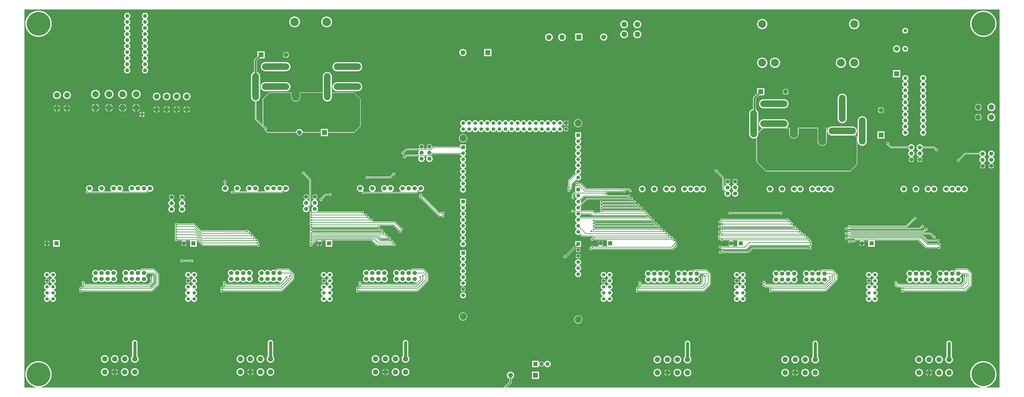
<source format=gbl>
G04*
G04 #@! TF.GenerationSoftware,Altium Limited,Altium Designer,19.1.7 (138)*
G04*
G04 Layer_Physical_Order=2*
G04 Layer_Color=16711680*
%FSLAX24Y24*%
%MOIN*%
G70*
G01*
G75*
%ADD14C,0.0100*%
%ADD16C,0.0300*%
%ADD17C,0.0200*%
%ADD77C,0.0500*%
%ADD80C,0.0551*%
%ADD81C,0.0709*%
%ADD82C,0.0630*%
%ADD83R,0.0787X0.0787*%
%ADD84C,0.0787*%
%ADD85O,0.1100X0.4500*%
%ADD86O,0.4500X0.1100*%
%ADD87R,0.0709X0.0709*%
%ADD88C,0.0906*%
%ADD89C,0.0669*%
%ADD90C,0.1063*%
%ADD91C,0.0866*%
%ADD92R,0.0787X0.0787*%
%ADD93C,0.1378*%
%ADD94C,0.3937*%
%ADD95C,0.1299*%
%ADD96C,0.0591*%
%ADD97R,0.0591X0.0591*%
%ADD98R,0.0591X0.0591*%
%ADD99R,0.0669X0.0669*%
%ADD100C,0.0300*%
%ADD101C,0.1181*%
G36*
X161682Y447D02*
X159450D01*
X159442Y527D01*
X159507Y540D01*
X159671Y586D01*
X159830Y645D01*
X159985Y716D01*
X160134Y800D01*
X160276Y894D01*
X160409Y1000D01*
X160535Y1115D01*
X160650Y1241D01*
X160756Y1374D01*
X160850Y1516D01*
X160934Y1665D01*
X161005Y1820D01*
X161064Y1979D01*
X161110Y2143D01*
X161143Y2311D01*
X161163Y2480D01*
X161170Y2650D01*
X161163Y2820D01*
X161143Y2989D01*
X161110Y3157D01*
X161064Y3321D01*
X161005Y3480D01*
X160934Y3635D01*
X160850Y3784D01*
X160756Y3926D01*
X160650Y4059D01*
X160535Y4185D01*
X160409Y4300D01*
X160276Y4406D01*
X160134Y4500D01*
X159985Y4584D01*
X159830Y4655D01*
X159671Y4714D01*
X159507Y4760D01*
X159339Y4793D01*
X159170Y4813D01*
X159000Y4820D01*
X158830Y4813D01*
X158661Y4793D01*
X158493Y4760D01*
X158329Y4714D01*
X158170Y4655D01*
X158015Y4584D01*
X157866Y4500D01*
X157724Y4406D01*
X157591Y4300D01*
X157465Y4185D01*
X157350Y4059D01*
X157244Y3926D01*
X157150Y3784D01*
X157066Y3635D01*
X156995Y3480D01*
X156936Y3321D01*
X156890Y3157D01*
X156857Y2989D01*
X156837Y2820D01*
X156830Y2650D01*
X156837Y2480D01*
X156857Y2311D01*
X156890Y2143D01*
X156936Y1979D01*
X156995Y1820D01*
X157066Y1665D01*
X157150Y1516D01*
X157244Y1374D01*
X157350Y1241D01*
X157465Y1115D01*
X157591Y1000D01*
X157724Y894D01*
X157866Y800D01*
X158015Y716D01*
X158170Y645D01*
X158329Y586D01*
X158493Y540D01*
X158558Y527D01*
X158550Y447D01*
X80448D01*
X80430Y465D01*
X80400Y527D01*
X80405Y538D01*
X81069Y1203D01*
X81098Y1240D01*
X81116Y1284D01*
X81123Y1331D01*
Y1913D01*
X81125Y1914D01*
X81211Y1949D01*
X81291Y1998D01*
X81362Y2059D01*
X81423Y2130D01*
X81472Y2210D01*
X81507Y2296D01*
X81529Y2387D01*
X81536Y2480D01*
X81529Y2573D01*
X81507Y2664D01*
X81472Y2750D01*
X81423Y2830D01*
X81362Y2901D01*
X81291Y2962D01*
X81211Y3011D01*
X81125Y3046D01*
X81034Y3068D01*
X80941Y3076D01*
X80848Y3068D01*
X80757Y3046D01*
X80671Y3011D01*
X80591Y2962D01*
X80520Y2901D01*
X80459Y2830D01*
X80410Y2750D01*
X80375Y2664D01*
X80353Y2573D01*
X80345Y2480D01*
X80353Y2387D01*
X80375Y2296D01*
X80410Y2210D01*
X80459Y2130D01*
X80520Y2059D01*
X80591Y1998D01*
X80671Y1949D01*
X80757Y1914D01*
X80759Y1913D01*
Y1406D01*
X80203Y850D01*
X80190Y852D01*
X80130Y844D01*
X80074Y821D01*
X80026Y784D01*
X79989Y736D01*
X79966Y680D01*
X79958Y620D01*
X79966Y560D01*
X79980Y527D01*
X79950Y465D01*
X79932Y447D01*
X3450D01*
X3442Y527D01*
X3507Y540D01*
X3671Y586D01*
X3830Y645D01*
X3985Y716D01*
X4134Y800D01*
X4276Y894D01*
X4409Y1000D01*
X4535Y1115D01*
X4650Y1241D01*
X4756Y1374D01*
X4850Y1516D01*
X4934Y1665D01*
X5005Y1820D01*
X5064Y1979D01*
X5110Y2143D01*
X5143Y2311D01*
X5163Y2480D01*
X5170Y2650D01*
X5163Y2820D01*
X5143Y2989D01*
X5110Y3157D01*
X5064Y3321D01*
X5005Y3480D01*
X4934Y3635D01*
X4850Y3784D01*
X4756Y3926D01*
X4650Y4059D01*
X4535Y4185D01*
X4409Y4300D01*
X4276Y4406D01*
X4134Y4500D01*
X3985Y4584D01*
X3830Y4655D01*
X3671Y4714D01*
X3507Y4760D01*
X3339Y4793D01*
X3170Y4813D01*
X3000Y4820D01*
X2830Y4813D01*
X2661Y4793D01*
X2493Y4760D01*
X2329Y4714D01*
X2170Y4655D01*
X2015Y4584D01*
X1866Y4500D01*
X1724Y4406D01*
X1591Y4300D01*
X1465Y4185D01*
X1350Y4059D01*
X1244Y3926D01*
X1150Y3784D01*
X1066Y3635D01*
X995Y3480D01*
X936Y3321D01*
X890Y3157D01*
X857Y2989D01*
X837Y2820D01*
X830Y2650D01*
X837Y2480D01*
X857Y2311D01*
X890Y2143D01*
X936Y1979D01*
X995Y1820D01*
X1066Y1665D01*
X1150Y1516D01*
X1244Y1374D01*
X1350Y1241D01*
X1465Y1115D01*
X1591Y1000D01*
X1724Y894D01*
X1866Y800D01*
X2015Y716D01*
X2170Y645D01*
X2329Y586D01*
X2493Y540D01*
X2558Y527D01*
X2550Y447D01*
X672D01*
Y63031D01*
X161682D01*
Y447D01*
D02*
G37*
%LPC*%
G36*
X50582Y61855D02*
X50466Y61848D01*
X50352Y61825D01*
X50241Y61788D01*
X50137Y61736D01*
X50040Y61671D01*
X49952Y61595D01*
X49876Y61507D01*
X49811Y61410D01*
X49759Y61305D01*
X49722Y61195D01*
X49699Y61081D01*
X49691Y60965D01*
X49699Y60848D01*
X49722Y60734D01*
X49759Y60624D01*
X49811Y60519D01*
X49876Y60422D01*
X49952Y60335D01*
X50040Y60258D01*
X50137Y60193D01*
X50241Y60142D01*
X50352Y60104D01*
X50466Y60081D01*
X50582Y60074D01*
X50699Y60081D01*
X50813Y60104D01*
X50923Y60142D01*
X51028Y60193D01*
X51125Y60258D01*
X51212Y60335D01*
X51289Y60422D01*
X51354Y60519D01*
X51405Y60624D01*
X51443Y60734D01*
X51466Y60848D01*
X51473Y60965D01*
X51466Y61081D01*
X51443Y61195D01*
X51405Y61305D01*
X51354Y61410D01*
X51289Y61507D01*
X51212Y61595D01*
X51125Y61671D01*
X51028Y61736D01*
X50923Y61788D01*
X50813Y61825D01*
X50699Y61848D01*
X50582Y61855D01*
D02*
G37*
G36*
X45287D02*
X45171Y61848D01*
X45056Y61825D01*
X44946Y61788D01*
X44841Y61736D01*
X44745Y61671D01*
X44657Y61595D01*
X44580Y61507D01*
X44515Y61410D01*
X44464Y61305D01*
X44426Y61195D01*
X44404Y61081D01*
X44396Y60965D01*
X44404Y60848D01*
X44426Y60734D01*
X44464Y60624D01*
X44515Y60519D01*
X44580Y60422D01*
X44657Y60335D01*
X44745Y60258D01*
X44841Y60193D01*
X44946Y60142D01*
X45056Y60104D01*
X45171Y60081D01*
X45287Y60074D01*
X45403Y60081D01*
X45518Y60104D01*
X45628Y60142D01*
X45732Y60193D01*
X45829Y60258D01*
X45917Y60335D01*
X45994Y60422D01*
X46058Y60519D01*
X46110Y60624D01*
X46147Y60734D01*
X46170Y60848D01*
X46178Y60965D01*
X46170Y61081D01*
X46147Y61195D01*
X46110Y61305D01*
X46058Y61410D01*
X45994Y61507D01*
X45917Y61595D01*
X45829Y61671D01*
X45732Y61736D01*
X45628Y61788D01*
X45518Y61825D01*
X45403Y61848D01*
X45287Y61855D01*
D02*
G37*
G36*
X101865Y61208D02*
X101780Y61202D01*
X101696Y61185D01*
X101615Y61158D01*
X101538Y61120D01*
X101467Y61073D01*
X101403Y61016D01*
X101346Y60952D01*
X101299Y60881D01*
X101261Y60804D01*
X101233Y60723D01*
X101217Y60639D01*
X101211Y60554D01*
X101217Y60468D01*
X101233Y60384D01*
X101261Y60303D01*
X101299Y60226D01*
X101346Y60155D01*
X101403Y60091D01*
X101467Y60035D01*
X101538Y59987D01*
X101615Y59949D01*
X101696Y59922D01*
X101780Y59905D01*
X101865Y59899D01*
X101951Y59905D01*
X102035Y59922D01*
X102116Y59949D01*
X102192Y59987D01*
X102264Y60035D01*
X102328Y60091D01*
X102384Y60155D01*
X102432Y60226D01*
X102470Y60303D01*
X102497Y60384D01*
X102514Y60468D01*
X102520Y60554D01*
X102514Y60639D01*
X102497Y60723D01*
X102470Y60804D01*
X102432Y60881D01*
X102384Y60952D01*
X102328Y61016D01*
X102264Y61073D01*
X102192Y61120D01*
X102116Y61158D01*
X102035Y61185D01*
X101951Y61202D01*
X101865Y61208D01*
D02*
G37*
G36*
X99700D02*
X99615Y61202D01*
X99531Y61185D01*
X99450Y61158D01*
X99373Y61120D01*
X99302Y61073D01*
X99237Y61016D01*
X99181Y60952D01*
X99133Y60881D01*
X99096Y60804D01*
X99068Y60723D01*
X99051Y60639D01*
X99046Y60554D01*
X99051Y60468D01*
X99068Y60384D01*
X99096Y60303D01*
X99133Y60226D01*
X99181Y60155D01*
X99237Y60091D01*
X99302Y60035D01*
X99373Y59987D01*
X99450Y59949D01*
X99531Y59922D01*
X99615Y59905D01*
X99700Y59899D01*
X99785Y59905D01*
X99869Y59922D01*
X99950Y59949D01*
X100027Y59987D01*
X100098Y60035D01*
X100163Y60091D01*
X100219Y60155D01*
X100267Y60226D01*
X100304Y60303D01*
X100332Y60384D01*
X100349Y60468D01*
X100354Y60554D01*
X100349Y60639D01*
X100332Y60723D01*
X100304Y60804D01*
X100267Y60881D01*
X100219Y60952D01*
X100163Y61016D01*
X100098Y61073D01*
X100027Y61120D01*
X99950Y61158D01*
X99869Y61185D01*
X99785Y61202D01*
X99700Y61208D01*
D02*
G37*
G36*
X137677Y61452D02*
X137566Y61445D01*
X137457Y61423D01*
X137351Y61387D01*
X137251Y61338D01*
X137159Y61276D01*
X137075Y61202D01*
X137002Y61119D01*
X136940Y61026D01*
X136891Y60926D01*
X136855Y60821D01*
X136833Y60712D01*
X136826Y60600D01*
X136833Y60489D01*
X136855Y60380D01*
X136891Y60275D01*
X136940Y60175D01*
X137002Y60082D01*
X137075Y59998D01*
X137159Y59925D01*
X137251Y59863D01*
X137351Y59814D01*
X137457Y59778D01*
X137566Y59756D01*
X137677Y59749D01*
X137788Y59756D01*
X137898Y59778D01*
X138003Y59814D01*
X138103Y59863D01*
X138195Y59925D01*
X138279Y59998D01*
X138353Y60082D01*
X138415Y60175D01*
X138464Y60275D01*
X138500Y60380D01*
X138521Y60489D01*
X138529Y60600D01*
X138521Y60712D01*
X138500Y60821D01*
X138464Y60926D01*
X138415Y61026D01*
X138353Y61119D01*
X138279Y61202D01*
X138195Y61276D01*
X138103Y61338D01*
X138003Y61387D01*
X137898Y61423D01*
X137788Y61445D01*
X137677Y61452D01*
D02*
G37*
G36*
X122494Y61451D02*
X122383Y61444D01*
X122273Y61422D01*
X122168Y61386D01*
X122068Y61337D01*
X121975Y61275D01*
X121892Y61202D01*
X121818Y61118D01*
X121756Y61025D01*
X121707Y60925D01*
X121671Y60820D01*
X121650Y60711D01*
X121642Y60600D01*
X121650Y60488D01*
X121671Y60379D01*
X121707Y60274D01*
X121756Y60174D01*
X121818Y60081D01*
X121892Y59998D01*
X121975Y59924D01*
X122068Y59862D01*
X122168Y59813D01*
X122273Y59777D01*
X122383Y59755D01*
X122494Y59748D01*
X122605Y59755D01*
X122714Y59777D01*
X122820Y59813D01*
X122919Y59862D01*
X123012Y59924D01*
X123096Y59998D01*
X123169Y60081D01*
X123231Y60174D01*
X123280Y60274D01*
X123316Y60379D01*
X123338Y60488D01*
X123345Y60600D01*
X123338Y60711D01*
X123316Y60820D01*
X123280Y60925D01*
X123231Y61025D01*
X123169Y61118D01*
X123096Y61202D01*
X123012Y61275D01*
X122919Y61337D01*
X122820Y61386D01*
X122714Y61422D01*
X122605Y61444D01*
X122494Y61451D01*
D02*
G37*
G36*
X146100Y59987D02*
X146025Y59981D01*
X145953Y59964D01*
X145883Y59935D01*
X145820Y59896D01*
X145763Y59847D01*
X145714Y59790D01*
X145675Y59727D01*
X145646Y59657D01*
X145629Y59585D01*
X145623Y59510D01*
X145629Y59435D01*
X145646Y59363D01*
X145675Y59293D01*
X145714Y59230D01*
X145763Y59173D01*
X145820Y59124D01*
X145883Y59085D01*
X145953Y59056D01*
X146025Y59039D01*
X146100Y59033D01*
X146175Y59039D01*
X146247Y59056D01*
X146317Y59085D01*
X146380Y59124D01*
X146437Y59173D01*
X146486Y59230D01*
X146525Y59293D01*
X146554Y59363D01*
X146571Y59435D01*
X146577Y59510D01*
X146571Y59585D01*
X146554Y59657D01*
X146525Y59727D01*
X146486Y59790D01*
X146437Y59847D01*
X146380Y59896D01*
X146317Y59935D01*
X146247Y59964D01*
X146175Y59981D01*
X146100Y59987D01*
D02*
G37*
G36*
X159000Y62820D02*
X158830Y62813D01*
X158661Y62793D01*
X158493Y62760D01*
X158329Y62714D01*
X158170Y62655D01*
X158015Y62584D01*
X157866Y62500D01*
X157724Y62406D01*
X157591Y62300D01*
X157465Y62185D01*
X157350Y62059D01*
X157244Y61926D01*
X157150Y61784D01*
X157066Y61635D01*
X156995Y61480D01*
X156936Y61321D01*
X156890Y61157D01*
X156857Y60989D01*
X156837Y60820D01*
X156830Y60650D01*
X156837Y60480D01*
X156857Y60311D01*
X156890Y60143D01*
X156936Y59979D01*
X156995Y59820D01*
X157066Y59665D01*
X157150Y59516D01*
X157244Y59374D01*
X157350Y59241D01*
X157465Y59115D01*
X157591Y59000D01*
X157724Y58894D01*
X157866Y58800D01*
X158015Y58716D01*
X158170Y58645D01*
X158329Y58586D01*
X158493Y58540D01*
X158661Y58507D01*
X158830Y58487D01*
X159000Y58480D01*
X159170Y58487D01*
X159339Y58507D01*
X159507Y58540D01*
X159671Y58586D01*
X159830Y58645D01*
X159985Y58716D01*
X160134Y58800D01*
X160276Y58894D01*
X160409Y59000D01*
X160535Y59115D01*
X160650Y59241D01*
X160756Y59374D01*
X160850Y59516D01*
X160934Y59665D01*
X161005Y59820D01*
X161064Y59979D01*
X161110Y60143D01*
X161143Y60311D01*
X161163Y60480D01*
X161170Y60650D01*
X161163Y60820D01*
X161143Y60989D01*
X161110Y61157D01*
X161064Y61321D01*
X161005Y61480D01*
X160934Y61635D01*
X160850Y61784D01*
X160756Y61926D01*
X160650Y62059D01*
X160535Y62185D01*
X160409Y62300D01*
X160276Y62406D01*
X160134Y62500D01*
X159985Y62584D01*
X159830Y62655D01*
X159671Y62714D01*
X159507Y62760D01*
X159339Y62793D01*
X159170Y62813D01*
X159000Y62820D01*
D02*
G37*
G36*
X3000D02*
X2830Y62813D01*
X2661Y62793D01*
X2493Y62760D01*
X2329Y62714D01*
X2170Y62655D01*
X2015Y62584D01*
X1866Y62500D01*
X1724Y62406D01*
X1591Y62300D01*
X1465Y62185D01*
X1350Y62059D01*
X1244Y61926D01*
X1150Y61784D01*
X1066Y61635D01*
X995Y61480D01*
X936Y61321D01*
X890Y61157D01*
X857Y60989D01*
X837Y60820D01*
X830Y60650D01*
X837Y60480D01*
X857Y60311D01*
X890Y60143D01*
X936Y59979D01*
X995Y59820D01*
X1066Y59665D01*
X1150Y59516D01*
X1244Y59374D01*
X1350Y59241D01*
X1465Y59115D01*
X1591Y59000D01*
X1724Y58894D01*
X1866Y58800D01*
X2015Y58716D01*
X2170Y58645D01*
X2329Y58586D01*
X2493Y58540D01*
X2661Y58507D01*
X2830Y58487D01*
X3000Y58480D01*
X3170Y58487D01*
X3339Y58507D01*
X3507Y58540D01*
X3671Y58586D01*
X3830Y58645D01*
X3985Y58716D01*
X4134Y58800D01*
X4276Y58894D01*
X4409Y59000D01*
X4535Y59115D01*
X4650Y59241D01*
X4756Y59374D01*
X4850Y59516D01*
X4934Y59665D01*
X5005Y59820D01*
X5064Y59979D01*
X5110Y60143D01*
X5143Y60311D01*
X5163Y60480D01*
X5170Y60650D01*
X5163Y60820D01*
X5143Y60989D01*
X5110Y61157D01*
X5064Y61321D01*
X5005Y61480D01*
X4934Y61635D01*
X4850Y61784D01*
X4756Y61926D01*
X4650Y62059D01*
X4535Y62185D01*
X4409Y62300D01*
X4276Y62406D01*
X4134Y62500D01*
X3985Y62584D01*
X3830Y62655D01*
X3671Y62714D01*
X3507Y62760D01*
X3339Y62793D01*
X3170Y62813D01*
X3000Y62820D01*
D02*
G37*
G36*
X101865Y59554D02*
X101780Y59549D01*
X101696Y59532D01*
X101615Y59504D01*
X101538Y59467D01*
X101467Y59419D01*
X101403Y59363D01*
X101346Y59298D01*
X101299Y59227D01*
X101261Y59150D01*
X101233Y59069D01*
X101217Y58985D01*
X101211Y58900D01*
X101217Y58815D01*
X101233Y58731D01*
X101261Y58650D01*
X101299Y58573D01*
X101346Y58502D01*
X101403Y58437D01*
X101467Y58381D01*
X101538Y58333D01*
X101615Y58296D01*
X101696Y58268D01*
X101780Y58251D01*
X101865Y58246D01*
X101951Y58251D01*
X102035Y58268D01*
X102116Y58296D01*
X102192Y58333D01*
X102264Y58381D01*
X102328Y58437D01*
X102384Y58502D01*
X102432Y58573D01*
X102470Y58650D01*
X102497Y58731D01*
X102514Y58815D01*
X102520Y58900D01*
X102514Y58985D01*
X102497Y59069D01*
X102470Y59150D01*
X102432Y59227D01*
X102384Y59298D01*
X102328Y59363D01*
X102264Y59419D01*
X102192Y59467D01*
X102116Y59504D01*
X102035Y59532D01*
X101951Y59549D01*
X101865Y59554D01*
D02*
G37*
G36*
X99700D02*
X99615Y59549D01*
X99531Y59532D01*
X99450Y59504D01*
X99373Y59467D01*
X99302Y59419D01*
X99237Y59363D01*
X99181Y59298D01*
X99133Y59227D01*
X99096Y59150D01*
X99068Y59069D01*
X99051Y58985D01*
X99046Y58900D01*
X99051Y58815D01*
X99068Y58731D01*
X99096Y58650D01*
X99133Y58573D01*
X99181Y58502D01*
X99237Y58437D01*
X99302Y58381D01*
X99373Y58333D01*
X99450Y58296D01*
X99531Y58268D01*
X99615Y58251D01*
X99700Y58246D01*
X99785Y58251D01*
X99869Y58268D01*
X99950Y58296D01*
X100027Y58333D01*
X100098Y58381D01*
X100163Y58437D01*
X100219Y58502D01*
X100267Y58573D01*
X100304Y58650D01*
X100332Y58731D01*
X100349Y58815D01*
X100354Y58900D01*
X100349Y58985D01*
X100332Y59069D01*
X100304Y59150D01*
X100267Y59227D01*
X100219Y59298D01*
X100163Y59363D01*
X100098Y59419D01*
X100027Y59467D01*
X99950Y59504D01*
X99869Y59532D01*
X99785Y59549D01*
X99700Y59554D01*
D02*
G37*
G36*
X92805Y59054D02*
X91617D01*
Y57866D01*
X92805D01*
Y59054D01*
D02*
G37*
G36*
X96329Y59056D02*
X96236Y59048D01*
X96145Y59026D01*
X96059Y58991D01*
X95979Y58942D01*
X95908Y58881D01*
X95847Y58810D01*
X95798Y58730D01*
X95763Y58644D01*
X95741Y58553D01*
X95734Y58460D01*
X95741Y58367D01*
X95763Y58276D01*
X95798Y58190D01*
X95847Y58110D01*
X95908Y58039D01*
X95979Y57978D01*
X96059Y57929D01*
X96145Y57894D01*
X96236Y57872D01*
X96329Y57864D01*
X96422Y57872D01*
X96513Y57894D01*
X96599Y57929D01*
X96679Y57978D01*
X96750Y58039D01*
X96811Y58110D01*
X96860Y58190D01*
X96895Y58276D01*
X96917Y58367D01*
X96925Y58460D01*
X96917Y58553D01*
X96895Y58644D01*
X96860Y58730D01*
X96811Y58810D01*
X96750Y58881D01*
X96679Y58942D01*
X96599Y58991D01*
X96513Y59026D01*
X96422Y59048D01*
X96329Y59056D01*
D02*
G37*
G36*
X89440Y59061D02*
X89341Y59053D01*
X89244Y59030D01*
X89152Y58992D01*
X89067Y58940D01*
X88991Y58875D01*
X88927Y58799D01*
X88874Y58714D01*
X88836Y58622D01*
X88813Y58525D01*
X88805Y58426D01*
X88813Y58327D01*
X88836Y58230D01*
X88874Y58138D01*
X88927Y58053D01*
X88991Y57977D01*
X89067Y57912D01*
X89152Y57860D01*
X89244Y57822D01*
X89341Y57799D01*
X89440Y57791D01*
X89540Y57799D01*
X89637Y57822D01*
X89729Y57860D01*
X89814Y57912D01*
X89889Y57977D01*
X89954Y58053D01*
X90006Y58138D01*
X90044Y58230D01*
X90068Y58327D01*
X90075Y58426D01*
X90068Y58525D01*
X90044Y58622D01*
X90006Y58714D01*
X89954Y58799D01*
X89889Y58875D01*
X89814Y58940D01*
X89729Y58992D01*
X89637Y59030D01*
X89540Y59053D01*
X89440Y59061D01*
D02*
G37*
G36*
X87275D02*
X87176Y59053D01*
X87079Y59030D01*
X86987Y58992D01*
X86902Y58940D01*
X86826Y58875D01*
X86761Y58799D01*
X86709Y58714D01*
X86671Y58622D01*
X86648Y58525D01*
X86640Y58426D01*
X86648Y58327D01*
X86671Y58230D01*
X86709Y58138D01*
X86761Y58053D01*
X86826Y57977D01*
X86902Y57912D01*
X86987Y57860D01*
X87079Y57822D01*
X87176Y57799D01*
X87275Y57791D01*
X87374Y57799D01*
X87471Y57822D01*
X87563Y57860D01*
X87648Y57912D01*
X87724Y57977D01*
X87789Y58053D01*
X87841Y58138D01*
X87879Y58230D01*
X87902Y58327D01*
X87910Y58426D01*
X87902Y58525D01*
X87879Y58622D01*
X87841Y58714D01*
X87789Y58799D01*
X87724Y58875D01*
X87648Y58940D01*
X87563Y58992D01*
X87471Y59030D01*
X87374Y59053D01*
X87275Y59061D01*
D02*
G37*
G36*
X146100Y56987D02*
X146025Y56981D01*
X145953Y56964D01*
X145883Y56935D01*
X145820Y56896D01*
X145763Y56847D01*
X145714Y56790D01*
X145675Y56727D01*
X145646Y56657D01*
X145629Y56585D01*
X145623Y56510D01*
X145629Y56435D01*
X145646Y56363D01*
X145675Y56293D01*
X145714Y56230D01*
X145763Y56173D01*
X145820Y56124D01*
X145883Y56085D01*
X145953Y56056D01*
X146025Y56039D01*
X146100Y56033D01*
X146175Y56039D01*
X146247Y56056D01*
X146317Y56085D01*
X146380Y56124D01*
X146437Y56173D01*
X146486Y56230D01*
X146525Y56293D01*
X146554Y56363D01*
X146571Y56435D01*
X146577Y56510D01*
X146571Y56585D01*
X146554Y56657D01*
X146525Y56727D01*
X146486Y56790D01*
X146437Y56847D01*
X146380Y56896D01*
X146317Y56935D01*
X146247Y56964D01*
X146175Y56981D01*
X146100Y56987D01*
D02*
G37*
G36*
X144690Y57095D02*
X144597Y57087D01*
X144506Y57065D01*
X144420Y57030D01*
X144340Y56981D01*
X144269Y56920D01*
X144208Y56849D01*
X144159Y56769D01*
X144124Y56683D01*
X144102Y56592D01*
X144094Y56499D01*
X144102Y56406D01*
X144124Y56315D01*
X144159Y56229D01*
X144208Y56149D01*
X144269Y56078D01*
X144340Y56017D01*
X144420Y55968D01*
X144506Y55933D01*
X144597Y55911D01*
X144690Y55904D01*
X144783Y55911D01*
X144874Y55933D01*
X144960Y55968D01*
X145040Y56017D01*
X145111Y56078D01*
X145172Y56149D01*
X145221Y56229D01*
X145256Y56315D01*
X145278Y56406D01*
X145286Y56499D01*
X145278Y56592D01*
X145256Y56683D01*
X145221Y56769D01*
X145172Y56849D01*
X145111Y56920D01*
X145040Y56981D01*
X144960Y57030D01*
X144874Y57065D01*
X144783Y57087D01*
X144690Y57095D01*
D02*
G37*
G36*
X43909Y55991D02*
Y55550D01*
X44350D01*
X44348Y55577D01*
X44330Y55653D01*
X44300Y55725D01*
X44260Y55791D01*
X44209Y55850D01*
X44150Y55901D01*
X44084Y55941D01*
X44012Y55971D01*
X43937Y55989D01*
X43909Y55991D01*
D02*
G37*
G36*
X43809D02*
X43782Y55989D01*
X43706Y55971D01*
X43634Y55941D01*
X43568Y55901D01*
X43509Y55850D01*
X43458Y55791D01*
X43418Y55725D01*
X43388Y55653D01*
X43370Y55577D01*
X43368Y55550D01*
X43809D01*
Y55991D01*
D02*
G37*
G36*
X77783Y56484D02*
X76595D01*
Y55296D01*
X77783D01*
Y56484D01*
D02*
G37*
G36*
X73071Y56486D02*
X72978Y56478D01*
X72887Y56456D01*
X72801Y56421D01*
X72721Y56372D01*
X72650Y56311D01*
X72589Y56240D01*
X72540Y56160D01*
X72505Y56074D01*
X72483Y55983D01*
X72475Y55890D01*
X72483Y55797D01*
X72505Y55706D01*
X72540Y55620D01*
X72589Y55540D01*
X72650Y55469D01*
X72721Y55408D01*
X72801Y55359D01*
X72887Y55324D01*
X72978Y55302D01*
X73071Y55294D01*
X73164Y55302D01*
X73255Y55324D01*
X73341Y55359D01*
X73421Y55408D01*
X73492Y55469D01*
X73553Y55540D01*
X73602Y55620D01*
X73637Y55706D01*
X73659Y55797D01*
X73666Y55890D01*
X73659Y55983D01*
X73637Y56074D01*
X73602Y56160D01*
X73553Y56240D01*
X73492Y56311D01*
X73421Y56372D01*
X73341Y56421D01*
X73255Y56456D01*
X73164Y56478D01*
X73071Y56486D01*
D02*
G37*
G36*
X44350Y55450D02*
X43909D01*
Y55009D01*
X43937Y55011D01*
X44012Y55029D01*
X44084Y55059D01*
X44150Y55099D01*
X44209Y55150D01*
X44260Y55209D01*
X44300Y55275D01*
X44330Y55347D01*
X44348Y55423D01*
X44350Y55450D01*
D02*
G37*
G36*
X43809D02*
X43368D01*
X43370Y55423D01*
X43388Y55347D01*
X43418Y55275D01*
X43458Y55209D01*
X43509Y55150D01*
X43568Y55099D01*
X43634Y55059D01*
X43706Y55029D01*
X43782Y55011D01*
X43809Y55009D01*
Y55450D01*
D02*
G37*
G36*
X137677Y55051D02*
X137566Y55044D01*
X137457Y55022D01*
X137351Y54987D01*
X137251Y54937D01*
X137159Y54875D01*
X137075Y54802D01*
X137002Y54718D01*
X136940Y54626D01*
X136891Y54526D01*
X136855Y54420D01*
X136833Y54311D01*
X136826Y54200D01*
X136833Y54089D01*
X136855Y53980D01*
X136891Y53874D01*
X136940Y53774D01*
X137002Y53682D01*
X137075Y53598D01*
X137159Y53525D01*
X137251Y53463D01*
X137351Y53413D01*
X137457Y53378D01*
X137566Y53356D01*
X137677Y53349D01*
X137788Y53356D01*
X137898Y53378D01*
X138003Y53413D01*
X138103Y53463D01*
X138195Y53525D01*
X138279Y53598D01*
X138353Y53682D01*
X138415Y53774D01*
X138464Y53874D01*
X138500Y53980D01*
X138521Y54089D01*
X138529Y54200D01*
X138521Y54311D01*
X138500Y54420D01*
X138464Y54526D01*
X138415Y54626D01*
X138353Y54718D01*
X138279Y54802D01*
X138195Y54875D01*
X138103Y54937D01*
X138003Y54987D01*
X137898Y55022D01*
X137788Y55044D01*
X137677Y55051D01*
D02*
G37*
G36*
X135495D02*
X135384Y55044D01*
X135275Y55022D01*
X135169Y54987D01*
X135069Y54937D01*
X134977Y54875D01*
X134893Y54802D01*
X134820Y54718D01*
X134758Y54626D01*
X134708Y54526D01*
X134673Y54420D01*
X134651Y54311D01*
X134644Y54200D01*
X134651Y54089D01*
X134673Y53980D01*
X134708Y53874D01*
X134758Y53774D01*
X134820Y53682D01*
X134893Y53598D01*
X134977Y53525D01*
X135069Y53463D01*
X135169Y53413D01*
X135275Y53378D01*
X135384Y53356D01*
X135495Y53349D01*
X135606Y53356D01*
X135715Y53378D01*
X135821Y53413D01*
X135921Y53463D01*
X136013Y53525D01*
X136097Y53598D01*
X136171Y53682D01*
X136232Y53774D01*
X136282Y53874D01*
X136318Y53980D01*
X136339Y54089D01*
X136347Y54200D01*
X136339Y54311D01*
X136318Y54420D01*
X136282Y54526D01*
X136232Y54626D01*
X136171Y54718D01*
X136097Y54802D01*
X136013Y54875D01*
X135921Y54937D01*
X135821Y54987D01*
X135715Y55022D01*
X135606Y55044D01*
X135495Y55051D01*
D02*
G37*
G36*
X124587D02*
X124476Y55044D01*
X124367Y55022D01*
X124261Y54987D01*
X124161Y54937D01*
X124069Y54875D01*
X123985Y54802D01*
X123912Y54718D01*
X123850Y54626D01*
X123801Y54526D01*
X123765Y54420D01*
X123743Y54311D01*
X123736Y54200D01*
X123743Y54089D01*
X123765Y53980D01*
X123801Y53874D01*
X123850Y53774D01*
X123912Y53682D01*
X123985Y53598D01*
X124069Y53525D01*
X124161Y53463D01*
X124261Y53413D01*
X124367Y53378D01*
X124476Y53356D01*
X124587Y53349D01*
X124698Y53356D01*
X124808Y53378D01*
X124913Y53413D01*
X125013Y53463D01*
X125106Y53525D01*
X125189Y53598D01*
X125263Y53682D01*
X125325Y53774D01*
X125374Y53874D01*
X125410Y53980D01*
X125431Y54089D01*
X125439Y54200D01*
X125431Y54311D01*
X125410Y54420D01*
X125374Y54526D01*
X125325Y54626D01*
X125263Y54718D01*
X125189Y54802D01*
X125106Y54875D01*
X125013Y54937D01*
X124913Y54987D01*
X124808Y55022D01*
X124698Y55044D01*
X124587Y55051D01*
D02*
G37*
G36*
X122494D02*
X122383Y55044D01*
X122273Y55022D01*
X122168Y54987D01*
X122068Y54937D01*
X121975Y54875D01*
X121892Y54802D01*
X121818Y54718D01*
X121756Y54626D01*
X121707Y54526D01*
X121671Y54420D01*
X121650Y54311D01*
X121642Y54200D01*
X121650Y54089D01*
X121671Y53980D01*
X121707Y53874D01*
X121756Y53774D01*
X121818Y53682D01*
X121892Y53598D01*
X121975Y53525D01*
X122068Y53463D01*
X122168Y53413D01*
X122273Y53378D01*
X122383Y53356D01*
X122494Y53349D01*
X122605Y53356D01*
X122714Y53378D01*
X122820Y53413D01*
X122919Y53463D01*
X123012Y53525D01*
X123096Y53598D01*
X123169Y53682D01*
X123231Y53774D01*
X123280Y53874D01*
X123316Y53980D01*
X123338Y54089D01*
X123345Y54200D01*
X123338Y54311D01*
X123316Y54420D01*
X123280Y54526D01*
X123231Y54626D01*
X123169Y54718D01*
X123096Y54802D01*
X123012Y54875D01*
X122919Y54937D01*
X122820Y54987D01*
X122714Y55022D01*
X122605Y55044D01*
X122494Y55051D01*
D02*
G37*
G36*
X43855Y54302D02*
X40455D01*
X40357Y54295D01*
X40260Y54276D01*
X40167Y54244D01*
X40079Y54201D01*
X39997Y54146D01*
X39924Y54081D01*
X39859Y54008D01*
X39804Y53926D01*
X39761Y53838D01*
X39729Y53745D01*
X39710Y53648D01*
X39703Y53550D01*
X39710Y53452D01*
X39729Y53355D01*
X39761Y53262D01*
X39804Y53174D01*
X39859Y53092D01*
X39924Y53019D01*
X39997Y52954D01*
X40079Y52899D01*
X40167Y52856D01*
X40260Y52824D01*
X40357Y52805D01*
X40455Y52798D01*
X43855D01*
X43953Y52805D01*
X44050Y52824D01*
X44143Y52856D01*
X44231Y52899D01*
X44313Y52954D01*
X44386Y53019D01*
X44451Y53092D01*
X44506Y53174D01*
X44549Y53262D01*
X44581Y53355D01*
X44600Y53452D01*
X44607Y53550D01*
X44600Y53648D01*
X44581Y53745D01*
X44549Y53838D01*
X44506Y53926D01*
X44451Y54008D01*
X44386Y54081D01*
X44313Y54146D01*
X44231Y54201D01*
X44143Y54244D01*
X44050Y54276D01*
X43953Y54295D01*
X43855Y54302D01*
D02*
G37*
G36*
X55700Y54295D02*
X52300D01*
X52202Y54288D01*
X52105Y54269D01*
X52012Y54237D01*
X51924Y54194D01*
X51842Y54139D01*
X51769Y54075D01*
X51704Y54001D01*
X51649Y53919D01*
X51606Y53831D01*
X51574Y53738D01*
X51555Y53641D01*
X51548Y53543D01*
X51555Y53445D01*
X51574Y53349D01*
X51606Y53255D01*
X51649Y53167D01*
X51704Y53086D01*
X51769Y53012D01*
X51842Y52947D01*
X51924Y52892D01*
X52012Y52849D01*
X52105Y52817D01*
X52202Y52798D01*
X52300Y52791D01*
X55700D01*
X55798Y52798D01*
X55895Y52817D01*
X55988Y52849D01*
X56076Y52892D01*
X56158Y52947D01*
X56231Y53012D01*
X56296Y53086D01*
X56351Y53167D01*
X56394Y53255D01*
X56426Y53349D01*
X56445Y53445D01*
X56452Y53543D01*
X56445Y53641D01*
X56426Y53738D01*
X56394Y53831D01*
X56351Y53919D01*
X56296Y54001D01*
X56231Y54075D01*
X56158Y54139D01*
X56076Y54194D01*
X55988Y54237D01*
X55895Y54269D01*
X55798Y54288D01*
X55700Y54295D01*
D02*
G37*
G36*
X20595Y62467D02*
X20514Y62460D01*
X20435Y62441D01*
X20360Y62410D01*
X20291Y62368D01*
X20230Y62315D01*
X20177Y62254D01*
X20135Y62185D01*
X20104Y62110D01*
X20085Y62031D01*
X20078Y61950D01*
X20085Y61869D01*
X20104Y61790D01*
X20135Y61715D01*
X20177Y61646D01*
X20230Y61585D01*
X20291Y61532D01*
X20354Y61494D01*
X20360Y61457D01*
Y61443D01*
X20354Y61406D01*
X20291Y61368D01*
X20230Y61315D01*
X20177Y61254D01*
X20135Y61185D01*
X20104Y61110D01*
X20085Y61031D01*
X20078Y60950D01*
X20085Y60869D01*
X20104Y60790D01*
X20135Y60715D01*
X20177Y60646D01*
X20230Y60585D01*
X20291Y60532D01*
X20354Y60494D01*
X20360Y60457D01*
Y60443D01*
X20354Y60406D01*
X20291Y60368D01*
X20230Y60315D01*
X20177Y60254D01*
X20135Y60185D01*
X20104Y60110D01*
X20085Y60031D01*
X20078Y59950D01*
X20085Y59869D01*
X20104Y59790D01*
X20135Y59715D01*
X20177Y59646D01*
X20230Y59585D01*
X20291Y59532D01*
X20354Y59494D01*
X20360Y59457D01*
Y59443D01*
X20354Y59406D01*
X20291Y59368D01*
X20230Y59315D01*
X20177Y59254D01*
X20135Y59185D01*
X20104Y59110D01*
X20085Y59031D01*
X20078Y58950D01*
X20085Y58869D01*
X20104Y58790D01*
X20135Y58715D01*
X20177Y58646D01*
X20230Y58585D01*
X20291Y58532D01*
X20354Y58494D01*
X20360Y58457D01*
Y58443D01*
X20354Y58406D01*
X20291Y58368D01*
X20230Y58315D01*
X20177Y58254D01*
X20135Y58185D01*
X20104Y58110D01*
X20085Y58031D01*
X20078Y57950D01*
X20085Y57869D01*
X20104Y57790D01*
X20135Y57715D01*
X20177Y57646D01*
X20230Y57585D01*
X20291Y57532D01*
X20354Y57494D01*
X20360Y57457D01*
Y57443D01*
X20354Y57406D01*
X20291Y57368D01*
X20230Y57315D01*
X20177Y57254D01*
X20135Y57185D01*
X20104Y57110D01*
X20085Y57031D01*
X20078Y56950D01*
X20085Y56869D01*
X20104Y56790D01*
X20135Y56715D01*
X20177Y56646D01*
X20230Y56585D01*
X20291Y56532D01*
X20354Y56494D01*
X20360Y56457D01*
Y56443D01*
X20354Y56406D01*
X20291Y56368D01*
X20230Y56315D01*
X20177Y56254D01*
X20135Y56185D01*
X20104Y56110D01*
X20085Y56031D01*
X20078Y55950D01*
X20085Y55869D01*
X20104Y55790D01*
X20135Y55715D01*
X20177Y55646D01*
X20230Y55585D01*
X20291Y55532D01*
X20354Y55494D01*
X20360Y55457D01*
Y55443D01*
X20354Y55406D01*
X20291Y55368D01*
X20230Y55315D01*
X20177Y55254D01*
X20135Y55185D01*
X20104Y55110D01*
X20085Y55031D01*
X20078Y54950D01*
X20085Y54869D01*
X20104Y54790D01*
X20135Y54715D01*
X20177Y54646D01*
X20230Y54585D01*
X20291Y54532D01*
X20354Y54494D01*
X20360Y54457D01*
Y54443D01*
X20354Y54406D01*
X20291Y54368D01*
X20230Y54315D01*
X20177Y54254D01*
X20135Y54185D01*
X20104Y54110D01*
X20085Y54031D01*
X20078Y53950D01*
X20085Y53869D01*
X20104Y53790D01*
X20135Y53715D01*
X20177Y53646D01*
X20230Y53585D01*
X20291Y53532D01*
X20354Y53494D01*
X20360Y53457D01*
Y53443D01*
X20354Y53406D01*
X20291Y53368D01*
X20230Y53315D01*
X20177Y53254D01*
X20135Y53185D01*
X20104Y53110D01*
X20085Y53031D01*
X20078Y52950D01*
X20085Y52869D01*
X20104Y52790D01*
X20135Y52715D01*
X20177Y52646D01*
X20230Y52585D01*
X20291Y52532D01*
X20360Y52490D01*
X20435Y52459D01*
X20514Y52440D01*
X20595Y52433D01*
X20676Y52440D01*
X20755Y52459D01*
X20830Y52490D01*
X20899Y52532D01*
X20960Y52585D01*
X21013Y52646D01*
X21055Y52715D01*
X21086Y52790D01*
X21105Y52869D01*
X21112Y52950D01*
X21105Y53031D01*
X21086Y53110D01*
X21055Y53185D01*
X21013Y53254D01*
X20960Y53315D01*
X20899Y53368D01*
X20836Y53406D01*
X20830Y53443D01*
Y53457D01*
X20836Y53494D01*
X20899Y53532D01*
X20960Y53585D01*
X21013Y53646D01*
X21055Y53715D01*
X21086Y53790D01*
X21105Y53869D01*
X21112Y53950D01*
X21105Y54031D01*
X21086Y54110D01*
X21055Y54185D01*
X21013Y54254D01*
X20960Y54315D01*
X20899Y54368D01*
X20836Y54406D01*
X20830Y54443D01*
Y54457D01*
X20836Y54494D01*
X20899Y54532D01*
X20960Y54585D01*
X21013Y54646D01*
X21055Y54715D01*
X21086Y54790D01*
X21105Y54869D01*
X21112Y54950D01*
X21105Y55031D01*
X21086Y55110D01*
X21055Y55185D01*
X21013Y55254D01*
X20960Y55315D01*
X20899Y55368D01*
X20836Y55406D01*
X20830Y55443D01*
Y55457D01*
X20836Y55494D01*
X20899Y55532D01*
X20960Y55585D01*
X21013Y55646D01*
X21055Y55715D01*
X21086Y55790D01*
X21105Y55869D01*
X21112Y55950D01*
X21105Y56031D01*
X21086Y56110D01*
X21055Y56185D01*
X21013Y56254D01*
X20960Y56315D01*
X20899Y56368D01*
X20836Y56406D01*
X20830Y56443D01*
Y56457D01*
X20836Y56494D01*
X20899Y56532D01*
X20960Y56585D01*
X21013Y56646D01*
X21055Y56715D01*
X21086Y56790D01*
X21105Y56869D01*
X21112Y56950D01*
X21105Y57031D01*
X21086Y57110D01*
X21055Y57185D01*
X21013Y57254D01*
X20960Y57315D01*
X20899Y57368D01*
X20836Y57406D01*
X20830Y57443D01*
Y57457D01*
X20836Y57494D01*
X20899Y57532D01*
X20960Y57585D01*
X21013Y57646D01*
X21055Y57715D01*
X21086Y57790D01*
X21105Y57869D01*
X21112Y57950D01*
X21105Y58031D01*
X21086Y58110D01*
X21055Y58185D01*
X21013Y58254D01*
X20960Y58315D01*
X20899Y58368D01*
X20836Y58406D01*
X20830Y58443D01*
Y58457D01*
X20836Y58494D01*
X20899Y58532D01*
X20960Y58585D01*
X21013Y58646D01*
X21055Y58715D01*
X21086Y58790D01*
X21105Y58869D01*
X21112Y58950D01*
X21105Y59031D01*
X21086Y59110D01*
X21055Y59185D01*
X21013Y59254D01*
X20960Y59315D01*
X20899Y59368D01*
X20836Y59406D01*
X20830Y59443D01*
Y59457D01*
X20836Y59494D01*
X20899Y59532D01*
X20960Y59585D01*
X21013Y59646D01*
X21055Y59715D01*
X21086Y59790D01*
X21105Y59869D01*
X21112Y59950D01*
X21105Y60031D01*
X21086Y60110D01*
X21055Y60185D01*
X21013Y60254D01*
X20960Y60315D01*
X20899Y60368D01*
X20836Y60406D01*
X20830Y60443D01*
Y60457D01*
X20836Y60494D01*
X20899Y60532D01*
X20960Y60585D01*
X21013Y60646D01*
X21055Y60715D01*
X21086Y60790D01*
X21105Y60869D01*
X21112Y60950D01*
X21105Y61031D01*
X21086Y61110D01*
X21055Y61185D01*
X21013Y61254D01*
X20960Y61315D01*
X20899Y61368D01*
X20836Y61406D01*
X20830Y61443D01*
Y61457D01*
X20836Y61494D01*
X20899Y61532D01*
X20960Y61585D01*
X21013Y61646D01*
X21055Y61715D01*
X21086Y61790D01*
X21105Y61869D01*
X21112Y61950D01*
X21105Y62031D01*
X21086Y62110D01*
X21055Y62185D01*
X21013Y62254D01*
X20960Y62315D01*
X20899Y62368D01*
X20830Y62410D01*
X20755Y62441D01*
X20676Y62460D01*
X20595Y62467D01*
D02*
G37*
G36*
X17645D02*
X17564Y62460D01*
X17485Y62441D01*
X17410Y62410D01*
X17341Y62368D01*
X17280Y62315D01*
X17227Y62254D01*
X17185Y62185D01*
X17154Y62110D01*
X17135Y62031D01*
X17128Y61950D01*
X17135Y61869D01*
X17154Y61790D01*
X17185Y61715D01*
X17227Y61646D01*
X17280Y61585D01*
X17341Y61532D01*
X17404Y61494D01*
X17410Y61457D01*
Y61443D01*
X17404Y61406D01*
X17341Y61368D01*
X17280Y61315D01*
X17227Y61254D01*
X17185Y61185D01*
X17154Y61110D01*
X17135Y61031D01*
X17128Y60950D01*
X17135Y60869D01*
X17154Y60790D01*
X17185Y60715D01*
X17227Y60646D01*
X17280Y60585D01*
X17341Y60532D01*
X17404Y60494D01*
X17410Y60457D01*
Y60443D01*
X17404Y60406D01*
X17341Y60368D01*
X17280Y60315D01*
X17227Y60254D01*
X17185Y60185D01*
X17154Y60110D01*
X17135Y60031D01*
X17128Y59950D01*
X17135Y59869D01*
X17154Y59790D01*
X17185Y59715D01*
X17227Y59646D01*
X17280Y59585D01*
X17341Y59532D01*
X17404Y59494D01*
X17410Y59457D01*
Y59443D01*
X17404Y59406D01*
X17341Y59368D01*
X17280Y59315D01*
X17227Y59254D01*
X17185Y59185D01*
X17154Y59110D01*
X17135Y59031D01*
X17128Y58950D01*
X17135Y58869D01*
X17154Y58790D01*
X17185Y58715D01*
X17227Y58646D01*
X17280Y58585D01*
X17341Y58532D01*
X17404Y58494D01*
X17410Y58457D01*
Y58443D01*
X17404Y58406D01*
X17341Y58368D01*
X17280Y58315D01*
X17227Y58254D01*
X17185Y58185D01*
X17154Y58110D01*
X17135Y58031D01*
X17128Y57950D01*
X17135Y57869D01*
X17154Y57790D01*
X17185Y57715D01*
X17227Y57646D01*
X17280Y57585D01*
X17341Y57532D01*
X17404Y57494D01*
X17410Y57457D01*
Y57443D01*
X17404Y57406D01*
X17341Y57368D01*
X17280Y57315D01*
X17227Y57254D01*
X17185Y57185D01*
X17154Y57110D01*
X17135Y57031D01*
X17128Y56950D01*
X17135Y56869D01*
X17154Y56790D01*
X17185Y56715D01*
X17227Y56646D01*
X17280Y56585D01*
X17341Y56532D01*
X17404Y56494D01*
X17410Y56457D01*
Y56443D01*
X17404Y56406D01*
X17341Y56368D01*
X17280Y56315D01*
X17227Y56254D01*
X17185Y56185D01*
X17154Y56110D01*
X17135Y56031D01*
X17128Y55950D01*
X17135Y55869D01*
X17154Y55790D01*
X17185Y55715D01*
X17227Y55646D01*
X17280Y55585D01*
X17341Y55532D01*
X17404Y55494D01*
X17410Y55457D01*
Y55443D01*
X17404Y55406D01*
X17341Y55368D01*
X17280Y55315D01*
X17227Y55254D01*
X17185Y55185D01*
X17154Y55110D01*
X17135Y55031D01*
X17128Y54950D01*
X17135Y54869D01*
X17154Y54790D01*
X17185Y54715D01*
X17227Y54646D01*
X17280Y54585D01*
X17341Y54532D01*
X17404Y54494D01*
X17410Y54457D01*
Y54443D01*
X17404Y54406D01*
X17341Y54368D01*
X17280Y54315D01*
X17227Y54254D01*
X17185Y54185D01*
X17154Y54110D01*
X17135Y54031D01*
X17128Y53950D01*
X17135Y53869D01*
X17154Y53790D01*
X17185Y53715D01*
X17227Y53646D01*
X17280Y53585D01*
X17341Y53532D01*
X17404Y53494D01*
X17410Y53457D01*
Y53443D01*
X17404Y53406D01*
X17341Y53368D01*
X17280Y53315D01*
X17227Y53254D01*
X17185Y53185D01*
X17154Y53110D01*
X17135Y53031D01*
X17128Y52950D01*
X17135Y52869D01*
X17154Y52790D01*
X17185Y52715D01*
X17227Y52646D01*
X17280Y52585D01*
X17341Y52532D01*
X17410Y52490D01*
X17485Y52459D01*
X17564Y52440D01*
X17645Y52433D01*
X17726Y52440D01*
X17805Y52459D01*
X17880Y52490D01*
X17949Y52532D01*
X18010Y52585D01*
X18063Y52646D01*
X18105Y52715D01*
X18136Y52790D01*
X18155Y52869D01*
X18162Y52950D01*
X18155Y53031D01*
X18136Y53110D01*
X18105Y53185D01*
X18063Y53254D01*
X18010Y53315D01*
X17949Y53368D01*
X17886Y53406D01*
X17880Y53443D01*
Y53457D01*
X17886Y53494D01*
X17949Y53532D01*
X18010Y53585D01*
X18063Y53646D01*
X18105Y53715D01*
X18136Y53790D01*
X18155Y53869D01*
X18162Y53950D01*
X18155Y54031D01*
X18136Y54110D01*
X18105Y54185D01*
X18063Y54254D01*
X18010Y54315D01*
X17949Y54368D01*
X17886Y54406D01*
X17880Y54443D01*
Y54457D01*
X17886Y54494D01*
X17949Y54532D01*
X18010Y54585D01*
X18063Y54646D01*
X18105Y54715D01*
X18136Y54790D01*
X18155Y54869D01*
X18162Y54950D01*
X18155Y55031D01*
X18136Y55110D01*
X18105Y55185D01*
X18063Y55254D01*
X18010Y55315D01*
X17949Y55368D01*
X17886Y55406D01*
X17880Y55443D01*
Y55457D01*
X17886Y55494D01*
X17949Y55532D01*
X18010Y55585D01*
X18063Y55646D01*
X18105Y55715D01*
X18136Y55790D01*
X18155Y55869D01*
X18162Y55950D01*
X18155Y56031D01*
X18136Y56110D01*
X18105Y56185D01*
X18063Y56254D01*
X18010Y56315D01*
X17949Y56368D01*
X17886Y56406D01*
X17880Y56443D01*
Y56457D01*
X17886Y56494D01*
X17949Y56532D01*
X18010Y56585D01*
X18063Y56646D01*
X18105Y56715D01*
X18136Y56790D01*
X18155Y56869D01*
X18162Y56950D01*
X18155Y57031D01*
X18136Y57110D01*
X18105Y57185D01*
X18063Y57254D01*
X18010Y57315D01*
X17949Y57368D01*
X17886Y57406D01*
X17880Y57443D01*
Y57457D01*
X17886Y57494D01*
X17949Y57532D01*
X18010Y57585D01*
X18063Y57646D01*
X18105Y57715D01*
X18136Y57790D01*
X18155Y57869D01*
X18162Y57950D01*
X18155Y58031D01*
X18136Y58110D01*
X18105Y58185D01*
X18063Y58254D01*
X18010Y58315D01*
X17949Y58368D01*
X17886Y58406D01*
X17880Y58443D01*
Y58457D01*
X17886Y58494D01*
X17949Y58532D01*
X18010Y58585D01*
X18063Y58646D01*
X18105Y58715D01*
X18136Y58790D01*
X18155Y58869D01*
X18162Y58950D01*
X18155Y59031D01*
X18136Y59110D01*
X18105Y59185D01*
X18063Y59254D01*
X18010Y59315D01*
X17949Y59368D01*
X17886Y59406D01*
X17880Y59443D01*
Y59457D01*
X17886Y59494D01*
X17949Y59532D01*
X18010Y59585D01*
X18063Y59646D01*
X18105Y59715D01*
X18136Y59790D01*
X18155Y59869D01*
X18162Y59950D01*
X18155Y60031D01*
X18136Y60110D01*
X18105Y60185D01*
X18063Y60254D01*
X18010Y60315D01*
X17949Y60368D01*
X17886Y60406D01*
X17880Y60443D01*
Y60457D01*
X17886Y60494D01*
X17949Y60532D01*
X18010Y60585D01*
X18063Y60646D01*
X18105Y60715D01*
X18136Y60790D01*
X18155Y60869D01*
X18162Y60950D01*
X18155Y61031D01*
X18136Y61110D01*
X18105Y61185D01*
X18063Y61254D01*
X18010Y61315D01*
X17949Y61368D01*
X17886Y61406D01*
X17880Y61443D01*
Y61457D01*
X17886Y61494D01*
X17949Y61532D01*
X18010Y61585D01*
X18063Y61646D01*
X18105Y61715D01*
X18136Y61790D01*
X18155Y61869D01*
X18162Y61950D01*
X18155Y62031D01*
X18136Y62110D01*
X18105Y62185D01*
X18063Y62254D01*
X18010Y62315D01*
X17949Y62368D01*
X17880Y62410D01*
X17805Y62441D01*
X17726Y62460D01*
X17645Y62467D01*
D02*
G37*
G36*
X145284Y52975D02*
X144096D01*
Y51787D01*
X145284D01*
Y52975D01*
D02*
G37*
G36*
X43855Y50992D02*
X40455D01*
X40357Y50985D01*
X40260Y50966D01*
X40167Y50934D01*
X40079Y50891D01*
X39997Y50836D01*
X39924Y50771D01*
X39859Y50698D01*
X39804Y50616D01*
X39761Y50528D01*
X39729Y50435D01*
X39710Y50338D01*
X39703Y50240D01*
X39710Y50142D01*
X39729Y50045D01*
X39761Y49952D01*
X39804Y49864D01*
X39859Y49782D01*
X39924Y49709D01*
X39997Y49644D01*
X40079Y49589D01*
X40167Y49546D01*
X40260Y49514D01*
X40357Y49495D01*
X40455Y49488D01*
X43855D01*
X43953Y49495D01*
X44050Y49514D01*
X44143Y49546D01*
X44231Y49589D01*
X44313Y49644D01*
X44386Y49709D01*
X44451Y49782D01*
X44506Y49864D01*
X44549Y49952D01*
X44581Y50045D01*
X44600Y50142D01*
X44607Y50240D01*
X44600Y50338D01*
X44581Y50435D01*
X44549Y50528D01*
X44506Y50616D01*
X44451Y50698D01*
X44386Y50771D01*
X44313Y50836D01*
X44231Y50891D01*
X44143Y50934D01*
X44050Y50966D01*
X43953Y50985D01*
X43855Y50992D01*
D02*
G37*
G36*
X55700Y50985D02*
X52300D01*
X52202Y50978D01*
X52105Y50959D01*
X52012Y50928D01*
X51924Y50884D01*
X51842Y50829D01*
X51769Y50765D01*
X51704Y50691D01*
X51649Y50609D01*
X51606Y50521D01*
X51574Y50428D01*
X51555Y50331D01*
X51548Y50233D01*
X51555Y50135D01*
X51574Y50039D01*
X51606Y49945D01*
X51649Y49857D01*
X51704Y49776D01*
X51769Y49702D01*
X51842Y49637D01*
X51924Y49582D01*
X52012Y49539D01*
X52105Y49507D01*
X52202Y49488D01*
X52300Y49481D01*
X55700D01*
X55798Y49488D01*
X55895Y49507D01*
X55988Y49539D01*
X56076Y49582D01*
X56158Y49637D01*
X56231Y49702D01*
X56296Y49776D01*
X56351Y49857D01*
X56394Y49945D01*
X56426Y50039D01*
X56445Y50135D01*
X56452Y50233D01*
X56445Y50331D01*
X56426Y50428D01*
X56394Y50521D01*
X56351Y50609D01*
X56296Y50691D01*
X56231Y50765D01*
X56158Y50829D01*
X56076Y50884D01*
X55988Y50928D01*
X55895Y50959D01*
X55798Y50978D01*
X55700Y50985D01*
D02*
G37*
G36*
X126409Y49891D02*
Y49450D01*
X126850D01*
X126848Y49477D01*
X126830Y49553D01*
X126800Y49625D01*
X126760Y49691D01*
X126709Y49750D01*
X126650Y49801D01*
X126584Y49841D01*
X126512Y49871D01*
X126437Y49889D01*
X126409Y49891D01*
D02*
G37*
G36*
X126309D02*
X126282Y49889D01*
X126206Y49871D01*
X126134Y49841D01*
X126068Y49801D01*
X126009Y49750D01*
X125958Y49691D01*
X125918Y49625D01*
X125888Y49553D01*
X125870Y49477D01*
X125868Y49450D01*
X126309D01*
Y49891D01*
D02*
G37*
G36*
X126850Y49350D02*
X126409D01*
Y48909D01*
X126437Y48911D01*
X126512Y48929D01*
X126584Y48959D01*
X126650Y48999D01*
X126709Y49050D01*
X126760Y49109D01*
X126800Y49175D01*
X126830Y49247D01*
X126848Y49323D01*
X126850Y49350D01*
D02*
G37*
G36*
X126309D02*
X125868D01*
X125870Y49323D01*
X125888Y49247D01*
X125918Y49175D01*
X125958Y49109D01*
X126009Y49050D01*
X126068Y48999D01*
X126134Y48959D01*
X126206Y48929D01*
X126282Y48911D01*
X126309Y48909D01*
Y49350D01*
D02*
G37*
G36*
X19134Y49723D02*
X19038Y49717D01*
X18944Y49698D01*
X18854Y49667D01*
X18768Y49625D01*
X18688Y49572D01*
X18616Y49508D01*
X18553Y49436D01*
X18499Y49357D01*
X18457Y49271D01*
X18426Y49180D01*
X18407Y49086D01*
X18401Y48990D01*
X18407Y48894D01*
X18426Y48800D01*
X18457Y48709D01*
X18499Y48623D01*
X18553Y48544D01*
X18616Y48472D01*
X18688Y48408D01*
X18768Y48355D01*
X18854Y48313D01*
X18944Y48282D01*
X19038Y48263D01*
X19134Y48257D01*
X19230Y48263D01*
X19324Y48282D01*
X19415Y48313D01*
X19501Y48355D01*
X19580Y48408D01*
X19652Y48472D01*
X19716Y48544D01*
X19769Y48623D01*
X19811Y48709D01*
X19842Y48800D01*
X19861Y48894D01*
X19867Y48990D01*
X19861Y49086D01*
X19842Y49180D01*
X19811Y49271D01*
X19769Y49357D01*
X19716Y49436D01*
X19652Y49508D01*
X19580Y49572D01*
X19501Y49625D01*
X19415Y49667D01*
X19324Y49698D01*
X19230Y49717D01*
X19134Y49723D01*
D02*
G37*
G36*
X16890D02*
X16794Y49717D01*
X16700Y49698D01*
X16609Y49667D01*
X16523Y49625D01*
X16444Y49572D01*
X16372Y49508D01*
X16308Y49436D01*
X16255Y49357D01*
X16213Y49271D01*
X16182Y49180D01*
X16163Y49086D01*
X16157Y48990D01*
X16163Y48894D01*
X16182Y48800D01*
X16213Y48709D01*
X16255Y48623D01*
X16308Y48544D01*
X16372Y48472D01*
X16444Y48408D01*
X16523Y48355D01*
X16609Y48313D01*
X16700Y48282D01*
X16794Y48263D01*
X16890Y48257D01*
X16986Y48263D01*
X17080Y48282D01*
X17171Y48313D01*
X17257Y48355D01*
X17336Y48408D01*
X17408Y48472D01*
X17472Y48544D01*
X17525Y48623D01*
X17567Y48709D01*
X17598Y48800D01*
X17617Y48894D01*
X17623Y48990D01*
X17617Y49086D01*
X17598Y49180D01*
X17567Y49271D01*
X17525Y49357D01*
X17472Y49436D01*
X17408Y49508D01*
X17336Y49572D01*
X17257Y49625D01*
X17171Y49667D01*
X17080Y49698D01*
X16986Y49717D01*
X16890Y49723D01*
D02*
G37*
G36*
X14646D02*
X14550Y49717D01*
X14456Y49698D01*
X14365Y49667D01*
X14279Y49625D01*
X14200Y49572D01*
X14128Y49508D01*
X14064Y49436D01*
X14011Y49357D01*
X13969Y49271D01*
X13938Y49180D01*
X13919Y49086D01*
X13913Y48990D01*
X13919Y48894D01*
X13938Y48800D01*
X13969Y48709D01*
X14011Y48623D01*
X14064Y48544D01*
X14128Y48472D01*
X14200Y48408D01*
X14279Y48355D01*
X14365Y48313D01*
X14456Y48282D01*
X14550Y48263D01*
X14646Y48257D01*
X14742Y48263D01*
X14836Y48282D01*
X14926Y48313D01*
X15012Y48355D01*
X15092Y48408D01*
X15164Y48472D01*
X15227Y48544D01*
X15281Y48623D01*
X15323Y48709D01*
X15354Y48800D01*
X15373Y48894D01*
X15379Y48990D01*
X15373Y49086D01*
X15354Y49180D01*
X15323Y49271D01*
X15281Y49357D01*
X15227Y49436D01*
X15164Y49508D01*
X15092Y49572D01*
X15012Y49625D01*
X14926Y49667D01*
X14836Y49698D01*
X14742Y49717D01*
X14646Y49723D01*
D02*
G37*
G36*
X12402D02*
X12306Y49717D01*
X12212Y49698D01*
X12121Y49667D01*
X12035Y49625D01*
X11956Y49572D01*
X11883Y49508D01*
X11820Y49436D01*
X11767Y49357D01*
X11725Y49271D01*
X11694Y49180D01*
X11675Y49086D01*
X11669Y48990D01*
X11675Y48894D01*
X11694Y48800D01*
X11725Y48709D01*
X11767Y48623D01*
X11820Y48544D01*
X11883Y48472D01*
X11956Y48408D01*
X12035Y48355D01*
X12121Y48313D01*
X12212Y48282D01*
X12306Y48263D01*
X12402Y48257D01*
X12497Y48263D01*
X12592Y48282D01*
X12682Y48313D01*
X12768Y48355D01*
X12848Y48408D01*
X12920Y48472D01*
X12983Y48544D01*
X13037Y48623D01*
X13079Y48709D01*
X13110Y48800D01*
X13129Y48894D01*
X13135Y48990D01*
X13129Y49086D01*
X13110Y49180D01*
X13079Y49271D01*
X13037Y49357D01*
X12983Y49436D01*
X12920Y49508D01*
X12848Y49572D01*
X12768Y49625D01*
X12682Y49667D01*
X12592Y49698D01*
X12497Y49717D01*
X12402Y49723D01*
D02*
G37*
G36*
X7700Y49490D02*
X7615Y49484D01*
X7531Y49467D01*
X7450Y49440D01*
X7373Y49402D01*
X7302Y49354D01*
X7237Y49298D01*
X7181Y49234D01*
X7133Y49162D01*
X7096Y49086D01*
X7068Y49005D01*
X7051Y48921D01*
X7046Y48835D01*
X7051Y48750D01*
X7068Y48666D01*
X7096Y48585D01*
X7133Y48508D01*
X7181Y48437D01*
X7237Y48373D01*
X7302Y48316D01*
X7373Y48269D01*
X7450Y48231D01*
X7531Y48203D01*
X7615Y48187D01*
X7700Y48181D01*
X7785Y48187D01*
X7869Y48203D01*
X7950Y48231D01*
X8027Y48269D01*
X8098Y48316D01*
X8163Y48373D01*
X8219Y48437D01*
X8267Y48508D01*
X8304Y48585D01*
X8332Y48666D01*
X8349Y48750D01*
X8354Y48835D01*
X8349Y48921D01*
X8332Y49005D01*
X8304Y49086D01*
X8267Y49162D01*
X8219Y49234D01*
X8163Y49298D01*
X8098Y49354D01*
X8027Y49402D01*
X7950Y49440D01*
X7869Y49467D01*
X7785Y49484D01*
X7700Y49490D01*
D02*
G37*
G36*
X6046D02*
X5961Y49484D01*
X5877Y49467D01*
X5796Y49440D01*
X5719Y49402D01*
X5648Y49354D01*
X5584Y49298D01*
X5527Y49234D01*
X5480Y49162D01*
X5442Y49086D01*
X5415Y49005D01*
X5398Y48921D01*
X5392Y48835D01*
X5398Y48750D01*
X5415Y48666D01*
X5442Y48585D01*
X5480Y48508D01*
X5527Y48437D01*
X5584Y48373D01*
X5648Y48316D01*
X5719Y48269D01*
X5796Y48231D01*
X5877Y48203D01*
X5961Y48187D01*
X6046Y48181D01*
X6132Y48187D01*
X6216Y48203D01*
X6297Y48231D01*
X6374Y48269D01*
X6445Y48316D01*
X6509Y48373D01*
X6565Y48437D01*
X6613Y48508D01*
X6651Y48585D01*
X6678Y48666D01*
X6695Y48750D01*
X6701Y48835D01*
X6695Y48921D01*
X6678Y49005D01*
X6651Y49086D01*
X6613Y49162D01*
X6565Y49234D01*
X6509Y49298D01*
X6445Y49354D01*
X6374Y49402D01*
X6297Y49440D01*
X6216Y49467D01*
X6132Y49484D01*
X6046Y49490D01*
D02*
G37*
G36*
X27470Y49258D02*
X27371Y49250D01*
X27274Y49227D01*
X27182Y49188D01*
X27097Y49136D01*
X27021Y49072D01*
X26957Y48996D01*
X26904Y48911D01*
X26866Y48819D01*
X26843Y48722D01*
X26835Y48623D01*
X26843Y48523D01*
X26866Y48426D01*
X26904Y48334D01*
X26957Y48249D01*
X27021Y48174D01*
X27097Y48109D01*
X27182Y48057D01*
X27274Y48019D01*
X27371Y47995D01*
X27470Y47988D01*
X27570Y47995D01*
X27667Y48019D01*
X27759Y48057D01*
X27844Y48109D01*
X27919Y48174D01*
X27984Y48249D01*
X28036Y48334D01*
X28074Y48426D01*
X28098Y48523D01*
X28105Y48623D01*
X28098Y48722D01*
X28074Y48819D01*
X28036Y48911D01*
X27984Y48996D01*
X27919Y49072D01*
X27844Y49136D01*
X27759Y49188D01*
X27667Y49227D01*
X27570Y49250D01*
X27470Y49258D01*
D02*
G37*
G36*
X25817D02*
X25717Y49250D01*
X25621Y49227D01*
X25528Y49188D01*
X25444Y49136D01*
X25368Y49072D01*
X25303Y48996D01*
X25251Y48911D01*
X25213Y48819D01*
X25190Y48722D01*
X25182Y48623D01*
X25190Y48523D01*
X25213Y48426D01*
X25251Y48334D01*
X25303Y48249D01*
X25368Y48174D01*
X25444Y48109D01*
X25528Y48057D01*
X25621Y48019D01*
X25717Y47995D01*
X25817Y47988D01*
X25916Y47995D01*
X26013Y48019D01*
X26105Y48057D01*
X26190Y48109D01*
X26266Y48174D01*
X26331Y48249D01*
X26383Y48334D01*
X26421Y48426D01*
X26444Y48523D01*
X26452Y48623D01*
X26444Y48722D01*
X26421Y48819D01*
X26383Y48911D01*
X26331Y48996D01*
X26266Y49072D01*
X26190Y49136D01*
X26105Y49188D01*
X26013Y49227D01*
X25916Y49250D01*
X25817Y49258D01*
D02*
G37*
G36*
X24163D02*
X24064Y49250D01*
X23967Y49227D01*
X23875Y49188D01*
X23790Y49136D01*
X23714Y49072D01*
X23649Y48996D01*
X23597Y48911D01*
X23559Y48819D01*
X23536Y48722D01*
X23528Y48623D01*
X23536Y48523D01*
X23559Y48426D01*
X23597Y48334D01*
X23649Y48249D01*
X23714Y48174D01*
X23790Y48109D01*
X23875Y48057D01*
X23967Y48019D01*
X24064Y47995D01*
X24163Y47988D01*
X24263Y47995D01*
X24359Y48019D01*
X24452Y48057D01*
X24536Y48109D01*
X24612Y48174D01*
X24677Y48249D01*
X24729Y48334D01*
X24767Y48426D01*
X24790Y48523D01*
X24798Y48623D01*
X24790Y48722D01*
X24767Y48819D01*
X24729Y48911D01*
X24677Y48996D01*
X24612Y49072D01*
X24536Y49136D01*
X24452Y49188D01*
X24359Y49227D01*
X24263Y49250D01*
X24163Y49258D01*
D02*
G37*
G36*
X22510D02*
X22410Y49250D01*
X22313Y49227D01*
X22221Y49188D01*
X22136Y49136D01*
X22061Y49072D01*
X21996Y48996D01*
X21944Y48911D01*
X21906Y48819D01*
X21882Y48722D01*
X21875Y48623D01*
X21882Y48523D01*
X21906Y48426D01*
X21944Y48334D01*
X21996Y48249D01*
X22061Y48174D01*
X22136Y48109D01*
X22221Y48057D01*
X22313Y48019D01*
X22410Y47995D01*
X22510Y47988D01*
X22609Y47995D01*
X22706Y48019D01*
X22798Y48057D01*
X22883Y48109D01*
X22959Y48174D01*
X23023Y48249D01*
X23075Y48334D01*
X23114Y48426D01*
X23137Y48523D01*
X23145Y48623D01*
X23137Y48722D01*
X23114Y48819D01*
X23075Y48911D01*
X23023Y48996D01*
X22959Y49072D01*
X22883Y49136D01*
X22798Y49188D01*
X22706Y49227D01*
X22609Y49250D01*
X22510Y49258D01*
D02*
G37*
G36*
X14796Y47369D02*
Y46906D01*
X15259D01*
X15248Y46952D01*
X15210Y47043D01*
X15158Y47128D01*
X15094Y47204D01*
X15018Y47268D01*
X14933Y47320D01*
X14842Y47358D01*
X14796Y47369D01*
D02*
G37*
G36*
X14496D02*
X14450Y47358D01*
X14358Y47320D01*
X14274Y47268D01*
X14198Y47204D01*
X14133Y47128D01*
X14081Y47043D01*
X14043Y46952D01*
X14032Y46906D01*
X14496D01*
Y47369D01*
D02*
G37*
G36*
X12552Y47369D02*
Y46906D01*
X13015D01*
X13004Y46951D01*
X12966Y47043D01*
X12914Y47128D01*
X12850Y47204D01*
X12774Y47268D01*
X12689Y47320D01*
X12598Y47358D01*
X12552Y47369D01*
D02*
G37*
G36*
X12252D02*
X12206Y47358D01*
X12114Y47320D01*
X12029Y47268D01*
X11954Y47204D01*
X11889Y47128D01*
X11837Y47043D01*
X11799Y46951D01*
X11788Y46906D01*
X12252D01*
Y47369D01*
D02*
G37*
G36*
X158210Y47401D02*
Y46900D01*
X158711D01*
X158708Y46937D01*
X158687Y47021D01*
X158654Y47102D01*
X158609Y47176D01*
X158552Y47242D01*
X158486Y47299D01*
X158412Y47344D01*
X158331Y47377D01*
X158247Y47398D01*
X158210Y47401D01*
D02*
G37*
G36*
X158110D02*
X158073Y47398D01*
X157989Y47377D01*
X157908Y47344D01*
X157834Y47299D01*
X157768Y47242D01*
X157711Y47176D01*
X157666Y47102D01*
X157633Y47021D01*
X157612Y46937D01*
X157609Y46900D01*
X158110D01*
Y47401D01*
D02*
G37*
G36*
X19284Y47359D02*
Y46896D01*
X19748D01*
X19737Y46942D01*
X19698Y47033D01*
X19647Y47118D01*
X19582Y47194D01*
X19506Y47258D01*
X19422Y47310D01*
X19330Y47348D01*
X19284Y47359D01*
D02*
G37*
G36*
X17040D02*
Y46896D01*
X17503D01*
X17492Y46942D01*
X17454Y47033D01*
X17402Y47118D01*
X17338Y47194D01*
X17262Y47258D01*
X17178Y47310D01*
X17086Y47348D01*
X17040Y47359D01*
D02*
G37*
G36*
X18984D02*
X18938Y47348D01*
X18847Y47310D01*
X18762Y47258D01*
X18686Y47194D01*
X18622Y47118D01*
X18570Y47033D01*
X18532Y46942D01*
X18521Y46896D01*
X18984D01*
Y47359D01*
D02*
G37*
G36*
X16740D02*
X16694Y47348D01*
X16602Y47310D01*
X16518Y47258D01*
X16442Y47194D01*
X16378Y47118D01*
X16326Y47033D01*
X16288Y46942D01*
X16277Y46896D01*
X16740D01*
Y47359D01*
D02*
G37*
G36*
X7850Y47202D02*
Y46820D01*
X8232D01*
X8227Y46841D01*
X8194Y46922D01*
X8149Y46996D01*
X8092Y47062D01*
X8026Y47119D01*
X7952Y47164D01*
X7871Y47197D01*
X7850Y47202D01*
D02*
G37*
G36*
X7550D02*
X7529Y47197D01*
X7448Y47164D01*
X7374Y47119D01*
X7308Y47062D01*
X7251Y46996D01*
X7206Y46922D01*
X7173Y46841D01*
X7168Y46820D01*
X7550D01*
Y47202D01*
D02*
G37*
G36*
X6196D02*
Y46820D01*
X6579D01*
X6574Y46841D01*
X6540Y46922D01*
X6495Y46996D01*
X6439Y47062D01*
X6372Y47119D01*
X6298Y47164D01*
X6218Y47197D01*
X6196Y47202D01*
D02*
G37*
G36*
X5896D02*
X5875Y47197D01*
X5795Y47164D01*
X5721Y47119D01*
X5654Y47062D01*
X5598Y46996D01*
X5552Y46922D01*
X5519Y46841D01*
X5514Y46820D01*
X5896D01*
Y47202D01*
D02*
G37*
G36*
X126100Y48162D02*
X122700D01*
X122602Y48155D01*
X122505Y48136D01*
X122412Y48104D01*
X122324Y48061D01*
X122242Y48006D01*
X122169Y47941D01*
X122104Y47868D01*
X122049Y47786D01*
X122006Y47698D01*
X121974Y47605D01*
X121955Y47508D01*
X121948Y47410D01*
X121955Y47312D01*
X121974Y47215D01*
X122006Y47122D01*
X122049Y47034D01*
X122104Y46952D01*
X122169Y46879D01*
X122242Y46814D01*
X122324Y46759D01*
X122412Y46716D01*
X122505Y46684D01*
X122602Y46665D01*
X122700Y46658D01*
X126100D01*
X126198Y46665D01*
X126295Y46684D01*
X126388Y46716D01*
X126476Y46759D01*
X126558Y46814D01*
X126631Y46879D01*
X126696Y46952D01*
X126751Y47034D01*
X126794Y47122D01*
X126826Y47215D01*
X126845Y47312D01*
X126852Y47410D01*
X126845Y47508D01*
X126826Y47605D01*
X126794Y47698D01*
X126751Y47786D01*
X126696Y47868D01*
X126631Y47941D01*
X126558Y48006D01*
X126476Y48061D01*
X126388Y48104D01*
X126295Y48136D01*
X126198Y48155D01*
X126100Y48162D01*
D02*
G37*
G36*
X27620Y46970D02*
Y46607D01*
X27983D01*
X27979Y46623D01*
X27947Y46700D01*
X27903Y46772D01*
X27848Y46835D01*
X27785Y46890D01*
X27713Y46934D01*
X27636Y46966D01*
X27620Y46970D01*
D02*
G37*
G36*
X27320D02*
X27305Y46966D01*
X27228Y46934D01*
X27156Y46890D01*
X27092Y46835D01*
X27038Y46772D01*
X26994Y46700D01*
X26962Y46623D01*
X26958Y46607D01*
X27320D01*
Y46970D01*
D02*
G37*
G36*
X25967D02*
Y46607D01*
X26329D01*
X26325Y46623D01*
X26293Y46700D01*
X26249Y46772D01*
X26195Y46835D01*
X26131Y46890D01*
X26060Y46934D01*
X25982Y46966D01*
X25967Y46970D01*
D02*
G37*
G36*
X25667D02*
X25652Y46966D01*
X25574Y46934D01*
X25502Y46890D01*
X25439Y46835D01*
X25384Y46772D01*
X25340Y46700D01*
X25308Y46623D01*
X25305Y46607D01*
X25667D01*
Y46970D01*
D02*
G37*
G36*
X24313D02*
Y46607D01*
X24675D01*
X24672Y46623D01*
X24640Y46700D01*
X24596Y46772D01*
X24541Y46835D01*
X24478Y46890D01*
X24406Y46934D01*
X24328Y46966D01*
X24313Y46970D01*
D02*
G37*
G36*
X24013D02*
X23998Y46966D01*
X23920Y46934D01*
X23849Y46890D01*
X23785Y46835D01*
X23731Y46772D01*
X23687Y46700D01*
X23655Y46623D01*
X23651Y46607D01*
X24013D01*
Y46970D01*
D02*
G37*
G36*
X22660D02*
Y46607D01*
X23022D01*
X23018Y46623D01*
X22986Y46700D01*
X22942Y46772D01*
X22888Y46835D01*
X22824Y46890D01*
X22752Y46934D01*
X22675Y46966D01*
X22660Y46970D01*
D02*
G37*
G36*
X22360D02*
X22344Y46966D01*
X22267Y46934D01*
X22195Y46890D01*
X22132Y46835D01*
X22077Y46772D01*
X22033Y46700D01*
X22001Y46623D01*
X21997Y46607D01*
X22360D01*
Y46970D01*
D02*
G37*
G36*
X142150Y46850D02*
Y46409D01*
X142591D01*
X142589Y46437D01*
X142571Y46512D01*
X142541Y46584D01*
X142501Y46650D01*
X142450Y46709D01*
X142391Y46760D01*
X142325Y46800D01*
X142253Y46830D01*
X142177Y46848D01*
X142150Y46850D01*
D02*
G37*
G36*
X142050D02*
X142023Y46848D01*
X141947Y46830D01*
X141875Y46800D01*
X141809Y46760D01*
X141750Y46709D01*
X141699Y46650D01*
X141659Y46584D01*
X141629Y46512D01*
X141611Y46437D01*
X141609Y46409D01*
X142050D01*
Y46850D01*
D02*
G37*
G36*
X158711Y46800D02*
X158210D01*
Y46299D01*
X158247Y46302D01*
X158331Y46323D01*
X158412Y46356D01*
X158486Y46401D01*
X158552Y46458D01*
X158609Y46524D01*
X158654Y46598D01*
X158687Y46679D01*
X158708Y46763D01*
X158711Y46800D01*
D02*
G37*
G36*
X158110D02*
X157609D01*
X157612Y46763D01*
X157633Y46679D01*
X157666Y46598D01*
X157711Y46524D01*
X157768Y46458D01*
X157834Y46401D01*
X157908Y46356D01*
X157989Y46323D01*
X158073Y46302D01*
X158110Y46299D01*
Y46800D01*
D02*
G37*
G36*
X160325Y47504D02*
X160240Y47499D01*
X160156Y47482D01*
X160075Y47454D01*
X159998Y47417D01*
X159927Y47369D01*
X159863Y47313D01*
X159806Y47248D01*
X159759Y47177D01*
X159721Y47100D01*
X159693Y47019D01*
X159677Y46935D01*
X159671Y46850D01*
X159677Y46765D01*
X159693Y46681D01*
X159721Y46600D01*
X159759Y46523D01*
X159806Y46452D01*
X159863Y46387D01*
X159927Y46331D01*
X159998Y46283D01*
X160075Y46246D01*
X160156Y46218D01*
X160240Y46201D01*
X160325Y46196D01*
X160411Y46201D01*
X160495Y46218D01*
X160576Y46246D01*
X160652Y46283D01*
X160724Y46331D01*
X160788Y46387D01*
X160844Y46452D01*
X160892Y46523D01*
X160930Y46600D01*
X160957Y46681D01*
X160974Y46765D01*
X160980Y46850D01*
X160974Y46935D01*
X160957Y47019D01*
X160930Y47100D01*
X160892Y47177D01*
X160844Y47248D01*
X160788Y47313D01*
X160724Y47369D01*
X160652Y47417D01*
X160576Y47454D01*
X160495Y47482D01*
X160411Y47499D01*
X160325Y47504D01*
D02*
G37*
G36*
X15259Y46606D02*
X14796D01*
Y46142D01*
X14842Y46153D01*
X14933Y46192D01*
X15018Y46243D01*
X15094Y46308D01*
X15158Y46384D01*
X15210Y46468D01*
X15248Y46560D01*
X15259Y46606D01*
D02*
G37*
G36*
X14496D02*
X14032D01*
X14043Y46560D01*
X14081Y46468D01*
X14133Y46384D01*
X14198Y46308D01*
X14274Y46243D01*
X14358Y46192D01*
X14450Y46153D01*
X14496Y46142D01*
Y46606D01*
D02*
G37*
G36*
X13015Y46606D02*
X12552D01*
Y46142D01*
X12598Y46153D01*
X12689Y46191D01*
X12774Y46243D01*
X12850Y46308D01*
X12914Y46383D01*
X12966Y46468D01*
X13004Y46560D01*
X13015Y46606D01*
D02*
G37*
G36*
X12252D02*
X11788D01*
X11799Y46560D01*
X11837Y46468D01*
X11889Y46383D01*
X11954Y46308D01*
X12029Y46243D01*
X12114Y46191D01*
X12206Y46153D01*
X12252Y46142D01*
Y46606D01*
D02*
G37*
G36*
X8232Y46520D02*
X7850D01*
Y46138D01*
X7871Y46143D01*
X7952Y46176D01*
X8026Y46221D01*
X8092Y46278D01*
X8149Y46344D01*
X8194Y46418D01*
X8227Y46499D01*
X8232Y46520D01*
D02*
G37*
G36*
X7550D02*
X7168D01*
X7173Y46499D01*
X7206Y46418D01*
X7251Y46344D01*
X7308Y46278D01*
X7374Y46221D01*
X7448Y46176D01*
X7529Y46143D01*
X7550Y46138D01*
Y46520D01*
D02*
G37*
G36*
X6579D02*
X6196D01*
Y46138D01*
X6218Y46143D01*
X6298Y46176D01*
X6372Y46221D01*
X6439Y46278D01*
X6495Y46344D01*
X6540Y46418D01*
X6574Y46499D01*
X6579Y46520D01*
D02*
G37*
G36*
X5896D02*
X5514D01*
X5519Y46499D01*
X5552Y46418D01*
X5598Y46344D01*
X5654Y46278D01*
X5721Y46221D01*
X5795Y46176D01*
X5875Y46143D01*
X5896Y46138D01*
Y46520D01*
D02*
G37*
G36*
X19748Y46596D02*
X19284D01*
Y46132D01*
X19330Y46143D01*
X19422Y46182D01*
X19506Y46233D01*
X19582Y46298D01*
X19647Y46374D01*
X19698Y46458D01*
X19737Y46550D01*
X19748Y46596D01*
D02*
G37*
G36*
X17503D02*
X17040D01*
Y46132D01*
X17086Y46143D01*
X17178Y46182D01*
X17262Y46233D01*
X17338Y46298D01*
X17402Y46374D01*
X17454Y46458D01*
X17492Y46550D01*
X17503Y46596D01*
D02*
G37*
G36*
X18984D02*
X18521D01*
X18532Y46550D01*
X18570Y46458D01*
X18622Y46374D01*
X18686Y46298D01*
X18762Y46233D01*
X18847Y46182D01*
X18938Y46143D01*
X18984Y46132D01*
Y46596D01*
D02*
G37*
G36*
X16740D02*
X16277D01*
X16288Y46550D01*
X16326Y46458D01*
X16378Y46374D01*
X16442Y46298D01*
X16518Y46233D01*
X16602Y46182D01*
X16694Y46143D01*
X16740Y46132D01*
Y46596D01*
D02*
G37*
G36*
X27983Y46307D02*
X27620D01*
Y45945D01*
X27636Y45949D01*
X27713Y45981D01*
X27785Y46025D01*
X27848Y46079D01*
X27903Y46143D01*
X27947Y46215D01*
X27979Y46292D01*
X27983Y46307D01*
D02*
G37*
G36*
X27320D02*
X26958D01*
X26962Y46292D01*
X26994Y46215D01*
X27038Y46143D01*
X27092Y46079D01*
X27156Y46025D01*
X27228Y45981D01*
X27305Y45949D01*
X27320Y45945D01*
Y46307D01*
D02*
G37*
G36*
X26329D02*
X25967D01*
Y45945D01*
X25982Y45949D01*
X26060Y45981D01*
X26131Y46025D01*
X26195Y46079D01*
X26249Y46143D01*
X26293Y46215D01*
X26325Y46292D01*
X26329Y46307D01*
D02*
G37*
G36*
X25667D02*
X25305D01*
X25308Y46292D01*
X25340Y46215D01*
X25384Y46143D01*
X25439Y46079D01*
X25502Y46025D01*
X25574Y45981D01*
X25652Y45949D01*
X25667Y45945D01*
Y46307D01*
D02*
G37*
G36*
X24675D02*
X24313D01*
Y45945D01*
X24328Y45949D01*
X24406Y45981D01*
X24478Y46025D01*
X24541Y46079D01*
X24596Y46143D01*
X24640Y46215D01*
X24672Y46292D01*
X24675Y46307D01*
D02*
G37*
G36*
X24013D02*
X23651D01*
X23655Y46292D01*
X23687Y46215D01*
X23731Y46143D01*
X23785Y46079D01*
X23849Y46025D01*
X23920Y45981D01*
X23998Y45949D01*
X24013Y45945D01*
Y46307D01*
D02*
G37*
G36*
X23022D02*
X22660D01*
Y45945D01*
X22675Y45949D01*
X22752Y45981D01*
X22824Y46025D01*
X22888Y46079D01*
X22942Y46143D01*
X22986Y46215D01*
X23018Y46292D01*
X23022Y46307D01*
D02*
G37*
G36*
X22360D02*
X21997D01*
X22001Y46292D01*
X22033Y46215D01*
X22077Y46143D01*
X22132Y46079D01*
X22195Y46025D01*
X22267Y45981D01*
X22344Y45949D01*
X22360Y45945D01*
Y46307D01*
D02*
G37*
G36*
X142050Y46309D02*
X141609D01*
X141611Y46282D01*
X141629Y46206D01*
X141659Y46134D01*
X141699Y46068D01*
X141750Y46009D01*
X141809Y45958D01*
X141875Y45918D01*
X141947Y45888D01*
X142023Y45870D01*
X142050Y45868D01*
Y46309D01*
D02*
G37*
G36*
X142591D02*
X142150D01*
Y45868D01*
X142177Y45870D01*
X142253Y45888D01*
X142325Y45918D01*
X142391Y45958D01*
X142450Y46009D01*
X142501Y46068D01*
X142541Y46134D01*
X142571Y46206D01*
X142589Y46282D01*
X142591Y46309D01*
D02*
G37*
G36*
X20260Y46106D02*
Y45805D01*
X20561D01*
X20534Y45870D01*
X20495Y45934D01*
X20447Y45991D01*
X20390Y46039D01*
X20326Y46078D01*
X20260Y46106D01*
D02*
G37*
G36*
X19960D02*
X19895Y46078D01*
X19831Y46039D01*
X19774Y45991D01*
X19726Y45934D01*
X19687Y45870D01*
X19660Y45805D01*
X19960D01*
Y46106D01*
D02*
G37*
G36*
X158210Y45747D02*
Y45246D01*
X158711D01*
X158708Y45283D01*
X158687Y45368D01*
X158654Y45448D01*
X158609Y45522D01*
X158552Y45589D01*
X158486Y45645D01*
X158412Y45690D01*
X158331Y45724D01*
X158247Y45744D01*
X158210Y45747D01*
D02*
G37*
G36*
X158110D02*
X158073Y45744D01*
X157989Y45724D01*
X157908Y45690D01*
X157834Y45645D01*
X157768Y45589D01*
X157711Y45522D01*
X157666Y45448D01*
X157633Y45368D01*
X157612Y45283D01*
X157609Y45246D01*
X158110D01*
Y45747D01*
D02*
G37*
G36*
X20561Y45505D02*
X20260D01*
Y45204D01*
X20326Y45231D01*
X20390Y45270D01*
X20447Y45318D01*
X20495Y45375D01*
X20534Y45439D01*
X20561Y45505D01*
D02*
G37*
G36*
X19960D02*
X19660D01*
X19687Y45439D01*
X19726Y45375D01*
X19774Y45318D01*
X19831Y45270D01*
X19895Y45231D01*
X19960Y45204D01*
Y45505D01*
D02*
G37*
G36*
X158711Y45146D02*
X158210D01*
Y44646D01*
X158247Y44649D01*
X158331Y44669D01*
X158412Y44702D01*
X158486Y44748D01*
X158552Y44804D01*
X158609Y44871D01*
X158654Y44945D01*
X158687Y45025D01*
X158708Y45110D01*
X158711Y45146D01*
D02*
G37*
G36*
X158110D02*
X157609D01*
X157612Y45110D01*
X157633Y45025D01*
X157666Y44945D01*
X157711Y44871D01*
X157768Y44804D01*
X157834Y44748D01*
X157908Y44702D01*
X157989Y44669D01*
X158073Y44649D01*
X158110Y44646D01*
Y45146D01*
D02*
G37*
G36*
X160325Y45851D02*
X160240Y45845D01*
X160156Y45828D01*
X160075Y45801D01*
X159998Y45763D01*
X159927Y45715D01*
X159863Y45659D01*
X159806Y45595D01*
X159759Y45524D01*
X159721Y45447D01*
X159693Y45366D01*
X159677Y45282D01*
X159671Y45196D01*
X159677Y45111D01*
X159693Y45027D01*
X159721Y44946D01*
X159759Y44869D01*
X159806Y44798D01*
X159863Y44734D01*
X159927Y44677D01*
X159998Y44630D01*
X160075Y44592D01*
X160156Y44565D01*
X160240Y44548D01*
X160325Y44542D01*
X160411Y44548D01*
X160495Y44565D01*
X160576Y44592D01*
X160652Y44630D01*
X160724Y44677D01*
X160788Y44734D01*
X160844Y44798D01*
X160892Y44869D01*
X160930Y44946D01*
X160957Y45027D01*
X160974Y45111D01*
X160980Y45196D01*
X160974Y45282D01*
X160957Y45366D01*
X160930Y45447D01*
X160892Y45524D01*
X160844Y45595D01*
X160788Y45659D01*
X160724Y45715D01*
X160652Y45763D01*
X160576Y45801D01*
X160495Y45828D01*
X160411Y45845D01*
X160325Y45851D01*
D02*
G37*
G36*
X89100Y44697D02*
X89022Y44691D01*
X88946Y44672D01*
X88874Y44643D01*
X88808Y44602D01*
X88749Y44551D01*
X88698Y44492D01*
X88657Y44426D01*
X88643Y44392D01*
X88557D01*
X88543Y44426D01*
X88502Y44492D01*
X88451Y44551D01*
X88392Y44602D01*
X88326Y44643D01*
X88254Y44672D01*
X88178Y44691D01*
X88100Y44697D01*
X88022Y44691D01*
X87946Y44672D01*
X87874Y44643D01*
X87808Y44602D01*
X87749Y44551D01*
X87698Y44492D01*
X87657Y44426D01*
X87643Y44392D01*
X87557D01*
X87543Y44426D01*
X87502Y44492D01*
X87451Y44551D01*
X87392Y44602D01*
X87326Y44643D01*
X87254Y44672D01*
X87178Y44691D01*
X87100Y44697D01*
X87022Y44691D01*
X86946Y44672D01*
X86874Y44643D01*
X86808Y44602D01*
X86749Y44551D01*
X86698Y44492D01*
X86657Y44426D01*
X86643Y44392D01*
X86557D01*
X86543Y44426D01*
X86502Y44492D01*
X86451Y44551D01*
X86392Y44602D01*
X86326Y44643D01*
X86254Y44672D01*
X86178Y44691D01*
X86100Y44697D01*
X86022Y44691D01*
X85946Y44672D01*
X85874Y44643D01*
X85808Y44602D01*
X85749Y44551D01*
X85698Y44492D01*
X85657Y44426D01*
X85643Y44392D01*
X85557D01*
X85543Y44426D01*
X85502Y44492D01*
X85451Y44551D01*
X85392Y44602D01*
X85326Y44643D01*
X85254Y44672D01*
X85178Y44691D01*
X85100Y44697D01*
X85022Y44691D01*
X84946Y44672D01*
X84874Y44643D01*
X84808Y44602D01*
X84749Y44551D01*
X84698Y44492D01*
X84657Y44426D01*
X84643Y44392D01*
X84557D01*
X84543Y44426D01*
X84502Y44492D01*
X84451Y44551D01*
X84392Y44602D01*
X84326Y44643D01*
X84254Y44672D01*
X84178Y44691D01*
X84100Y44697D01*
X84022Y44691D01*
X83946Y44672D01*
X83874Y44643D01*
X83808Y44602D01*
X83749Y44551D01*
X83698Y44492D01*
X83657Y44426D01*
X83643Y44392D01*
X83557D01*
X83543Y44426D01*
X83502Y44492D01*
X83451Y44551D01*
X83392Y44602D01*
X83326Y44643D01*
X83254Y44672D01*
X83178Y44691D01*
X83100Y44697D01*
X83022Y44691D01*
X82946Y44672D01*
X82874Y44643D01*
X82808Y44602D01*
X82749Y44551D01*
X82698Y44492D01*
X82657Y44426D01*
X82643Y44392D01*
X82557D01*
X82543Y44426D01*
X82502Y44492D01*
X82451Y44551D01*
X82392Y44602D01*
X82326Y44643D01*
X82254Y44672D01*
X82178Y44691D01*
X82100Y44697D01*
X82022Y44691D01*
X81946Y44672D01*
X81874Y44643D01*
X81808Y44602D01*
X81749Y44551D01*
X81698Y44492D01*
X81657Y44426D01*
X81643Y44392D01*
X81557D01*
X81543Y44426D01*
X81502Y44492D01*
X81451Y44551D01*
X81392Y44602D01*
X81326Y44643D01*
X81254Y44672D01*
X81178Y44691D01*
X81100Y44697D01*
X81022Y44691D01*
X80946Y44672D01*
X80874Y44643D01*
X80808Y44602D01*
X80749Y44551D01*
X80698Y44492D01*
X80657Y44426D01*
X80643Y44392D01*
X80557D01*
X80543Y44426D01*
X80502Y44492D01*
X80451Y44551D01*
X80392Y44602D01*
X80326Y44643D01*
X80254Y44672D01*
X80178Y44691D01*
X80100Y44697D01*
X80022Y44691D01*
X79946Y44672D01*
X79874Y44643D01*
X79808Y44602D01*
X79749Y44551D01*
X79698Y44492D01*
X79657Y44426D01*
X79643Y44392D01*
X79557D01*
X79543Y44426D01*
X79502Y44492D01*
X79451Y44551D01*
X79392Y44602D01*
X79326Y44643D01*
X79254Y44672D01*
X79178Y44691D01*
X79100Y44697D01*
X79022Y44691D01*
X78946Y44672D01*
X78874Y44643D01*
X78808Y44602D01*
X78749Y44551D01*
X78698Y44492D01*
X78657Y44426D01*
X78643Y44392D01*
X78557D01*
X78543Y44426D01*
X78502Y44492D01*
X78451Y44551D01*
X78392Y44602D01*
X78326Y44643D01*
X78254Y44672D01*
X78178Y44691D01*
X78100Y44697D01*
X78022Y44691D01*
X77946Y44672D01*
X77874Y44643D01*
X77808Y44602D01*
X77749Y44551D01*
X77698Y44492D01*
X77657Y44426D01*
X77643Y44392D01*
X77557D01*
X77543Y44426D01*
X77502Y44492D01*
X77451Y44551D01*
X77392Y44602D01*
X77326Y44643D01*
X77254Y44672D01*
X77178Y44691D01*
X77100Y44697D01*
X77022Y44691D01*
X76946Y44672D01*
X76874Y44643D01*
X76808Y44602D01*
X76749Y44551D01*
X76698Y44492D01*
X76657Y44426D01*
X76643Y44392D01*
X76557D01*
X76543Y44426D01*
X76502Y44492D01*
X76451Y44551D01*
X76392Y44602D01*
X76326Y44643D01*
X76254Y44672D01*
X76178Y44691D01*
X76100Y44697D01*
X76022Y44691D01*
X75946Y44672D01*
X75874Y44643D01*
X75808Y44602D01*
X75749Y44551D01*
X75698Y44492D01*
X75657Y44426D01*
X75643Y44392D01*
X75557D01*
X75543Y44426D01*
X75502Y44492D01*
X75451Y44551D01*
X75392Y44602D01*
X75326Y44643D01*
X75254Y44672D01*
X75178Y44691D01*
X75100Y44697D01*
X75022Y44691D01*
X74946Y44672D01*
X74874Y44643D01*
X74808Y44602D01*
X74749Y44551D01*
X74698Y44492D01*
X74657Y44426D01*
X74643Y44392D01*
X74557D01*
X74543Y44426D01*
X74502Y44492D01*
X74451Y44551D01*
X74392Y44602D01*
X74326Y44643D01*
X74254Y44672D01*
X74178Y44691D01*
X74100Y44697D01*
X74022Y44691D01*
X73946Y44672D01*
X73874Y44643D01*
X73808Y44602D01*
X73749Y44551D01*
X73698Y44492D01*
X73657Y44426D01*
X73643Y44392D01*
X73557D01*
X73543Y44426D01*
X73502Y44492D01*
X73451Y44551D01*
X73392Y44602D01*
X73326Y44643D01*
X73254Y44672D01*
X73178Y44691D01*
X73100Y44697D01*
X73022Y44691D01*
X72946Y44672D01*
X72874Y44643D01*
X72808Y44602D01*
X72749Y44551D01*
X72698Y44492D01*
X72657Y44426D01*
X72628Y44354D01*
X72609Y44278D01*
X72603Y44200D01*
X72609Y44122D01*
X72628Y44046D01*
X72657Y43974D01*
X72698Y43908D01*
X72749Y43849D01*
X72808Y43798D01*
X72874Y43757D01*
X72908Y43743D01*
Y43657D01*
X72874Y43643D01*
X72808Y43602D01*
X72749Y43551D01*
X72698Y43492D01*
X72657Y43426D01*
X72628Y43354D01*
X72609Y43278D01*
X72603Y43200D01*
X72609Y43122D01*
X72628Y43046D01*
X72657Y42974D01*
X72698Y42908D01*
X72749Y42849D01*
X72808Y42798D01*
X72874Y42757D01*
X72946Y42728D01*
X73022Y42709D01*
X73100Y42703D01*
X73178Y42709D01*
X73254Y42728D01*
X73326Y42757D01*
X73392Y42798D01*
X73451Y42849D01*
X73502Y42908D01*
X73543Y42974D01*
X73557Y43008D01*
X73643D01*
X73657Y42974D01*
X73698Y42908D01*
X73749Y42849D01*
X73808Y42798D01*
X73874Y42757D01*
X73946Y42728D01*
X74022Y42709D01*
X74100Y42703D01*
X74178Y42709D01*
X74254Y42728D01*
X74326Y42757D01*
X74392Y42798D01*
X74451Y42849D01*
X74502Y42908D01*
X74543Y42974D01*
X74557Y43008D01*
X74643D01*
X74657Y42974D01*
X74698Y42908D01*
X74749Y42849D01*
X74808Y42798D01*
X74874Y42757D01*
X74946Y42728D01*
X75022Y42709D01*
X75100Y42703D01*
X75178Y42709D01*
X75254Y42728D01*
X75326Y42757D01*
X75392Y42798D01*
X75451Y42849D01*
X75502Y42908D01*
X75543Y42974D01*
X75557Y43008D01*
X75643D01*
X75657Y42974D01*
X75698Y42908D01*
X75749Y42849D01*
X75808Y42798D01*
X75874Y42757D01*
X75946Y42728D01*
X76022Y42709D01*
X76100Y42703D01*
X76178Y42709D01*
X76254Y42728D01*
X76326Y42757D01*
X76392Y42798D01*
X76451Y42849D01*
X76502Y42908D01*
X76543Y42974D01*
X76557Y43008D01*
X76643D01*
X76657Y42974D01*
X76698Y42908D01*
X76749Y42849D01*
X76808Y42798D01*
X76874Y42757D01*
X76946Y42728D01*
X77022Y42709D01*
X77100Y42703D01*
X77178Y42709D01*
X77254Y42728D01*
X77326Y42757D01*
X77392Y42798D01*
X77451Y42849D01*
X77502Y42908D01*
X77543Y42974D01*
X77557Y43008D01*
X77643D01*
X77657Y42974D01*
X77698Y42908D01*
X77749Y42849D01*
X77808Y42798D01*
X77874Y42757D01*
X77946Y42728D01*
X78022Y42709D01*
X78100Y42703D01*
X78178Y42709D01*
X78254Y42728D01*
X78326Y42757D01*
X78392Y42798D01*
X78451Y42849D01*
X78502Y42908D01*
X78543Y42974D01*
X78557Y43008D01*
X78643D01*
X78657Y42974D01*
X78698Y42908D01*
X78749Y42849D01*
X78808Y42798D01*
X78874Y42757D01*
X78946Y42728D01*
X79022Y42709D01*
X79100Y42703D01*
X79178Y42709D01*
X79254Y42728D01*
X79326Y42757D01*
X79392Y42798D01*
X79451Y42849D01*
X79502Y42908D01*
X79543Y42974D01*
X79557Y43008D01*
X79643D01*
X79657Y42974D01*
X79698Y42908D01*
X79749Y42849D01*
X79808Y42798D01*
X79874Y42757D01*
X79946Y42728D01*
X80022Y42709D01*
X80100Y42703D01*
X80178Y42709D01*
X80254Y42728D01*
X80326Y42757D01*
X80392Y42798D01*
X80451Y42849D01*
X80502Y42908D01*
X80543Y42974D01*
X80557Y43008D01*
X80643D01*
X80657Y42974D01*
X80698Y42908D01*
X80749Y42849D01*
X80808Y42798D01*
X80874Y42757D01*
X80946Y42728D01*
X81022Y42709D01*
X81100Y42703D01*
X81178Y42709D01*
X81254Y42728D01*
X81326Y42757D01*
X81392Y42798D01*
X81451Y42849D01*
X81502Y42908D01*
X81543Y42974D01*
X81557Y43008D01*
X81643D01*
X81657Y42974D01*
X81698Y42908D01*
X81749Y42849D01*
X81808Y42798D01*
X81874Y42757D01*
X81946Y42728D01*
X82022Y42709D01*
X82100Y42703D01*
X82178Y42709D01*
X82254Y42728D01*
X82326Y42757D01*
X82392Y42798D01*
X82451Y42849D01*
X82502Y42908D01*
X82543Y42974D01*
X82557Y43008D01*
X82643D01*
X82657Y42974D01*
X82698Y42908D01*
X82749Y42849D01*
X82808Y42798D01*
X82874Y42757D01*
X82946Y42728D01*
X83022Y42709D01*
X83100Y42703D01*
X83178Y42709D01*
X83254Y42728D01*
X83326Y42757D01*
X83392Y42798D01*
X83451Y42849D01*
X83502Y42908D01*
X83543Y42974D01*
X83557Y43008D01*
X83643D01*
X83657Y42974D01*
X83698Y42908D01*
X83749Y42849D01*
X83808Y42798D01*
X83874Y42757D01*
X83946Y42728D01*
X84022Y42709D01*
X84100Y42703D01*
X84178Y42709D01*
X84254Y42728D01*
X84326Y42757D01*
X84392Y42798D01*
X84451Y42849D01*
X84502Y42908D01*
X84543Y42974D01*
X84557Y43008D01*
X84643D01*
X84657Y42974D01*
X84698Y42908D01*
X84749Y42849D01*
X84808Y42798D01*
X84874Y42757D01*
X84946Y42728D01*
X85022Y42709D01*
X85100Y42703D01*
X85178Y42709D01*
X85254Y42728D01*
X85326Y42757D01*
X85392Y42798D01*
X85451Y42849D01*
X85502Y42908D01*
X85543Y42974D01*
X85557Y43008D01*
X85643D01*
X85657Y42974D01*
X85698Y42908D01*
X85749Y42849D01*
X85808Y42798D01*
X85874Y42757D01*
X85946Y42728D01*
X86022Y42709D01*
X86100Y42703D01*
X86178Y42709D01*
X86254Y42728D01*
X86326Y42757D01*
X86392Y42798D01*
X86451Y42849D01*
X86502Y42908D01*
X86543Y42974D01*
X86557Y43008D01*
X86643D01*
X86657Y42974D01*
X86698Y42908D01*
X86749Y42849D01*
X86808Y42798D01*
X86874Y42757D01*
X86946Y42728D01*
X87022Y42709D01*
X87100Y42703D01*
X87178Y42709D01*
X87254Y42728D01*
X87326Y42757D01*
X87392Y42798D01*
X87451Y42849D01*
X87502Y42908D01*
X87543Y42974D01*
X87557Y43008D01*
X87643D01*
X87657Y42974D01*
X87698Y42908D01*
X87749Y42849D01*
X87808Y42798D01*
X87874Y42757D01*
X87946Y42728D01*
X88022Y42709D01*
X88100Y42703D01*
X88178Y42709D01*
X88254Y42728D01*
X88326Y42757D01*
X88392Y42798D01*
X88451Y42849D01*
X88502Y42908D01*
X88543Y42974D01*
X88557Y43008D01*
X88643D01*
X88657Y42974D01*
X88698Y42908D01*
X88749Y42849D01*
X88808Y42798D01*
X88874Y42757D01*
X88946Y42728D01*
X89022Y42709D01*
X89100Y42703D01*
X89178Y42709D01*
X89254Y42728D01*
X89326Y42757D01*
X89392Y42798D01*
X89451Y42849D01*
X89502Y42908D01*
X89543Y42974D01*
X89572Y43046D01*
X89591Y43122D01*
X89597Y43200D01*
X89591Y43278D01*
X89572Y43354D01*
X89543Y43426D01*
X89502Y43492D01*
X89451Y43551D01*
X89392Y43602D01*
X89326Y43643D01*
X89292Y43657D01*
Y43743D01*
X89326Y43757D01*
X89392Y43798D01*
X89451Y43849D01*
X89502Y43908D01*
X89543Y43974D01*
X89572Y44046D01*
X89591Y44122D01*
X89597Y44200D01*
X89591Y44278D01*
X89572Y44354D01*
X89543Y44426D01*
X89502Y44492D01*
X89451Y44551D01*
X89392Y44602D01*
X89326Y44643D01*
X89254Y44672D01*
X89178Y44691D01*
X89100Y44697D01*
D02*
G37*
G36*
X90495Y44595D02*
X90150D01*
Y44250D01*
X90495D01*
Y44595D01*
D02*
G37*
G36*
X90050D02*
X89705D01*
Y44250D01*
X90050D01*
Y44595D01*
D02*
G37*
G36*
X135700Y49092D02*
X135602Y49085D01*
X135505Y49066D01*
X135412Y49034D01*
X135324Y48991D01*
X135242Y48936D01*
X135169Y48871D01*
X135104Y48798D01*
X135049Y48716D01*
X135006Y48628D01*
X134974Y48535D01*
X134955Y48438D01*
X134948Y48340D01*
Y44940D01*
X134955Y44842D01*
X134974Y44745D01*
X135006Y44652D01*
X135049Y44564D01*
X135104Y44482D01*
X135169Y44409D01*
X135242Y44344D01*
X135324Y44289D01*
X135412Y44246D01*
X135505Y44214D01*
X135602Y44195D01*
X135700Y44188D01*
X135798Y44195D01*
X135895Y44214D01*
X135988Y44246D01*
X136076Y44289D01*
X136158Y44344D01*
X136231Y44409D01*
X136296Y44482D01*
X136351Y44564D01*
X136394Y44652D01*
X136426Y44745D01*
X136445Y44842D01*
X136452Y44940D01*
Y48340D01*
X136445Y48438D01*
X136426Y48535D01*
X136394Y48628D01*
X136351Y48716D01*
X136296Y48798D01*
X136231Y48871D01*
X136158Y48936D01*
X136076Y48991D01*
X135988Y49034D01*
X135895Y49066D01*
X135798Y49085D01*
X135700Y49092D01*
D02*
G37*
G36*
X90495Y44150D02*
X90150D01*
Y43805D01*
X90495D01*
Y44150D01*
D02*
G37*
G36*
X90050D02*
X89705D01*
Y43805D01*
X90050D01*
Y44150D01*
D02*
G37*
G36*
X92100Y44872D02*
X92012Y44866D01*
X91926Y44849D01*
X91843Y44821D01*
X91764Y44782D01*
X91691Y44733D01*
X91625Y44675D01*
X91567Y44609D01*
X91518Y44536D01*
X91479Y44457D01*
X91451Y44374D01*
X91434Y44288D01*
X91428Y44200D01*
X91434Y44112D01*
X91451Y44026D01*
X91479Y43943D01*
X91518Y43864D01*
X91567Y43791D01*
X91625Y43725D01*
X91691Y43667D01*
X91764Y43618D01*
X91843Y43579D01*
X91926Y43551D01*
X92012Y43534D01*
X92100Y43528D01*
X92188Y43534D01*
X92274Y43551D01*
X92357Y43579D01*
X92436Y43618D01*
X92509Y43667D01*
X92575Y43725D01*
X92633Y43791D01*
X92682Y43864D01*
X92721Y43943D01*
X92749Y44026D01*
X92766Y44112D01*
X92772Y44200D01*
X92766Y44288D01*
X92749Y44374D01*
X92721Y44457D01*
X92682Y44536D01*
X92633Y44609D01*
X92575Y44675D01*
X92509Y44733D01*
X92436Y44782D01*
X92357Y44821D01*
X92274Y44849D01*
X92188Y44866D01*
X92100Y44872D01*
D02*
G37*
G36*
X90150Y43592D02*
Y43250D01*
X90492D01*
X90490Y43277D01*
X90467Y43352D01*
X90430Y43421D01*
X90381Y43481D01*
X90321Y43530D01*
X90252Y43567D01*
X90177Y43590D01*
X90150Y43592D01*
D02*
G37*
G36*
X90050D02*
X90023Y43590D01*
X89948Y43567D01*
X89879Y43530D01*
X89819Y43481D01*
X89770Y43421D01*
X89733Y43352D01*
X89710Y43277D01*
X89708Y43250D01*
X90050D01*
Y43592D01*
D02*
G37*
G36*
X90492Y43150D02*
X90150D01*
Y42808D01*
X90177Y42810D01*
X90252Y42833D01*
X90321Y42870D01*
X90381Y42919D01*
X90430Y42979D01*
X90467Y43048D01*
X90490Y43123D01*
X90492Y43150D01*
D02*
G37*
G36*
X90050D02*
X89708D01*
X89710Y43123D01*
X89733Y43048D01*
X89770Y42979D01*
X89819Y42919D01*
X89879Y42870D01*
X89948Y42833D01*
X90023Y42810D01*
X90050Y42808D01*
Y43150D01*
D02*
G37*
G36*
X40335Y56094D02*
X39147D01*
Y55234D01*
X38681Y54768D01*
X38644Y54720D01*
X38621Y54664D01*
X38613Y54604D01*
Y52653D01*
X38557Y52634D01*
X38469Y52591D01*
X38387Y52536D01*
X38314Y52471D01*
X38249Y52398D01*
X38194Y52316D01*
X38151Y52228D01*
X38119Y52135D01*
X38100Y52038D01*
X38093Y51940D01*
Y48540D01*
X38100Y48442D01*
X38119Y48345D01*
X38151Y48252D01*
X38194Y48164D01*
X38249Y48082D01*
X38314Y48009D01*
X38387Y47944D01*
X38469Y47889D01*
X38557Y47846D01*
X38650Y47814D01*
X38747Y47795D01*
X38749Y47795D01*
Y44910D01*
X38753Y44876D01*
X38766Y44844D01*
X38787Y44817D01*
X40263Y43341D01*
X40258Y43300D01*
X40266Y43240D01*
X40289Y43184D01*
X40326Y43136D01*
X40374Y43099D01*
X40412Y43083D01*
X40414Y43080D01*
X40410Y43067D01*
X40405Y43054D01*
X40401Y43033D01*
X40401Y43026D01*
X40400Y43019D01*
X40401Y43010D01*
X40402Y43001D01*
X40405Y42995D01*
X40406Y42988D01*
X40411Y42980D01*
X40414Y42972D01*
X40420Y42967D01*
X40424Y42961D01*
X40742Y42642D01*
X40769Y42625D01*
X40800Y42618D01*
X40800Y42618D01*
X45490D01*
X45503Y42621D01*
X45507Y42621D01*
X45526Y42618D01*
X45542Y42612D01*
X45547Y42610D01*
X45571Y42596D01*
X45584Y42585D01*
X45591Y42575D01*
X45592Y42563D01*
X45610Y42487D01*
X45640Y42415D01*
X45680Y42349D01*
X45731Y42290D01*
X45790Y42239D01*
X45856Y42199D01*
X45928Y42169D01*
X46003Y42151D01*
X46031Y42149D01*
Y42640D01*
X46131D01*
Y42149D01*
X46158Y42151D01*
X46234Y42169D01*
X46306Y42199D01*
X46372Y42239D01*
X46431Y42290D01*
X46482Y42349D01*
X46522Y42415D01*
X46552Y42487D01*
X46570Y42563D01*
X46571Y42575D01*
X46578Y42585D01*
X46591Y42596D01*
X46615Y42610D01*
X46620Y42612D01*
X46636Y42618D01*
X46655Y42621D01*
X46659Y42621D01*
X46672Y42618D01*
X49605D01*
Y42046D01*
X50793D01*
Y42618D01*
X55100D01*
X55100Y42618D01*
X55131Y42625D01*
X55158Y42642D01*
X55158Y42642D01*
X56158Y43642D01*
X56175Y43669D01*
X56182Y43700D01*
X56182Y43700D01*
Y48200D01*
X56182Y48200D01*
X56175Y48231D01*
X56158Y48258D01*
X56158Y48258D01*
X55158Y49258D01*
X55131Y49275D01*
X55100Y49282D01*
X55100Y49282D01*
X51442D01*
Y51933D01*
X51435Y52031D01*
X51416Y52128D01*
X51384Y52221D01*
X51341Y52309D01*
X51286Y52391D01*
X51221Y52465D01*
X51148Y52529D01*
X51066Y52584D01*
X50978Y52628D01*
X50885Y52659D01*
X50788Y52678D01*
X50690Y52685D01*
X50592Y52678D01*
X50495Y52659D01*
X50402Y52628D01*
X50314Y52584D01*
X50232Y52529D01*
X50159Y52465D01*
X50094Y52391D01*
X50039Y52309D01*
X49996Y52221D01*
X49964Y52128D01*
X49945Y52031D01*
X49938Y51933D01*
Y49282D01*
X46217D01*
X46185Y49275D01*
X46159Y49258D01*
X46141Y49231D01*
X46135Y49200D01*
Y48543D01*
X46129Y48453D01*
X46112Y48367D01*
X46084Y48284D01*
X46045Y48205D01*
X45996Y48132D01*
X45939Y48066D01*
X45873Y48009D01*
X45800Y47960D01*
X45721Y47921D01*
X45638Y47893D01*
X45552Y47876D01*
X45465Y47870D01*
X45378Y47876D01*
X45292Y47893D01*
X45209Y47921D01*
X45130Y47960D01*
X45057Y48009D01*
X44991Y48066D01*
X44934Y48132D01*
X44885Y48205D01*
X44846Y48284D01*
X44818Y48367D01*
X44801Y48453D01*
X44795Y48543D01*
Y49200D01*
X44789Y49231D01*
X44771Y49258D01*
X44745Y49275D01*
X44713Y49282D01*
X41100D01*
X41100Y49282D01*
X41069Y49275D01*
X41042Y49258D01*
X41042Y49258D01*
X40042Y48258D01*
X40025Y48231D01*
X40018Y48200D01*
X40018Y48200D01*
Y44062D01*
X39945Y44031D01*
X39011Y44964D01*
Y47808D01*
X39040Y47814D01*
X39133Y47846D01*
X39221Y47889D01*
X39303Y47944D01*
X39376Y48009D01*
X39441Y48082D01*
X39496Y48164D01*
X39539Y48252D01*
X39571Y48345D01*
X39590Y48442D01*
X39597Y48540D01*
Y51940D01*
X39590Y52038D01*
X39571Y52135D01*
X39539Y52228D01*
X39496Y52316D01*
X39441Y52398D01*
X39376Y52471D01*
X39303Y52536D01*
X39221Y52591D01*
X39133Y52634D01*
X39077Y52653D01*
Y54508D01*
X39475Y54906D01*
X40335D01*
Y56094D01*
D02*
G37*
G36*
X149065Y52157D02*
X148984Y52150D01*
X148905Y52131D01*
X148830Y52100D01*
X148761Y52058D01*
X148700Y52005D01*
X148647Y51944D01*
X148605Y51875D01*
X148574Y51800D01*
X148555Y51721D01*
X148548Y51640D01*
X148555Y51559D01*
X148574Y51480D01*
X148605Y51405D01*
X148647Y51336D01*
X148700Y51275D01*
X148761Y51222D01*
X148824Y51184D01*
X148830Y51147D01*
Y51133D01*
X148824Y51096D01*
X148761Y51058D01*
X148700Y51005D01*
X148647Y50944D01*
X148605Y50875D01*
X148574Y50800D01*
X148555Y50721D01*
X148548Y50640D01*
X148555Y50559D01*
X148574Y50480D01*
X148605Y50405D01*
X148647Y50336D01*
X148700Y50275D01*
X148761Y50222D01*
X148824Y50184D01*
X148830Y50147D01*
Y50133D01*
X148824Y50096D01*
X148761Y50058D01*
X148700Y50005D01*
X148647Y49944D01*
X148605Y49875D01*
X148574Y49800D01*
X148555Y49721D01*
X148548Y49640D01*
X148555Y49559D01*
X148574Y49480D01*
X148605Y49405D01*
X148647Y49336D01*
X148700Y49275D01*
X148761Y49222D01*
X148824Y49184D01*
X148830Y49147D01*
Y49133D01*
X148824Y49096D01*
X148761Y49058D01*
X148700Y49005D01*
X148647Y48944D01*
X148605Y48875D01*
X148574Y48800D01*
X148555Y48721D01*
X148548Y48640D01*
X148555Y48559D01*
X148574Y48480D01*
X148605Y48405D01*
X148647Y48336D01*
X148700Y48275D01*
X148761Y48222D01*
X148824Y48184D01*
X148830Y48147D01*
Y48133D01*
X148824Y48096D01*
X148761Y48058D01*
X148700Y48005D01*
X148647Y47944D01*
X148605Y47875D01*
X148574Y47800D01*
X148555Y47721D01*
X148548Y47640D01*
X148555Y47559D01*
X148574Y47480D01*
X148605Y47405D01*
X148647Y47336D01*
X148700Y47275D01*
X148761Y47222D01*
X148824Y47184D01*
X148830Y47147D01*
Y47133D01*
X148824Y47096D01*
X148761Y47058D01*
X148700Y47005D01*
X148647Y46944D01*
X148605Y46875D01*
X148574Y46800D01*
X148555Y46721D01*
X148548Y46640D01*
X148555Y46559D01*
X148574Y46480D01*
X148605Y46405D01*
X148647Y46336D01*
X148700Y46275D01*
X148761Y46222D01*
X148824Y46184D01*
X148830Y46147D01*
Y46133D01*
X148824Y46096D01*
X148761Y46058D01*
X148700Y46005D01*
X148647Y45944D01*
X148605Y45875D01*
X148574Y45800D01*
X148555Y45721D01*
X148548Y45640D01*
X148555Y45559D01*
X148574Y45480D01*
X148605Y45405D01*
X148647Y45336D01*
X148700Y45275D01*
X148761Y45222D01*
X148824Y45184D01*
X148830Y45147D01*
Y45133D01*
X148824Y45096D01*
X148761Y45058D01*
X148700Y45005D01*
X148647Y44944D01*
X148605Y44875D01*
X148574Y44800D01*
X148555Y44721D01*
X148548Y44640D01*
X148555Y44559D01*
X148574Y44480D01*
X148605Y44405D01*
X148647Y44336D01*
X148700Y44275D01*
X148761Y44222D01*
X148824Y44184D01*
X148830Y44147D01*
Y44133D01*
X148824Y44096D01*
X148761Y44058D01*
X148700Y44005D01*
X148647Y43944D01*
X148605Y43875D01*
X148574Y43800D01*
X148555Y43721D01*
X148548Y43640D01*
X148555Y43559D01*
X148574Y43480D01*
X148605Y43405D01*
X148647Y43336D01*
X148700Y43275D01*
X148761Y43222D01*
X148824Y43184D01*
X148830Y43147D01*
Y43133D01*
X148824Y43096D01*
X148761Y43058D01*
X148700Y43005D01*
X148647Y42944D01*
X148605Y42875D01*
X148574Y42800D01*
X148555Y42721D01*
X148548Y42640D01*
X148555Y42559D01*
X148574Y42480D01*
X148605Y42405D01*
X148647Y42336D01*
X148700Y42275D01*
X148761Y42222D01*
X148830Y42180D01*
X148905Y42149D01*
X148984Y42130D01*
X149065Y42123D01*
X149146Y42130D01*
X149225Y42149D01*
X149300Y42180D01*
X149369Y42222D01*
X149430Y42275D01*
X149483Y42336D01*
X149525Y42405D01*
X149556Y42480D01*
X149575Y42559D01*
X149582Y42640D01*
X149575Y42721D01*
X149556Y42800D01*
X149525Y42875D01*
X149483Y42944D01*
X149430Y43005D01*
X149369Y43058D01*
X149306Y43096D01*
X149300Y43133D01*
Y43147D01*
X149306Y43184D01*
X149369Y43222D01*
X149430Y43275D01*
X149483Y43336D01*
X149525Y43405D01*
X149556Y43480D01*
X149575Y43559D01*
X149582Y43640D01*
X149575Y43721D01*
X149556Y43800D01*
X149525Y43875D01*
X149483Y43944D01*
X149430Y44005D01*
X149369Y44058D01*
X149306Y44096D01*
X149300Y44133D01*
Y44147D01*
X149306Y44184D01*
X149369Y44222D01*
X149430Y44275D01*
X149483Y44336D01*
X149525Y44405D01*
X149556Y44480D01*
X149575Y44559D01*
X149582Y44640D01*
X149575Y44721D01*
X149556Y44800D01*
X149525Y44875D01*
X149483Y44944D01*
X149430Y45005D01*
X149369Y45058D01*
X149306Y45096D01*
X149300Y45133D01*
Y45147D01*
X149306Y45184D01*
X149369Y45222D01*
X149430Y45275D01*
X149483Y45336D01*
X149525Y45405D01*
X149556Y45480D01*
X149575Y45559D01*
X149582Y45640D01*
X149575Y45721D01*
X149556Y45800D01*
X149525Y45875D01*
X149483Y45944D01*
X149430Y46005D01*
X149369Y46058D01*
X149306Y46096D01*
X149300Y46133D01*
Y46147D01*
X149306Y46184D01*
X149369Y46222D01*
X149430Y46275D01*
X149483Y46336D01*
X149525Y46405D01*
X149556Y46480D01*
X149575Y46559D01*
X149582Y46640D01*
X149575Y46721D01*
X149556Y46800D01*
X149525Y46875D01*
X149483Y46944D01*
X149430Y47005D01*
X149369Y47058D01*
X149306Y47096D01*
X149300Y47133D01*
Y47147D01*
X149306Y47184D01*
X149369Y47222D01*
X149430Y47275D01*
X149483Y47336D01*
X149525Y47405D01*
X149556Y47480D01*
X149575Y47559D01*
X149582Y47640D01*
X149575Y47721D01*
X149556Y47800D01*
X149525Y47875D01*
X149483Y47944D01*
X149430Y48005D01*
X149369Y48058D01*
X149306Y48096D01*
X149300Y48133D01*
Y48147D01*
X149306Y48184D01*
X149369Y48222D01*
X149430Y48275D01*
X149483Y48336D01*
X149525Y48405D01*
X149556Y48480D01*
X149575Y48559D01*
X149582Y48640D01*
X149575Y48721D01*
X149556Y48800D01*
X149525Y48875D01*
X149483Y48944D01*
X149430Y49005D01*
X149369Y49058D01*
X149306Y49096D01*
X149300Y49133D01*
Y49147D01*
X149306Y49184D01*
X149369Y49222D01*
X149430Y49275D01*
X149483Y49336D01*
X149525Y49405D01*
X149556Y49480D01*
X149575Y49559D01*
X149582Y49640D01*
X149575Y49721D01*
X149556Y49800D01*
X149525Y49875D01*
X149483Y49944D01*
X149430Y50005D01*
X149369Y50058D01*
X149306Y50096D01*
X149300Y50133D01*
Y50147D01*
X149306Y50184D01*
X149369Y50222D01*
X149430Y50275D01*
X149483Y50336D01*
X149525Y50405D01*
X149556Y50480D01*
X149575Y50559D01*
X149582Y50640D01*
X149575Y50721D01*
X149556Y50800D01*
X149525Y50875D01*
X149483Y50944D01*
X149430Y51005D01*
X149369Y51058D01*
X149306Y51096D01*
X149300Y51133D01*
Y51147D01*
X149306Y51184D01*
X149369Y51222D01*
X149430Y51275D01*
X149483Y51336D01*
X149525Y51405D01*
X149556Y51480D01*
X149575Y51559D01*
X149582Y51640D01*
X149575Y51721D01*
X149556Y51800D01*
X149525Y51875D01*
X149483Y51944D01*
X149430Y52005D01*
X149369Y52058D01*
X149300Y52100D01*
X149225Y52131D01*
X149146Y52150D01*
X149065Y52157D01*
D02*
G37*
G36*
X146115D02*
X146034Y52150D01*
X145955Y52131D01*
X145880Y52100D01*
X145811Y52058D01*
X145750Y52005D01*
X145697Y51944D01*
X145655Y51875D01*
X145624Y51800D01*
X145605Y51721D01*
X145598Y51640D01*
X145605Y51559D01*
X145624Y51480D01*
X145655Y51405D01*
X145697Y51336D01*
X145750Y51275D01*
X145811Y51222D01*
X145874Y51184D01*
X145880Y51147D01*
Y51133D01*
X145874Y51096D01*
X145811Y51058D01*
X145750Y51005D01*
X145697Y50944D01*
X145655Y50875D01*
X145624Y50800D01*
X145605Y50721D01*
X145598Y50640D01*
X145605Y50559D01*
X145624Y50480D01*
X145655Y50405D01*
X145697Y50336D01*
X145750Y50275D01*
X145811Y50222D01*
X145874Y50184D01*
X145880Y50147D01*
Y50133D01*
X145874Y50096D01*
X145811Y50058D01*
X145750Y50005D01*
X145697Y49944D01*
X145655Y49875D01*
X145624Y49800D01*
X145605Y49721D01*
X145598Y49640D01*
X145605Y49559D01*
X145624Y49480D01*
X145655Y49405D01*
X145697Y49336D01*
X145750Y49275D01*
X145811Y49222D01*
X145874Y49184D01*
X145880Y49147D01*
Y49133D01*
X145874Y49096D01*
X145811Y49058D01*
X145750Y49005D01*
X145697Y48944D01*
X145655Y48875D01*
X145624Y48800D01*
X145605Y48721D01*
X145598Y48640D01*
X145605Y48559D01*
X145624Y48480D01*
X145655Y48405D01*
X145697Y48336D01*
X145750Y48275D01*
X145811Y48222D01*
X145874Y48184D01*
X145880Y48147D01*
Y48133D01*
X145874Y48096D01*
X145811Y48058D01*
X145750Y48005D01*
X145697Y47944D01*
X145655Y47875D01*
X145624Y47800D01*
X145605Y47721D01*
X145598Y47640D01*
X145605Y47559D01*
X145624Y47480D01*
X145655Y47405D01*
X145697Y47336D01*
X145750Y47275D01*
X145811Y47222D01*
X145874Y47184D01*
X145880Y47147D01*
Y47133D01*
X145874Y47096D01*
X145811Y47058D01*
X145750Y47005D01*
X145697Y46944D01*
X145655Y46875D01*
X145624Y46800D01*
X145605Y46721D01*
X145598Y46640D01*
X145605Y46559D01*
X145624Y46480D01*
X145655Y46405D01*
X145697Y46336D01*
X145750Y46275D01*
X145811Y46222D01*
X145874Y46184D01*
X145880Y46147D01*
Y46133D01*
X145874Y46096D01*
X145811Y46058D01*
X145750Y46005D01*
X145697Y45944D01*
X145655Y45875D01*
X145624Y45800D01*
X145605Y45721D01*
X145598Y45640D01*
X145605Y45559D01*
X145624Y45480D01*
X145655Y45405D01*
X145697Y45336D01*
X145750Y45275D01*
X145811Y45222D01*
X145874Y45184D01*
X145880Y45147D01*
Y45133D01*
X145874Y45096D01*
X145811Y45058D01*
X145750Y45005D01*
X145697Y44944D01*
X145655Y44875D01*
X145624Y44800D01*
X145605Y44721D01*
X145598Y44640D01*
X145605Y44559D01*
X145624Y44480D01*
X145655Y44405D01*
X145697Y44336D01*
X145750Y44275D01*
X145811Y44222D01*
X145874Y44184D01*
X145880Y44147D01*
Y44133D01*
X145874Y44096D01*
X145811Y44058D01*
X145750Y44005D01*
X145697Y43944D01*
X145655Y43875D01*
X145624Y43800D01*
X145605Y43721D01*
X145598Y43640D01*
X145605Y43559D01*
X145624Y43480D01*
X145655Y43405D01*
X145697Y43336D01*
X145750Y43275D01*
X145811Y43222D01*
X145874Y43184D01*
X145880Y43147D01*
Y43133D01*
X145874Y43096D01*
X145811Y43058D01*
X145750Y43005D01*
X145697Y42944D01*
X145655Y42875D01*
X145624Y42800D01*
X145605Y42721D01*
X145598Y42640D01*
X145605Y42559D01*
X145624Y42480D01*
X145655Y42405D01*
X145697Y42336D01*
X145750Y42275D01*
X145811Y42222D01*
X145880Y42180D01*
X145955Y42149D01*
X146034Y42130D01*
X146115Y42123D01*
X146196Y42130D01*
X146275Y42149D01*
X146350Y42180D01*
X146419Y42222D01*
X146480Y42275D01*
X146533Y42336D01*
X146575Y42405D01*
X146606Y42480D01*
X146625Y42559D01*
X146632Y42640D01*
X146625Y42721D01*
X146606Y42800D01*
X146575Y42875D01*
X146533Y42944D01*
X146480Y43005D01*
X146419Y43058D01*
X146356Y43096D01*
X146350Y43133D01*
Y43147D01*
X146356Y43184D01*
X146419Y43222D01*
X146480Y43275D01*
X146533Y43336D01*
X146575Y43405D01*
X146606Y43480D01*
X146625Y43559D01*
X146632Y43640D01*
X146625Y43721D01*
X146606Y43800D01*
X146575Y43875D01*
X146533Y43944D01*
X146480Y44005D01*
X146419Y44058D01*
X146356Y44096D01*
X146350Y44133D01*
Y44147D01*
X146356Y44184D01*
X146419Y44222D01*
X146480Y44275D01*
X146533Y44336D01*
X146575Y44405D01*
X146606Y44480D01*
X146625Y44559D01*
X146632Y44640D01*
X146625Y44721D01*
X146606Y44800D01*
X146575Y44875D01*
X146533Y44944D01*
X146480Y45005D01*
X146419Y45058D01*
X146356Y45096D01*
X146350Y45133D01*
Y45147D01*
X146356Y45184D01*
X146419Y45222D01*
X146480Y45275D01*
X146533Y45336D01*
X146575Y45405D01*
X146606Y45480D01*
X146625Y45559D01*
X146632Y45640D01*
X146625Y45721D01*
X146606Y45800D01*
X146575Y45875D01*
X146533Y45944D01*
X146480Y46005D01*
X146419Y46058D01*
X146356Y46096D01*
X146350Y46133D01*
Y46147D01*
X146356Y46184D01*
X146419Y46222D01*
X146480Y46275D01*
X146533Y46336D01*
X146575Y46405D01*
X146606Y46480D01*
X146625Y46559D01*
X146632Y46640D01*
X146625Y46721D01*
X146606Y46800D01*
X146575Y46875D01*
X146533Y46944D01*
X146480Y47005D01*
X146419Y47058D01*
X146356Y47096D01*
X146350Y47133D01*
Y47147D01*
X146356Y47184D01*
X146419Y47222D01*
X146480Y47275D01*
X146533Y47336D01*
X146575Y47405D01*
X146606Y47480D01*
X146625Y47559D01*
X146632Y47640D01*
X146625Y47721D01*
X146606Y47800D01*
X146575Y47875D01*
X146533Y47944D01*
X146480Y48005D01*
X146419Y48058D01*
X146356Y48096D01*
X146350Y48133D01*
Y48147D01*
X146356Y48184D01*
X146419Y48222D01*
X146480Y48275D01*
X146533Y48336D01*
X146575Y48405D01*
X146606Y48480D01*
X146625Y48559D01*
X146632Y48640D01*
X146625Y48721D01*
X146606Y48800D01*
X146575Y48875D01*
X146533Y48944D01*
X146480Y49005D01*
X146419Y49058D01*
X146356Y49096D01*
X146350Y49133D01*
Y49147D01*
X146356Y49184D01*
X146419Y49222D01*
X146480Y49275D01*
X146533Y49336D01*
X146575Y49405D01*
X146606Y49480D01*
X146625Y49559D01*
X146632Y49640D01*
X146625Y49721D01*
X146606Y49800D01*
X146575Y49875D01*
X146533Y49944D01*
X146480Y50005D01*
X146419Y50058D01*
X146356Y50096D01*
X146350Y50133D01*
Y50147D01*
X146356Y50184D01*
X146419Y50222D01*
X146480Y50275D01*
X146533Y50336D01*
X146575Y50405D01*
X146606Y50480D01*
X146625Y50559D01*
X146632Y50640D01*
X146625Y50721D01*
X146606Y50800D01*
X146575Y50875D01*
X146533Y50944D01*
X146480Y51005D01*
X146419Y51058D01*
X146356Y51096D01*
X146350Y51133D01*
Y51147D01*
X146356Y51184D01*
X146419Y51222D01*
X146480Y51275D01*
X146533Y51336D01*
X146575Y51405D01*
X146606Y51480D01*
X146625Y51559D01*
X146632Y51640D01*
X146625Y51721D01*
X146606Y51800D01*
X146575Y51875D01*
X146533Y51944D01*
X146480Y52005D01*
X146419Y52058D01*
X146350Y52100D01*
X146275Y52131D01*
X146196Y52150D01*
X146115Y52157D01*
D02*
G37*
G36*
X142694Y42835D02*
X141506D01*
Y41647D01*
X142694D01*
Y42835D01*
D02*
G37*
G36*
X73100Y42372D02*
X73012Y42366D01*
X72926Y42349D01*
X72843Y42321D01*
X72764Y42282D01*
X72691Y42233D01*
X72625Y42175D01*
X72567Y42109D01*
X72518Y42036D01*
X72479Y41957D01*
X72451Y41874D01*
X72434Y41788D01*
X72428Y41700D01*
X72434Y41612D01*
X72451Y41526D01*
X72479Y41443D01*
X72518Y41364D01*
X72567Y41291D01*
X72625Y41225D01*
X72691Y41167D01*
X72764Y41118D01*
X72843Y41079D01*
X72926Y41051D01*
X73012Y41034D01*
X73100Y41028D01*
X73188Y41034D01*
X73274Y41051D01*
X73357Y41079D01*
X73436Y41118D01*
X73509Y41167D01*
X73575Y41225D01*
X73633Y41291D01*
X73682Y41364D01*
X73721Y41443D01*
X73749Y41526D01*
X73766Y41612D01*
X73772Y41700D01*
X73766Y41788D01*
X73749Y41874D01*
X73721Y41957D01*
X73682Y42036D01*
X73633Y42109D01*
X73575Y42175D01*
X73509Y42233D01*
X73436Y42282D01*
X73357Y42321D01*
X73274Y42349D01*
X73188Y42366D01*
X73100Y42372D01*
D02*
G37*
G36*
X122835Y49994D02*
X121647D01*
Y49134D01*
X121036Y48523D01*
X120999Y48475D01*
X120976Y48419D01*
X120968Y48359D01*
Y46540D01*
X120895Y46526D01*
X120802Y46494D01*
X120714Y46451D01*
X120632Y46396D01*
X120559Y46331D01*
X120494Y46258D01*
X120439Y46176D01*
X120396Y46088D01*
X120364Y45995D01*
X120345Y45898D01*
X120338Y45800D01*
Y42400D01*
X120345Y42302D01*
X120364Y42205D01*
X120396Y42112D01*
X120439Y42024D01*
X120494Y41942D01*
X120559Y41869D01*
X120632Y41804D01*
X120714Y41749D01*
X120802Y41706D01*
X120895Y41674D01*
X120992Y41655D01*
X121090Y41648D01*
X121188Y41655D01*
X121285Y41674D01*
X121378Y41706D01*
X121443Y41738D01*
X121523Y41703D01*
Y37857D01*
X121523Y37857D01*
X121530Y37826D01*
X121547Y37799D01*
X123104Y36242D01*
X123131Y36225D01*
X123162Y36218D01*
X123162Y36218D01*
X137000Y36218D01*
X137000Y36218D01*
X137031Y36225D01*
X137058Y36242D01*
X137058Y36242D01*
X138158Y37342D01*
X138158Y37342D01*
X138175Y37369D01*
X138182Y37400D01*
X138182Y37400D01*
X138182Y41149D01*
X138262Y41152D01*
X138265Y41102D01*
X138284Y41005D01*
X138316Y40912D01*
X138359Y40824D01*
X138414Y40742D01*
X138479Y40669D01*
X138552Y40604D01*
X138634Y40549D01*
X138722Y40506D01*
X138815Y40474D01*
X138912Y40455D01*
X139010Y40448D01*
X139108Y40455D01*
X139205Y40474D01*
X139298Y40506D01*
X139386Y40549D01*
X139468Y40604D01*
X139541Y40669D01*
X139606Y40742D01*
X139661Y40824D01*
X139704Y40912D01*
X139736Y41005D01*
X139755Y41102D01*
X139762Y41200D01*
Y44600D01*
X139755Y44698D01*
X139736Y44795D01*
X139704Y44888D01*
X139661Y44976D01*
X139606Y45058D01*
X139541Y45131D01*
X139468Y45196D01*
X139386Y45251D01*
X139298Y45294D01*
X139205Y45326D01*
X139108Y45345D01*
X139010Y45352D01*
X138912Y45345D01*
X138815Y45326D01*
X138722Y45294D01*
X138634Y45251D01*
X138552Y45196D01*
X138479Y45131D01*
X138414Y45058D01*
X138359Y44976D01*
X138316Y44888D01*
X138284Y44795D01*
X138265Y44698D01*
X138258Y44600D01*
Y41886D01*
X138178Y41878D01*
X138175Y41893D01*
X138158Y41920D01*
X138158Y41920D01*
X137853Y42224D01*
X137873Y42317D01*
X137931Y42369D01*
X137996Y42442D01*
X138051Y42524D01*
X138094Y42612D01*
X138126Y42705D01*
X138145Y42802D01*
X138152Y42900D01*
X138145Y42998D01*
X138126Y43095D01*
X138094Y43188D01*
X138051Y43276D01*
X137996Y43358D01*
X137931Y43431D01*
X137858Y43496D01*
X137776Y43551D01*
X137688Y43594D01*
X137595Y43626D01*
X137498Y43645D01*
X137400Y43652D01*
X134000D01*
X133902Y43645D01*
X133805Y43626D01*
X133712Y43594D01*
X133624Y43551D01*
X133542Y43496D01*
X133482Y43443D01*
X133481Y43442D01*
X133424Y43421D01*
X133405Y43415D01*
X133392Y43423D01*
X133379Y43432D01*
X133379Y43432D01*
X133378Y43432D01*
X133363Y43435D01*
X133348Y43438D01*
X133348Y43438D01*
X133347Y43438D01*
X133144D01*
X133112Y43432D01*
X133086Y43415D01*
X133068Y43388D01*
X133062Y43357D01*
Y41204D01*
X133049Y41069D01*
X133011Y40943D01*
X132948Y40827D01*
X132865Y40725D01*
X132763Y40642D01*
X132647Y40579D01*
X132521Y40541D01*
X132390Y40528D01*
X132259Y40541D01*
X132133Y40579D01*
X132017Y40642D01*
X131915Y40725D01*
X131832Y40827D01*
X131769Y40943D01*
X131731Y41069D01*
X131718Y41204D01*
Y43357D01*
X131712Y43388D01*
X131694Y43415D01*
X131668Y43432D01*
X131636Y43438D01*
X128464D01*
X128432Y43432D01*
X128406Y43415D01*
X128388Y43388D01*
X128382Y43357D01*
Y42404D01*
X128369Y42269D01*
X128331Y42143D01*
X128268Y42027D01*
X128185Y41925D01*
X128083Y41842D01*
X127967Y41779D01*
X127841Y41741D01*
X127710Y41728D01*
X127579Y41741D01*
X127453Y41779D01*
X127337Y41842D01*
X127235Y41925D01*
X127152Y42027D01*
X127089Y42143D01*
X127051Y42269D01*
X127038Y42404D01*
Y43357D01*
X127032Y43388D01*
X127014Y43415D01*
X126988Y43432D01*
X126956Y43438D01*
X126603D01*
X126591Y43456D01*
X126574Y43518D01*
X126631Y43569D01*
X126696Y43642D01*
X126751Y43724D01*
X126794Y43812D01*
X126826Y43905D01*
X126845Y44002D01*
X126852Y44100D01*
X126845Y44198D01*
X126826Y44295D01*
X126794Y44388D01*
X126751Y44476D01*
X126696Y44558D01*
X126631Y44631D01*
X126558Y44696D01*
X126476Y44751D01*
X126388Y44794D01*
X126295Y44826D01*
X126198Y44845D01*
X126100Y44852D01*
X122700D01*
X122602Y44845D01*
X122505Y44826D01*
X122412Y44794D01*
X122324Y44751D01*
X122242Y44696D01*
X122169Y44631D01*
X122104Y44558D01*
X122049Y44476D01*
X122006Y44388D01*
X121974Y44295D01*
X121955Y44198D01*
X121948Y44100D01*
X121955Y44002D01*
X121974Y43905D01*
X122006Y43812D01*
X122049Y43724D01*
X122104Y43642D01*
X122169Y43569D01*
X122242Y43504D01*
X122324Y43449D01*
X122412Y43406D01*
X122422Y43402D01*
X122443Y43311D01*
X121916Y42783D01*
X121842Y42813D01*
Y45800D01*
X121835Y45898D01*
X121816Y45995D01*
X121784Y46088D01*
X121741Y46176D01*
X121686Y46258D01*
X121621Y46331D01*
X121548Y46396D01*
X121466Y46451D01*
X121432Y46468D01*
Y48263D01*
X121975Y48806D01*
X122835D01*
Y49994D01*
D02*
G37*
G36*
X66290Y40742D02*
Y40360D01*
X66672D01*
X66671Y40378D01*
X66655Y40445D01*
X66628Y40508D01*
X66593Y40566D01*
X66548Y40618D01*
X66496Y40663D01*
X66438Y40698D01*
X66375Y40725D01*
X66308Y40741D01*
X66290Y40742D01*
D02*
G37*
G36*
X66190D02*
X66172Y40741D01*
X66105Y40725D01*
X66042Y40698D01*
X65984Y40663D01*
X65932Y40618D01*
X65887Y40566D01*
X65852Y40508D01*
X65825Y40445D01*
X65809Y40378D01*
X65808Y40360D01*
X66190D01*
Y40742D01*
D02*
G37*
G36*
X67490Y40732D02*
X67472Y40731D01*
X67405Y40715D01*
X67342Y40688D01*
X67284Y40653D01*
X67232Y40608D01*
X67187Y40556D01*
X67152Y40498D01*
X67125Y40435D01*
X67109Y40368D01*
X67108Y40350D01*
X67490D01*
Y40732D01*
D02*
G37*
G36*
X67590D02*
Y40300D01*
X67540D01*
Y40250D01*
X67108D01*
X67109Y40232D01*
X67125Y40165D01*
X67152Y40102D01*
X67186Y40046D01*
X67183Y40036D01*
X67148Y39966D01*
X66623D01*
X66587Y40046D01*
X66593Y40054D01*
X66628Y40112D01*
X66655Y40175D01*
X66671Y40242D01*
X66672Y40260D01*
X66240D01*
X65808D01*
X65809Y40242D01*
X65825Y40175D01*
X65852Y40112D01*
X65887Y40054D01*
X65893Y40046D01*
X65857Y39966D01*
X63745D01*
X63711Y39962D01*
X63680Y39949D01*
X63653Y39928D01*
X63191Y39467D01*
X63150Y39472D01*
X63090Y39464D01*
X63034Y39441D01*
X62986Y39404D01*
X62949Y39356D01*
X62926Y39300D01*
X62918Y39240D01*
X62926Y39180D01*
X62949Y39124D01*
X62986Y39076D01*
X63034Y39039D01*
X63090Y39016D01*
X63150Y39008D01*
X63210Y39016D01*
X63266Y39039D01*
X63314Y39076D01*
X63351Y39124D01*
X63374Y39180D01*
X63382Y39240D01*
X63377Y39281D01*
X63800Y39704D01*
X65768D01*
X65806Y39625D01*
X65762Y39553D01*
X65730Y39476D01*
X65710Y39394D01*
X65704Y39310D01*
X65710Y39226D01*
X65730Y39144D01*
X65762Y39067D01*
X65774Y39046D01*
X65730Y38966D01*
X63665D01*
X63631Y38962D01*
X63600Y38949D01*
X63573Y38928D01*
X63491Y38847D01*
X63450Y38852D01*
X63390Y38844D01*
X63334Y38821D01*
X63286Y38784D01*
X63249Y38736D01*
X63226Y38680D01*
X63218Y38620D01*
X63226Y38560D01*
X63249Y38504D01*
X63286Y38456D01*
X63334Y38419D01*
X63390Y38396D01*
X63450Y38388D01*
X63510Y38396D01*
X63566Y38419D01*
X63614Y38456D01*
X63651Y38504D01*
X63674Y38560D01*
X63682Y38620D01*
X63679Y38641D01*
X63737Y38704D01*
X65768D01*
X65806Y38625D01*
X65762Y38553D01*
X65730Y38476D01*
X65710Y38394D01*
X65704Y38310D01*
X65710Y38226D01*
X65730Y38144D01*
X65762Y38067D01*
X65806Y37995D01*
X65861Y37931D01*
X65925Y37876D01*
X65997Y37832D01*
X66074Y37800D01*
X66156Y37780D01*
X66240Y37774D01*
X66324Y37780D01*
X66406Y37800D01*
X66483Y37832D01*
X66555Y37876D01*
X66619Y37931D01*
X66674Y37995D01*
X66718Y38067D01*
X66750Y38144D01*
X66770Y38226D01*
X66776Y38310D01*
X66770Y38394D01*
X66750Y38476D01*
X66718Y38553D01*
X66674Y38625D01*
X66712Y38704D01*
X67077D01*
X67114Y38624D01*
X67106Y38615D01*
X67062Y38543D01*
X67030Y38466D01*
X67010Y38384D01*
X67004Y38300D01*
X67010Y38216D01*
X67030Y38134D01*
X67062Y38057D01*
X67106Y37985D01*
X67161Y37921D01*
X67225Y37866D01*
X67297Y37822D01*
X67374Y37790D01*
X67456Y37770D01*
X67540Y37764D01*
X67624Y37770D01*
X67706Y37790D01*
X67783Y37822D01*
X67855Y37866D01*
X67919Y37921D01*
X67974Y37985D01*
X68018Y38057D01*
X68050Y38134D01*
X68070Y38216D01*
X68076Y38300D01*
X68070Y38384D01*
X68050Y38466D01*
X68018Y38543D01*
X67974Y38615D01*
X67919Y38679D01*
X67895Y38700D01*
X67885Y38802D01*
X68151Y39069D01*
X72622D01*
X72628Y39046D01*
X72657Y38974D01*
X72698Y38908D01*
X72749Y38849D01*
X72808Y38798D01*
X72874Y38757D01*
X72908Y38743D01*
Y38657D01*
X72874Y38643D01*
X72808Y38602D01*
X72749Y38551D01*
X72698Y38492D01*
X72657Y38426D01*
X72628Y38354D01*
X72609Y38278D01*
X72603Y38200D01*
X72609Y38122D01*
X72628Y38046D01*
X72657Y37974D01*
X72698Y37908D01*
X72749Y37849D01*
X72808Y37798D01*
X72874Y37757D01*
X72908Y37743D01*
Y37657D01*
X72874Y37643D01*
X72808Y37602D01*
X72749Y37551D01*
X72698Y37492D01*
X72657Y37426D01*
X72628Y37354D01*
X72609Y37278D01*
X72603Y37200D01*
X72609Y37122D01*
X72628Y37046D01*
X72657Y36974D01*
X72698Y36908D01*
X72749Y36849D01*
X72808Y36798D01*
X72874Y36757D01*
X72908Y36743D01*
Y36657D01*
X72874Y36643D01*
X72808Y36602D01*
X72749Y36551D01*
X72698Y36492D01*
X72657Y36426D01*
X72628Y36354D01*
X72609Y36278D01*
X72603Y36200D01*
X72609Y36122D01*
X72628Y36046D01*
X72657Y35974D01*
X72698Y35908D01*
X72749Y35849D01*
X72808Y35798D01*
X72874Y35757D01*
X72908Y35743D01*
Y35657D01*
X72874Y35643D01*
X72808Y35602D01*
X72749Y35551D01*
X72698Y35492D01*
X72657Y35426D01*
X72628Y35354D01*
X72609Y35278D01*
X72603Y35200D01*
X72609Y35122D01*
X72628Y35046D01*
X72657Y34974D01*
X72698Y34908D01*
X72749Y34849D01*
X72808Y34798D01*
X72874Y34757D01*
X72908Y34743D01*
Y34657D01*
X72874Y34643D01*
X72808Y34602D01*
X72749Y34551D01*
X72698Y34492D01*
X72657Y34426D01*
X72628Y34354D01*
X72609Y34278D01*
X72603Y34200D01*
X72609Y34122D01*
X72628Y34046D01*
X72657Y33974D01*
X72698Y33908D01*
X72749Y33849D01*
X72808Y33798D01*
X72874Y33757D01*
X72908Y33743D01*
Y33657D01*
X72874Y33643D01*
X72808Y33602D01*
X72749Y33551D01*
X72698Y33492D01*
X72657Y33426D01*
X72628Y33354D01*
X72609Y33278D01*
X72603Y33200D01*
X72609Y33122D01*
X72628Y33046D01*
X72657Y32974D01*
X72698Y32908D01*
X72749Y32849D01*
X72808Y32798D01*
X72874Y32757D01*
X72946Y32728D01*
X73022Y32709D01*
X73100Y32703D01*
X73178Y32709D01*
X73254Y32728D01*
X73326Y32757D01*
X73392Y32798D01*
X73451Y32849D01*
X73502Y32908D01*
X73543Y32974D01*
X73572Y33046D01*
X73591Y33122D01*
X73597Y33200D01*
X73591Y33278D01*
X73572Y33354D01*
X73543Y33426D01*
X73502Y33492D01*
X73451Y33551D01*
X73392Y33602D01*
X73326Y33643D01*
X73292Y33657D01*
Y33743D01*
X73326Y33757D01*
X73392Y33798D01*
X73451Y33849D01*
X73502Y33908D01*
X73543Y33974D01*
X73572Y34046D01*
X73591Y34122D01*
X73597Y34200D01*
X73591Y34278D01*
X73572Y34354D01*
X73543Y34426D01*
X73502Y34492D01*
X73451Y34551D01*
X73392Y34602D01*
X73326Y34643D01*
X73292Y34657D01*
Y34743D01*
X73326Y34757D01*
X73392Y34798D01*
X73451Y34849D01*
X73502Y34908D01*
X73543Y34974D01*
X73572Y35046D01*
X73591Y35122D01*
X73597Y35200D01*
X73591Y35278D01*
X73572Y35354D01*
X73543Y35426D01*
X73502Y35492D01*
X73451Y35551D01*
X73392Y35602D01*
X73326Y35643D01*
X73292Y35657D01*
Y35743D01*
X73326Y35757D01*
X73392Y35798D01*
X73451Y35849D01*
X73502Y35908D01*
X73543Y35974D01*
X73572Y36046D01*
X73591Y36122D01*
X73597Y36200D01*
X73591Y36278D01*
X73572Y36354D01*
X73543Y36426D01*
X73502Y36492D01*
X73451Y36551D01*
X73392Y36602D01*
X73326Y36643D01*
X73292Y36657D01*
Y36743D01*
X73326Y36757D01*
X73392Y36798D01*
X73451Y36849D01*
X73502Y36908D01*
X73543Y36974D01*
X73572Y37046D01*
X73591Y37122D01*
X73597Y37200D01*
X73591Y37278D01*
X73572Y37354D01*
X73543Y37426D01*
X73502Y37492D01*
X73451Y37551D01*
X73392Y37602D01*
X73326Y37643D01*
X73292Y37657D01*
Y37743D01*
X73326Y37757D01*
X73392Y37798D01*
X73451Y37849D01*
X73502Y37908D01*
X73543Y37974D01*
X73572Y38046D01*
X73591Y38122D01*
X73597Y38200D01*
X73591Y38278D01*
X73572Y38354D01*
X73543Y38426D01*
X73502Y38492D01*
X73451Y38551D01*
X73392Y38602D01*
X73326Y38643D01*
X73292Y38657D01*
Y38743D01*
X73326Y38757D01*
X73392Y38798D01*
X73451Y38849D01*
X73502Y38908D01*
X73543Y38974D01*
X73572Y39046D01*
X73591Y39122D01*
X73597Y39200D01*
X73591Y39278D01*
X73572Y39354D01*
X73543Y39426D01*
X73502Y39492D01*
X73451Y39551D01*
X73392Y39602D01*
X73355Y39625D01*
X73377Y39705D01*
X73595D01*
Y40695D01*
X72605D01*
Y40331D01*
X68097D01*
X68063Y40327D01*
X68054Y40323D01*
X67991Y40350D01*
X67971Y40368D01*
X67971Y40368D01*
X67955Y40435D01*
X67928Y40498D01*
X67893Y40556D01*
X67848Y40608D01*
X67796Y40653D01*
X67738Y40688D01*
X67675Y40715D01*
X67608Y40731D01*
X67590Y40732D01*
D02*
G37*
G36*
X148510Y40716D02*
X148426Y40710D01*
X148344Y40690D01*
X148267Y40658D01*
X148195Y40614D01*
X148131Y40559D01*
X148076Y40495D01*
X148032Y40423D01*
X148000Y40346D01*
X147980Y40264D01*
X147974Y40180D01*
X147980Y40096D01*
X148000Y40014D01*
X148032Y39937D01*
X148076Y39865D01*
X148131Y39801D01*
X148195Y39746D01*
X148227Y39726D01*
Y39634D01*
X148195Y39614D01*
X148131Y39559D01*
X148076Y39495D01*
X148032Y39423D01*
X148000Y39346D01*
X147980Y39264D01*
X147974Y39180D01*
X147980Y39096D01*
X148000Y39014D01*
X148032Y38937D01*
X148076Y38865D01*
X148131Y38801D01*
X148195Y38746D01*
X148267Y38702D01*
X148344Y38670D01*
X148350Y38669D01*
X148353Y38586D01*
X148312Y38568D01*
X148254Y38533D01*
X148202Y38488D01*
X148157Y38436D01*
X148122Y38378D01*
X148095Y38315D01*
X148079Y38248D01*
X148078Y38230D01*
X148510D01*
X148942D01*
X148941Y38248D01*
X148925Y38315D01*
X148898Y38378D01*
X148863Y38436D01*
X148818Y38488D01*
X148766Y38533D01*
X148708Y38568D01*
X148667Y38586D01*
X148670Y38669D01*
X148676Y38670D01*
X148753Y38702D01*
X148825Y38746D01*
X148889Y38801D01*
X148944Y38865D01*
X148988Y38937D01*
X149020Y39014D01*
X149040Y39096D01*
X149046Y39180D01*
X149040Y39264D01*
X149020Y39346D01*
X148988Y39423D01*
X148944Y39495D01*
X148889Y39559D01*
X148825Y39614D01*
X148793Y39634D01*
Y39726D01*
X148825Y39746D01*
X148889Y39801D01*
X148944Y39865D01*
X148988Y39937D01*
X149020Y40014D01*
X149028Y40049D01*
X150856D01*
X151073Y39831D01*
X151068Y39790D01*
X151076Y39730D01*
X151099Y39674D01*
X151136Y39626D01*
X151184Y39589D01*
X151240Y39566D01*
X151300Y39558D01*
X151360Y39566D01*
X151416Y39589D01*
X151464Y39626D01*
X151501Y39674D01*
X151524Y39730D01*
X151532Y39790D01*
X151524Y39850D01*
X151501Y39906D01*
X151464Y39954D01*
X151416Y39991D01*
X151360Y40014D01*
X151300Y40022D01*
X151259Y40017D01*
X151003Y40273D01*
X150976Y40294D01*
X150944Y40307D01*
X150910Y40311D01*
X149028D01*
X149020Y40346D01*
X148988Y40423D01*
X148944Y40495D01*
X148889Y40559D01*
X148825Y40614D01*
X148753Y40658D01*
X148676Y40690D01*
X148594Y40710D01*
X148510Y40716D01*
D02*
G37*
G36*
X143227Y41072D02*
X143167Y41064D01*
X143111Y41041D01*
X143063Y41004D01*
X143027Y40956D01*
X143003Y40900D01*
X142995Y40840D01*
X143003Y40780D01*
X143027Y40724D01*
X143063Y40676D01*
X143111Y40639D01*
X143145Y40625D01*
X143152Y40609D01*
X143173Y40582D01*
X143667Y40087D01*
X143694Y40066D01*
X143726Y40053D01*
X143760Y40049D01*
X146592D01*
X146600Y40014D01*
X146632Y39937D01*
X146676Y39865D01*
X146731Y39801D01*
X146795Y39746D01*
X146827Y39726D01*
Y39634D01*
X146795Y39614D01*
X146731Y39559D01*
X146676Y39495D01*
X146632Y39423D01*
X146600Y39346D01*
X146580Y39264D01*
X146574Y39180D01*
X146580Y39096D01*
X146600Y39014D01*
X146632Y38937D01*
X146676Y38865D01*
X146731Y38801D01*
X146795Y38746D01*
X146867Y38702D01*
X146944Y38670D01*
X146950Y38669D01*
X146953Y38586D01*
X146912Y38568D01*
X146854Y38533D01*
X146802Y38488D01*
X146757Y38436D01*
X146722Y38378D01*
X146695Y38315D01*
X146679Y38248D01*
X146678Y38230D01*
X147110D01*
Y38180D01*
D01*
Y38230D01*
X147542D01*
X147541Y38248D01*
X147525Y38315D01*
X147498Y38378D01*
X147463Y38436D01*
X147418Y38488D01*
X147366Y38533D01*
X147308Y38568D01*
X147267Y38586D01*
X147270Y38669D01*
X147276Y38670D01*
X147353Y38702D01*
X147425Y38746D01*
X147489Y38801D01*
X147544Y38865D01*
X147588Y38937D01*
X147620Y39014D01*
X147640Y39096D01*
X147646Y39180D01*
X147640Y39264D01*
X147620Y39346D01*
X147588Y39423D01*
X147544Y39495D01*
X147489Y39559D01*
X147425Y39614D01*
X147393Y39634D01*
Y39726D01*
X147425Y39746D01*
X147489Y39801D01*
X147544Y39865D01*
X147588Y39937D01*
X147620Y40014D01*
X147640Y40096D01*
X147646Y40180D01*
X147640Y40264D01*
X147620Y40346D01*
X147588Y40423D01*
X147544Y40495D01*
X147489Y40559D01*
X147425Y40614D01*
X147353Y40658D01*
X147276Y40690D01*
X147194Y40710D01*
X147110Y40716D01*
X147026Y40710D01*
X146944Y40690D01*
X146867Y40658D01*
X146795Y40614D01*
X146731Y40559D01*
X146676Y40495D01*
X146632Y40423D01*
X146600Y40346D01*
X146592Y40311D01*
X143814D01*
X143417Y40709D01*
X143428Y40724D01*
X143452Y40780D01*
X143459Y40840D01*
X143452Y40900D01*
X143428Y40956D01*
X143391Y41004D01*
X143343Y41041D01*
X143287Y41064D01*
X143227Y41072D01*
D02*
G37*
G36*
X148942Y38130D02*
X148560D01*
Y37748D01*
X148578Y37749D01*
X148645Y37765D01*
X148708Y37792D01*
X148766Y37827D01*
X148818Y37872D01*
X148863Y37924D01*
X148898Y37982D01*
X148925Y38045D01*
X148941Y38112D01*
X148942Y38130D01*
D02*
G37*
G36*
X147542D02*
X147160D01*
Y37748D01*
X147178Y37749D01*
X147245Y37765D01*
X147308Y37792D01*
X147366Y37827D01*
X147418Y37872D01*
X147463Y37924D01*
X147498Y37982D01*
X147525Y38045D01*
X147541Y38112D01*
X147542Y38130D01*
D02*
G37*
G36*
X148460D02*
X148078D01*
X148079Y38112D01*
X148095Y38045D01*
X148122Y37982D01*
X148157Y37924D01*
X148202Y37872D01*
X148254Y37827D01*
X148312Y37792D01*
X148375Y37765D01*
X148442Y37749D01*
X148460Y37748D01*
Y38130D01*
D02*
G37*
G36*
X147060D02*
X146678D01*
X146679Y38112D01*
X146695Y38045D01*
X146722Y37982D01*
X146757Y37924D01*
X146802Y37872D01*
X146854Y37827D01*
X146912Y37792D01*
X146975Y37765D01*
X147042Y37749D01*
X147060Y37748D01*
Y38130D01*
D02*
G37*
G36*
X158880Y39666D02*
X158796Y39660D01*
X158714Y39640D01*
X158637Y39608D01*
X158565Y39564D01*
X158501Y39509D01*
X158446Y39445D01*
X158402Y39373D01*
X158370Y39296D01*
X158362Y39261D01*
X155980D01*
X155946Y39257D01*
X155914Y39244D01*
X155887Y39223D01*
X154921Y38257D01*
X154880Y38262D01*
X154820Y38254D01*
X154764Y38231D01*
X154716Y38194D01*
X154679Y38146D01*
X154656Y38090D01*
X154648Y38030D01*
X154656Y37970D01*
X154679Y37914D01*
X154716Y37866D01*
X154764Y37829D01*
X154820Y37806D01*
X154880Y37798D01*
X154940Y37806D01*
X154996Y37829D01*
X155044Y37866D01*
X155081Y37914D01*
X155104Y37970D01*
X155112Y38030D01*
X155107Y38071D01*
X156034Y38999D01*
X158362D01*
X158370Y38964D01*
X158402Y38887D01*
X158446Y38815D01*
X158501Y38751D01*
X158565Y38696D01*
X158597Y38676D01*
Y38584D01*
X158565Y38564D01*
X158501Y38509D01*
X158446Y38445D01*
X158402Y38373D01*
X158370Y38296D01*
X158350Y38214D01*
X158344Y38130D01*
X158350Y38046D01*
X158370Y37964D01*
X158402Y37887D01*
X158446Y37815D01*
X158501Y37751D01*
X158565Y37696D01*
X158637Y37652D01*
X158714Y37620D01*
X158720Y37619D01*
X158723Y37536D01*
X158682Y37518D01*
X158624Y37483D01*
X158572Y37438D01*
X158527Y37386D01*
X158492Y37328D01*
X158465Y37265D01*
X158449Y37198D01*
X158448Y37180D01*
X158880D01*
X159312D01*
X159311Y37198D01*
X159295Y37265D01*
X159268Y37328D01*
X159233Y37386D01*
X159188Y37438D01*
X159136Y37483D01*
X159078Y37518D01*
X159037Y37536D01*
X159040Y37619D01*
X159046Y37620D01*
X159123Y37652D01*
X159195Y37696D01*
X159259Y37751D01*
X159314Y37815D01*
X159358Y37887D01*
X159390Y37964D01*
X159410Y38046D01*
X159416Y38130D01*
X159410Y38214D01*
X159390Y38296D01*
X159358Y38373D01*
X159314Y38445D01*
X159259Y38509D01*
X159195Y38564D01*
X159163Y38584D01*
Y38676D01*
X159195Y38696D01*
X159259Y38751D01*
X159314Y38815D01*
X159358Y38887D01*
X159390Y38964D01*
X159410Y39046D01*
X159416Y39130D01*
X159410Y39214D01*
X159390Y39296D01*
X159358Y39373D01*
X159314Y39445D01*
X159259Y39509D01*
X159195Y39564D01*
X159123Y39608D01*
X159046Y39640D01*
X158964Y39660D01*
X158880Y39666D01*
D02*
G37*
G36*
X160310Y39676D02*
X160226Y39670D01*
X160144Y39650D01*
X160067Y39618D01*
X159995Y39574D01*
X159931Y39519D01*
X159876Y39455D01*
X159832Y39383D01*
X159800Y39306D01*
X159780Y39224D01*
X159774Y39140D01*
X159780Y39056D01*
X159800Y38974D01*
X159832Y38897D01*
X159876Y38825D01*
X159931Y38761D01*
X159995Y38706D01*
X160027Y38686D01*
Y38594D01*
X159995Y38574D01*
X159931Y38519D01*
X159876Y38455D01*
X159832Y38383D01*
X159800Y38306D01*
X159780Y38224D01*
X159774Y38140D01*
X159780Y38056D01*
X159800Y37974D01*
X159832Y37897D01*
X159876Y37825D01*
X159931Y37761D01*
X159995Y37706D01*
X160067Y37662D01*
X160144Y37630D01*
X160150Y37629D01*
X160153Y37546D01*
X160112Y37528D01*
X160054Y37493D01*
X160002Y37448D01*
X159957Y37396D01*
X159922Y37338D01*
X159895Y37275D01*
X159879Y37208D01*
X159878Y37190D01*
X160310D01*
Y37140D01*
D01*
Y37190D01*
X160742D01*
X160741Y37208D01*
X160725Y37275D01*
X160698Y37338D01*
X160663Y37396D01*
X160618Y37448D01*
X160566Y37493D01*
X160508Y37528D01*
X160467Y37546D01*
X160470Y37629D01*
X160476Y37630D01*
X160553Y37662D01*
X160625Y37706D01*
X160689Y37761D01*
X160744Y37825D01*
X160788Y37897D01*
X160820Y37974D01*
X160840Y38056D01*
X160846Y38140D01*
X160840Y38224D01*
X160820Y38306D01*
X160788Y38383D01*
X160744Y38455D01*
X160689Y38519D01*
X160625Y38574D01*
X160593Y38594D01*
Y38686D01*
X160625Y38706D01*
X160689Y38761D01*
X160744Y38825D01*
X160788Y38897D01*
X160820Y38974D01*
X160840Y39056D01*
X160846Y39140D01*
X160840Y39224D01*
X160820Y39306D01*
X160788Y39383D01*
X160744Y39455D01*
X160689Y39519D01*
X160625Y39574D01*
X160553Y39618D01*
X160476Y39650D01*
X160394Y39670D01*
X160310Y39676D01*
D02*
G37*
G36*
X160742Y37090D02*
X160360D01*
Y36708D01*
X160378Y36709D01*
X160445Y36725D01*
X160508Y36752D01*
X160566Y36787D01*
X160618Y36832D01*
X160663Y36884D01*
X160698Y36942D01*
X160725Y37005D01*
X160741Y37072D01*
X160742Y37090D01*
D02*
G37*
G36*
X160260D02*
X159878D01*
X159879Y37072D01*
X159895Y37005D01*
X159922Y36942D01*
X159957Y36884D01*
X160002Y36832D01*
X160054Y36787D01*
X160112Y36752D01*
X160175Y36725D01*
X160242Y36709D01*
X160260Y36708D01*
Y37090D01*
D02*
G37*
G36*
X159312Y37080D02*
X158930D01*
Y36698D01*
X158948Y36699D01*
X159015Y36715D01*
X159078Y36742D01*
X159136Y36777D01*
X159188Y36822D01*
X159233Y36874D01*
X159268Y36932D01*
X159295Y36995D01*
X159311Y37062D01*
X159312Y37080D01*
D02*
G37*
G36*
X158830D02*
X158448D01*
X158449Y37062D01*
X158465Y36995D01*
X158492Y36932D01*
X158527Y36874D01*
X158572Y36822D01*
X158624Y36777D01*
X158682Y36742D01*
X158745Y36715D01*
X158812Y36699D01*
X158830Y36698D01*
Y37080D01*
D02*
G37*
G36*
X61680Y36022D02*
X61620Y36014D01*
X61564Y35991D01*
X61516Y35954D01*
X61479Y35906D01*
X61456Y35850D01*
X61448Y35790D01*
X61453Y35749D01*
X61046Y35341D01*
X57469D01*
X57444Y35374D01*
X57396Y35411D01*
X57340Y35434D01*
X57280Y35442D01*
X57220Y35434D01*
X57164Y35411D01*
X57116Y35374D01*
X57079Y35326D01*
X57056Y35270D01*
X57048Y35210D01*
X57056Y35150D01*
X57079Y35094D01*
X57116Y35046D01*
X57164Y35009D01*
X57220Y34986D01*
X57280Y34978D01*
X57340Y34986D01*
X57396Y35009D01*
X57444Y35046D01*
X57469Y35079D01*
X61100D01*
X61134Y35083D01*
X61166Y35096D01*
X61193Y35117D01*
X61639Y35563D01*
X61680Y35558D01*
X61740Y35566D01*
X61796Y35589D01*
X61844Y35626D01*
X61881Y35674D01*
X61904Y35730D01*
X61912Y35790D01*
X61904Y35850D01*
X61881Y35906D01*
X61844Y35954D01*
X61796Y35991D01*
X61740Y36014D01*
X61680Y36022D01*
D02*
G37*
G36*
X92595Y42695D02*
X91605D01*
Y41705D01*
X91823D01*
X91845Y41625D01*
X91808Y41602D01*
X91749Y41551D01*
X91698Y41492D01*
X91657Y41426D01*
X91628Y41354D01*
X91609Y41278D01*
X91603Y41200D01*
X91609Y41122D01*
X91628Y41046D01*
X91657Y40974D01*
X91698Y40908D01*
X91749Y40849D01*
X91808Y40798D01*
X91874Y40757D01*
X91908Y40743D01*
Y40657D01*
X91874Y40643D01*
X91808Y40602D01*
X91749Y40551D01*
X91698Y40492D01*
X91657Y40426D01*
X91628Y40354D01*
X91609Y40278D01*
X91603Y40200D01*
X91609Y40122D01*
X91628Y40046D01*
X91657Y39974D01*
X91698Y39908D01*
X91749Y39849D01*
X91808Y39798D01*
X91874Y39757D01*
X91908Y39743D01*
Y39657D01*
X91874Y39643D01*
X91808Y39602D01*
X91749Y39551D01*
X91698Y39492D01*
X91657Y39426D01*
X91628Y39354D01*
X91609Y39278D01*
X91603Y39200D01*
X91609Y39122D01*
X91628Y39046D01*
X91657Y38974D01*
X91698Y38908D01*
X91749Y38849D01*
X91808Y38798D01*
X91874Y38757D01*
X91908Y38743D01*
Y38657D01*
X91874Y38643D01*
X91808Y38602D01*
X91749Y38551D01*
X91698Y38492D01*
X91657Y38426D01*
X91628Y38354D01*
X91609Y38278D01*
X91603Y38200D01*
X91609Y38122D01*
X91628Y38046D01*
X91657Y37974D01*
X91698Y37908D01*
X91749Y37849D01*
X91808Y37798D01*
X91874Y37757D01*
X91908Y37743D01*
Y37657D01*
X91874Y37643D01*
X91808Y37602D01*
X91749Y37551D01*
X91698Y37492D01*
X91657Y37426D01*
X91628Y37354D01*
X91609Y37278D01*
X91603Y37200D01*
X91609Y37122D01*
X91628Y37046D01*
X91657Y36974D01*
X91698Y36908D01*
X91749Y36849D01*
X91808Y36798D01*
X91874Y36757D01*
X91908Y36743D01*
Y36657D01*
X91874Y36643D01*
X91808Y36602D01*
X91749Y36551D01*
X91698Y36492D01*
X91657Y36426D01*
X91628Y36354D01*
X91609Y36278D01*
X91603Y36200D01*
X91609Y36122D01*
X91628Y36046D01*
X91657Y35974D01*
X91669Y35955D01*
X90487Y34773D01*
X90466Y34746D01*
X90453Y34714D01*
X90449Y34680D01*
Y33699D01*
X90416Y33674D01*
X90379Y33626D01*
X90356Y33570D01*
X90348Y33510D01*
X90356Y33450D01*
X90379Y33394D01*
X90416Y33346D01*
X90426Y33338D01*
X90427Y33337D01*
Y33243D01*
X90426Y33242D01*
X90416Y33234D01*
X90379Y33186D01*
X90356Y33130D01*
X90348Y33070D01*
X90356Y33010D01*
X90379Y32954D01*
X90416Y32906D01*
X90464Y32869D01*
X90520Y32846D01*
X90580Y32838D01*
X90640Y32846D01*
X90696Y32869D01*
X90744Y32906D01*
X90781Y32954D01*
X90804Y33010D01*
X90812Y33070D01*
X90807Y33111D01*
X91123Y33427D01*
X91144Y33454D01*
X91157Y33486D01*
X91161Y33520D01*
Y34076D01*
X91855Y34769D01*
X91874Y34757D01*
X91946Y34728D01*
X92022Y34709D01*
X92100Y34703D01*
X92178Y34709D01*
X92254Y34728D01*
X92326Y34757D01*
X92392Y34798D01*
X92451Y34849D01*
X92502Y34908D01*
X92543Y34974D01*
X92572Y35046D01*
X92591Y35122D01*
X92597Y35200D01*
X92591Y35278D01*
X92572Y35354D01*
X92543Y35426D01*
X92502Y35492D01*
X92451Y35551D01*
X92392Y35602D01*
X92326Y35643D01*
X92292Y35657D01*
Y35743D01*
X92326Y35757D01*
X92392Y35798D01*
X92451Y35849D01*
X92502Y35908D01*
X92543Y35974D01*
X92572Y36046D01*
X92591Y36122D01*
X92597Y36200D01*
X92591Y36278D01*
X92572Y36354D01*
X92543Y36426D01*
X92502Y36492D01*
X92451Y36551D01*
X92392Y36602D01*
X92326Y36643D01*
X92292Y36657D01*
Y36743D01*
X92326Y36757D01*
X92392Y36798D01*
X92451Y36849D01*
X92502Y36908D01*
X92543Y36974D01*
X92572Y37046D01*
X92591Y37122D01*
X92597Y37200D01*
X92591Y37278D01*
X92572Y37354D01*
X92543Y37426D01*
X92502Y37492D01*
X92451Y37551D01*
X92392Y37602D01*
X92326Y37643D01*
X92292Y37657D01*
Y37743D01*
X92326Y37757D01*
X92392Y37798D01*
X92451Y37849D01*
X92502Y37908D01*
X92543Y37974D01*
X92572Y38046D01*
X92591Y38122D01*
X92597Y38200D01*
X92591Y38278D01*
X92572Y38354D01*
X92543Y38426D01*
X92502Y38492D01*
X92451Y38551D01*
X92392Y38602D01*
X92326Y38643D01*
X92292Y38657D01*
Y38743D01*
X92326Y38757D01*
X92392Y38798D01*
X92451Y38849D01*
X92502Y38908D01*
X92543Y38974D01*
X92572Y39046D01*
X92591Y39122D01*
X92597Y39200D01*
X92591Y39278D01*
X92572Y39354D01*
X92543Y39426D01*
X92502Y39492D01*
X92451Y39551D01*
X92392Y39602D01*
X92326Y39643D01*
X92292Y39657D01*
Y39743D01*
X92326Y39757D01*
X92392Y39798D01*
X92451Y39849D01*
X92502Y39908D01*
X92543Y39974D01*
X92572Y40046D01*
X92591Y40122D01*
X92597Y40200D01*
X92591Y40278D01*
X92572Y40354D01*
X92543Y40426D01*
X92502Y40492D01*
X92451Y40551D01*
X92392Y40602D01*
X92326Y40643D01*
X92292Y40657D01*
Y40743D01*
X92326Y40757D01*
X92392Y40798D01*
X92451Y40849D01*
X92502Y40908D01*
X92543Y40974D01*
X92572Y41046D01*
X92591Y41122D01*
X92597Y41200D01*
X92591Y41278D01*
X92572Y41354D01*
X92543Y41426D01*
X92502Y41492D01*
X92451Y41551D01*
X92392Y41602D01*
X92355Y41625D01*
X92377Y41705D01*
X92595D01*
Y42695D01*
D02*
G37*
G36*
X118060Y34992D02*
Y34610D01*
X118442D01*
X118441Y34628D01*
X118425Y34695D01*
X118398Y34758D01*
X118363Y34816D01*
X118318Y34868D01*
X118266Y34913D01*
X118208Y34948D01*
X118145Y34975D01*
X118078Y34991D01*
X118060Y34992D01*
D02*
G37*
G36*
X116830D02*
Y34610D01*
X117212D01*
X117211Y34628D01*
X117195Y34695D01*
X117168Y34758D01*
X117133Y34816D01*
X117088Y34868D01*
X117036Y34913D01*
X116978Y34948D01*
X116915Y34975D01*
X116848Y34991D01*
X116830Y34992D01*
D02*
G37*
G36*
X117960D02*
X117942Y34991D01*
X117875Y34975D01*
X117812Y34948D01*
X117754Y34913D01*
X117702Y34868D01*
X117657Y34816D01*
X117622Y34758D01*
X117595Y34695D01*
X117579Y34628D01*
X117578Y34610D01*
X117960D01*
Y34992D01*
D02*
G37*
G36*
X116730D02*
X116712Y34991D01*
X116645Y34975D01*
X116582Y34948D01*
X116524Y34913D01*
X116472Y34868D01*
X116427Y34816D01*
X116392Y34758D01*
X116365Y34695D01*
X116349Y34628D01*
X116348Y34610D01*
X116730D01*
Y34992D01*
D02*
G37*
G36*
X66118Y33956D02*
X66031Y33949D01*
X65947Y33929D01*
X65866Y33895D01*
X65792Y33850D01*
X65725Y33793D01*
X65669Y33727D01*
X65665Y33722D01*
X65571D01*
X65568Y33727D01*
X65512Y33793D01*
X65445Y33850D01*
X65371Y33895D01*
X65290Y33929D01*
X65205Y33949D01*
X65118Y33956D01*
X65031Y33949D01*
X64947Y33929D01*
X64866Y33895D01*
X64792Y33850D01*
X64725Y33793D01*
X64669Y33727D01*
X64665Y33722D01*
X64571D01*
X64568Y33727D01*
X64512Y33793D01*
X64445Y33850D01*
X64371Y33895D01*
X64290Y33929D01*
X64205Y33949D01*
X64118Y33956D01*
X64031Y33949D01*
X63947Y33929D01*
X63866Y33895D01*
X63792Y33850D01*
X63725Y33793D01*
X63669Y33727D01*
X63665Y33722D01*
X63571D01*
X63568Y33727D01*
X63512Y33793D01*
X63445Y33850D01*
X63371Y33895D01*
X63290Y33929D01*
X63205Y33949D01*
X63118Y33956D01*
X63031Y33949D01*
X62947Y33929D01*
X62866Y33895D01*
X62792Y33850D01*
X62725Y33793D01*
X62669Y33727D01*
X62623Y33652D01*
X62590Y33572D01*
X62569Y33487D01*
X62562Y33400D01*
X62569Y33313D01*
X62590Y33228D01*
X62623Y33148D01*
X62669Y33073D01*
X62725Y33007D01*
X62792Y32950D01*
X62809Y32846D01*
X62797Y32831D01*
X61440D01*
X61428Y32846D01*
X61445Y32950D01*
X61512Y33007D01*
X61568Y33073D01*
X61614Y33148D01*
X61647Y33228D01*
X61668Y33313D01*
X61674Y33400D01*
X61668Y33487D01*
X61647Y33572D01*
X61614Y33652D01*
X61568Y33727D01*
X61512Y33793D01*
X61445Y33850D01*
X61371Y33895D01*
X61290Y33929D01*
X61205Y33949D01*
X61118Y33956D01*
X61031Y33949D01*
X60947Y33929D01*
X60866Y33895D01*
X60792Y33850D01*
X60725Y33793D01*
X60669Y33727D01*
X60665Y33722D01*
X60571D01*
X60568Y33727D01*
X60512Y33793D01*
X60445Y33850D01*
X60371Y33895D01*
X60290Y33929D01*
X60205Y33949D01*
X60118Y33956D01*
X60031Y33949D01*
X59947Y33929D01*
X59866Y33895D01*
X59792Y33850D01*
X59725Y33793D01*
X59669Y33727D01*
X59623Y33652D01*
X59590Y33572D01*
X59569Y33487D01*
X59562Y33400D01*
X59569Y33313D01*
X59590Y33228D01*
X59623Y33148D01*
X59669Y33073D01*
X59725Y33007D01*
X59792Y32950D01*
X59809Y32846D01*
X59797Y32831D01*
X58440D01*
X58428Y32846D01*
X58445Y32950D01*
X58512Y33007D01*
X58568Y33073D01*
X58614Y33148D01*
X58647Y33228D01*
X58668Y33313D01*
X58674Y33400D01*
X58668Y33487D01*
X58647Y33572D01*
X58614Y33652D01*
X58568Y33727D01*
X58512Y33793D01*
X58445Y33850D01*
X58371Y33895D01*
X58290Y33929D01*
X58205Y33949D01*
X58118Y33956D01*
X58031Y33949D01*
X57947Y33929D01*
X57866Y33895D01*
X57792Y33850D01*
X57725Y33793D01*
X57669Y33727D01*
X57623Y33652D01*
X57590Y33572D01*
X57569Y33487D01*
X57562Y33400D01*
X57569Y33313D01*
X57590Y33228D01*
X57623Y33148D01*
X57669Y33073D01*
X57725Y33007D01*
X57792Y32950D01*
X57809Y32846D01*
X57797Y32831D01*
X56779D01*
X56754Y32864D01*
X56706Y32901D01*
X56650Y32924D01*
X56590Y32932D01*
X56539Y32925D01*
X56534Y32931D01*
X56512Y33007D01*
X56568Y33073D01*
X56614Y33148D01*
X56647Y33228D01*
X56668Y33313D01*
X56674Y33400D01*
X56668Y33487D01*
X56647Y33572D01*
X56614Y33652D01*
X56568Y33727D01*
X56512Y33793D01*
X56445Y33850D01*
X56371Y33895D01*
X56290Y33929D01*
X56205Y33949D01*
X56118Y33956D01*
X56031Y33949D01*
X55947Y33929D01*
X55866Y33895D01*
X55792Y33850D01*
X55725Y33793D01*
X55669Y33727D01*
X55623Y33652D01*
X55590Y33572D01*
X55569Y33487D01*
X55562Y33400D01*
X55569Y33313D01*
X55590Y33228D01*
X55623Y33148D01*
X55669Y33073D01*
X55725Y33007D01*
X55792Y32950D01*
X55866Y32905D01*
X55947Y32871D01*
X56031Y32851D01*
X56118Y32844D01*
X56205Y32851D01*
X56290Y32871D01*
X56349Y32896D01*
X56400Y32830D01*
X56389Y32816D01*
X56366Y32760D01*
X56358Y32700D01*
X56366Y32640D01*
X56389Y32584D01*
X56426Y32536D01*
X56474Y32499D01*
X56530Y32476D01*
X56590Y32468D01*
X56650Y32476D01*
X56706Y32499D01*
X56754Y32536D01*
X56779Y32569D01*
X65418D01*
X65452Y32573D01*
X65484Y32586D01*
X65511Y32607D01*
X65830Y32926D01*
X65866Y32905D01*
X65947Y32871D01*
X66031Y32851D01*
X66118Y32844D01*
X66205Y32851D01*
X66290Y32871D01*
X66371Y32905D01*
X66445Y32950D01*
X66512Y33007D01*
X66568Y33073D01*
X66614Y33148D01*
X66647Y33228D01*
X66668Y33313D01*
X66674Y33400D01*
X66668Y33487D01*
X66647Y33572D01*
X66614Y33652D01*
X66568Y33727D01*
X66512Y33793D01*
X66445Y33850D01*
X66371Y33895D01*
X66290Y33929D01*
X66205Y33949D01*
X66118Y33956D01*
D02*
G37*
G36*
X43818D02*
X43731Y33949D01*
X43647Y33929D01*
X43566Y33895D01*
X43492Y33850D01*
X43425Y33793D01*
X43369Y33727D01*
X43365Y33722D01*
X43271D01*
X43268Y33727D01*
X43212Y33793D01*
X43145Y33850D01*
X43071Y33895D01*
X42990Y33929D01*
X42905Y33949D01*
X42818Y33956D01*
X42731Y33949D01*
X42647Y33929D01*
X42566Y33895D01*
X42492Y33850D01*
X42425Y33793D01*
X42369Y33727D01*
X42365Y33722D01*
X42271D01*
X42268Y33727D01*
X42212Y33793D01*
X42145Y33850D01*
X42071Y33895D01*
X41990Y33929D01*
X41905Y33949D01*
X41818Y33956D01*
X41731Y33949D01*
X41647Y33929D01*
X41566Y33895D01*
X41492Y33850D01*
X41425Y33793D01*
X41369Y33727D01*
X41365Y33722D01*
X41271D01*
X41268Y33727D01*
X41212Y33793D01*
X41145Y33850D01*
X41071Y33895D01*
X40990Y33929D01*
X40905Y33949D01*
X40818Y33956D01*
X40731Y33949D01*
X40647Y33929D01*
X40566Y33895D01*
X40492Y33850D01*
X40425Y33793D01*
X40369Y33727D01*
X40323Y33652D01*
X40290Y33572D01*
X40269Y33487D01*
X40262Y33400D01*
X40269Y33313D01*
X40290Y33228D01*
X40323Y33148D01*
X40369Y33073D01*
X40425Y33007D01*
X40455Y32981D01*
X40426Y32901D01*
X39211D01*
X39181Y32981D01*
X39212Y33007D01*
X39268Y33073D01*
X39314Y33148D01*
X39347Y33228D01*
X39368Y33313D01*
X39374Y33400D01*
X39368Y33487D01*
X39347Y33572D01*
X39314Y33652D01*
X39268Y33727D01*
X39212Y33793D01*
X39145Y33850D01*
X39071Y33895D01*
X38990Y33929D01*
X38905Y33949D01*
X38818Y33956D01*
X38731Y33949D01*
X38647Y33929D01*
X38566Y33895D01*
X38492Y33850D01*
X38425Y33793D01*
X38369Y33727D01*
X38365Y33722D01*
X38271D01*
X38268Y33727D01*
X38212Y33793D01*
X38145Y33850D01*
X38071Y33895D01*
X37990Y33929D01*
X37905Y33949D01*
X37818Y33956D01*
X37731Y33949D01*
X37647Y33929D01*
X37566Y33895D01*
X37492Y33850D01*
X37425Y33793D01*
X37369Y33727D01*
X37323Y33652D01*
X37290Y33572D01*
X37269Y33487D01*
X37262Y33400D01*
X37269Y33313D01*
X37290Y33228D01*
X37323Y33148D01*
X37369Y33073D01*
X37425Y33007D01*
X37455Y32981D01*
X37426Y32901D01*
X36211D01*
X36181Y32981D01*
X36212Y33007D01*
X36268Y33073D01*
X36314Y33148D01*
X36347Y33228D01*
X36368Y33313D01*
X36374Y33400D01*
X36368Y33487D01*
X36347Y33572D01*
X36314Y33652D01*
X36268Y33727D01*
X36212Y33793D01*
X36145Y33850D01*
X36071Y33895D01*
X35990Y33929D01*
X35905Y33949D01*
X35818Y33956D01*
X35731Y33949D01*
X35647Y33929D01*
X35566Y33895D01*
X35492Y33850D01*
X35425Y33793D01*
X35369Y33727D01*
X35323Y33652D01*
X35290Y33572D01*
X35269Y33487D01*
X35262Y33400D01*
X35269Y33313D01*
X35290Y33228D01*
X35323Y33148D01*
X35369Y33073D01*
X35425Y33007D01*
X35455Y32981D01*
X35426Y32901D01*
X35199D01*
X35174Y32934D01*
X35126Y32971D01*
X35070Y32994D01*
X35010Y33002D01*
X34950Y32994D01*
X34894Y32971D01*
X34846Y32934D01*
X34809Y32886D01*
X34786Y32830D01*
X34778Y32770D01*
X34786Y32710D01*
X34809Y32654D01*
X34846Y32606D01*
X34894Y32569D01*
X34950Y32546D01*
X35010Y32538D01*
X35070Y32546D01*
X35126Y32569D01*
X35174Y32606D01*
X35199Y32639D01*
X43188D01*
X43222Y32643D01*
X43254Y32656D01*
X43281Y32677D01*
X43530Y32926D01*
X43566Y32905D01*
X43647Y32871D01*
X43731Y32851D01*
X43818Y32844D01*
X43905Y32851D01*
X43990Y32871D01*
X44071Y32905D01*
X44145Y32950D01*
X44212Y33007D01*
X44268Y33073D01*
X44314Y33148D01*
X44347Y33228D01*
X44368Y33313D01*
X44374Y33400D01*
X44368Y33487D01*
X44347Y33572D01*
X44314Y33652D01*
X44268Y33727D01*
X44212Y33793D01*
X44145Y33850D01*
X44071Y33895D01*
X43990Y33929D01*
X43905Y33949D01*
X43818Y33956D01*
D02*
G37*
G36*
X21418D02*
X21331Y33949D01*
X21247Y33929D01*
X21166Y33895D01*
X21092Y33850D01*
X21025Y33793D01*
X20969Y33727D01*
X20965Y33722D01*
X20871D01*
X20868Y33727D01*
X20812Y33793D01*
X20745Y33850D01*
X20671Y33895D01*
X20590Y33929D01*
X20505Y33949D01*
X20418Y33956D01*
X20331Y33949D01*
X20247Y33929D01*
X20166Y33895D01*
X20092Y33850D01*
X20025Y33793D01*
X19969Y33727D01*
X19965Y33722D01*
X19871D01*
X19868Y33727D01*
X19812Y33793D01*
X19745Y33850D01*
X19671Y33895D01*
X19590Y33929D01*
X19505Y33949D01*
X19418Y33956D01*
X19331Y33949D01*
X19247Y33929D01*
X19166Y33895D01*
X19092Y33850D01*
X19025Y33793D01*
X18969Y33727D01*
X18965Y33722D01*
X18871D01*
X18868Y33727D01*
X18812Y33793D01*
X18745Y33850D01*
X18671Y33895D01*
X18590Y33929D01*
X18505Y33949D01*
X18418Y33956D01*
X18331Y33949D01*
X18247Y33929D01*
X18166Y33895D01*
X18092Y33850D01*
X18025Y33793D01*
X17969Y33727D01*
X17923Y33652D01*
X17890Y33572D01*
X17869Y33487D01*
X17862Y33400D01*
X17869Y33313D01*
X17890Y33228D01*
X17923Y33148D01*
X17969Y33073D01*
X18025Y33007D01*
X18032Y33001D01*
X18002Y32921D01*
X16834D01*
X16805Y33001D01*
X16812Y33007D01*
X16868Y33073D01*
X16914Y33148D01*
X16947Y33228D01*
X16968Y33313D01*
X16974Y33400D01*
X16968Y33487D01*
X16947Y33572D01*
X16914Y33652D01*
X16868Y33727D01*
X16812Y33793D01*
X16745Y33850D01*
X16671Y33895D01*
X16590Y33929D01*
X16505Y33949D01*
X16418Y33956D01*
X16331Y33949D01*
X16247Y33929D01*
X16166Y33895D01*
X16092Y33850D01*
X16025Y33793D01*
X15969Y33727D01*
X15965Y33722D01*
X15871D01*
X15868Y33727D01*
X15812Y33793D01*
X15745Y33850D01*
X15671Y33895D01*
X15590Y33929D01*
X15505Y33949D01*
X15418Y33956D01*
X15331Y33949D01*
X15247Y33929D01*
X15166Y33895D01*
X15092Y33850D01*
X15025Y33793D01*
X14969Y33727D01*
X14923Y33652D01*
X14890Y33572D01*
X14869Y33487D01*
X14862Y33400D01*
X14869Y33313D01*
X14890Y33228D01*
X14923Y33148D01*
X14969Y33073D01*
X15025Y33007D01*
X15032Y33001D01*
X15002Y32921D01*
X13834D01*
X13805Y33001D01*
X13812Y33007D01*
X13868Y33073D01*
X13914Y33148D01*
X13947Y33228D01*
X13968Y33313D01*
X13974Y33400D01*
X13968Y33487D01*
X13947Y33572D01*
X13914Y33652D01*
X13868Y33727D01*
X13812Y33793D01*
X13745Y33850D01*
X13671Y33895D01*
X13590Y33929D01*
X13505Y33949D01*
X13418Y33956D01*
X13331Y33949D01*
X13247Y33929D01*
X13166Y33895D01*
X13092Y33850D01*
X13025Y33793D01*
X12969Y33727D01*
X12923Y33652D01*
X12890Y33572D01*
X12869Y33487D01*
X12862Y33400D01*
X12869Y33313D01*
X12890Y33228D01*
X12923Y33148D01*
X12969Y33073D01*
X13025Y33007D01*
X13032Y33001D01*
X13002Y32921D01*
X11834D01*
X11805Y33001D01*
X11812Y33007D01*
X11868Y33073D01*
X11914Y33148D01*
X11947Y33228D01*
X11968Y33313D01*
X11974Y33400D01*
X11968Y33487D01*
X11947Y33572D01*
X11914Y33652D01*
X11868Y33727D01*
X11812Y33793D01*
X11745Y33850D01*
X11671Y33895D01*
X11590Y33929D01*
X11505Y33949D01*
X11418Y33956D01*
X11331Y33949D01*
X11247Y33929D01*
X11166Y33895D01*
X11092Y33850D01*
X11025Y33793D01*
X10969Y33727D01*
X10923Y33652D01*
X10890Y33572D01*
X10869Y33487D01*
X10862Y33400D01*
X10869Y33313D01*
X10890Y33228D01*
X10923Y33148D01*
X10959Y33088D01*
X10950Y33035D01*
X10931Y32994D01*
X10924Y32991D01*
X10876Y32954D01*
X10839Y32906D01*
X10816Y32850D01*
X10808Y32790D01*
X10816Y32730D01*
X10839Y32674D01*
X10876Y32626D01*
X10924Y32589D01*
X10980Y32566D01*
X11040Y32558D01*
X11100Y32566D01*
X11156Y32589D01*
X11204Y32626D01*
X11229Y32659D01*
X20808D01*
X20842Y32663D01*
X20874Y32676D01*
X20901Y32697D01*
X21130Y32926D01*
X21166Y32905D01*
X21247Y32871D01*
X21331Y32851D01*
X21418Y32844D01*
X21505Y32851D01*
X21590Y32871D01*
X21671Y32905D01*
X21745Y32950D01*
X21812Y33007D01*
X21868Y33073D01*
X21914Y33148D01*
X21947Y33228D01*
X21968Y33313D01*
X21974Y33400D01*
X21968Y33487D01*
X21947Y33572D01*
X21914Y33652D01*
X21868Y33727D01*
X21812Y33793D01*
X21745Y33850D01*
X21671Y33895D01*
X21590Y33929D01*
X21505Y33949D01*
X21418Y33956D01*
D02*
G37*
G36*
X133768Y33856D02*
X133681Y33849D01*
X133597Y33829D01*
X133516Y33795D01*
X133442Y33750D01*
X133375Y33693D01*
X133319Y33627D01*
X133315Y33622D01*
X133221D01*
X133218Y33627D01*
X133162Y33693D01*
X133095Y33750D01*
X133021Y33795D01*
X132940Y33829D01*
X132855Y33849D01*
X132768Y33856D01*
X132681Y33849D01*
X132597Y33829D01*
X132516Y33795D01*
X132442Y33750D01*
X132375Y33693D01*
X132319Y33627D01*
X132315Y33622D01*
X132221D01*
X132218Y33627D01*
X132162Y33693D01*
X132095Y33750D01*
X132021Y33795D01*
X131940Y33829D01*
X131855Y33849D01*
X131768Y33856D01*
X131681Y33849D01*
X131597Y33829D01*
X131516Y33795D01*
X131442Y33750D01*
X131375Y33693D01*
X131319Y33627D01*
X131315Y33622D01*
X131221D01*
X131218Y33627D01*
X131162Y33693D01*
X131095Y33750D01*
X131021Y33795D01*
X130940Y33829D01*
X130855Y33849D01*
X130768Y33856D01*
X130681Y33849D01*
X130597Y33829D01*
X130516Y33795D01*
X130442Y33750D01*
X130375Y33693D01*
X130319Y33627D01*
X130273Y33552D01*
X130240Y33472D01*
X130219Y33387D01*
X130212Y33300D01*
X130219Y33213D01*
X130240Y33128D01*
X130273Y33048D01*
X130319Y32973D01*
X130375Y32907D01*
X130442Y32850D01*
X130516Y32805D01*
X130597Y32771D01*
X130681Y32751D01*
X130768Y32744D01*
X130855Y32751D01*
X130940Y32771D01*
X131021Y32805D01*
X131095Y32850D01*
X131162Y32907D01*
X131218Y32973D01*
X131221Y32978D01*
X131315D01*
X131319Y32973D01*
X131375Y32907D01*
X131442Y32850D01*
X131516Y32805D01*
X131597Y32771D01*
X131681Y32751D01*
X131768Y32744D01*
X131855Y32751D01*
X131940Y32771D01*
X132021Y32805D01*
X132095Y32850D01*
X132162Y32907D01*
X132218Y32973D01*
X132221Y32978D01*
X132315D01*
X132319Y32973D01*
X132375Y32907D01*
X132442Y32850D01*
X132516Y32805D01*
X132597Y32771D01*
X132681Y32751D01*
X132768Y32744D01*
X132855Y32751D01*
X132940Y32771D01*
X133021Y32805D01*
X133095Y32850D01*
X133162Y32907D01*
X133218Y32973D01*
X133221Y32978D01*
X133315D01*
X133319Y32973D01*
X133375Y32907D01*
X133442Y32850D01*
X133516Y32805D01*
X133597Y32771D01*
X133681Y32751D01*
X133768Y32744D01*
X133855Y32751D01*
X133940Y32771D01*
X134021Y32805D01*
X134095Y32850D01*
X134162Y32907D01*
X134218Y32973D01*
X134264Y33048D01*
X134297Y33128D01*
X134318Y33213D01*
X134324Y33300D01*
X134318Y33387D01*
X134297Y33472D01*
X134264Y33552D01*
X134218Y33627D01*
X134162Y33693D01*
X134095Y33750D01*
X134021Y33795D01*
X133940Y33829D01*
X133855Y33849D01*
X133768Y33856D01*
D02*
G37*
G36*
X128768D02*
X128681Y33849D01*
X128597Y33829D01*
X128516Y33795D01*
X128442Y33750D01*
X128375Y33693D01*
X128319Y33627D01*
X128315Y33622D01*
X128221D01*
X128218Y33627D01*
X128162Y33693D01*
X128095Y33750D01*
X128021Y33795D01*
X127940Y33829D01*
X127855Y33849D01*
X127768Y33856D01*
X127681Y33849D01*
X127597Y33829D01*
X127516Y33795D01*
X127442Y33750D01*
X127375Y33693D01*
X127319Y33627D01*
X127273Y33552D01*
X127240Y33472D01*
X127219Y33387D01*
X127212Y33300D01*
X127219Y33213D01*
X127240Y33128D01*
X127273Y33048D01*
X127319Y32973D01*
X127375Y32907D01*
X127442Y32850D01*
X127516Y32805D01*
X127597Y32771D01*
X127681Y32751D01*
X127768Y32744D01*
X127855Y32751D01*
X127940Y32771D01*
X128021Y32805D01*
X128095Y32850D01*
X128162Y32907D01*
X128218Y32973D01*
X128221Y32978D01*
X128315D01*
X128319Y32973D01*
X128375Y32907D01*
X128442Y32850D01*
X128516Y32805D01*
X128597Y32771D01*
X128681Y32751D01*
X128768Y32744D01*
X128855Y32751D01*
X128940Y32771D01*
X129021Y32805D01*
X129095Y32850D01*
X129162Y32907D01*
X129218Y32973D01*
X129264Y33048D01*
X129297Y33128D01*
X129318Y33213D01*
X129324Y33300D01*
X129318Y33387D01*
X129297Y33472D01*
X129264Y33552D01*
X129218Y33627D01*
X129162Y33693D01*
X129095Y33750D01*
X129021Y33795D01*
X128940Y33829D01*
X128855Y33849D01*
X128768Y33856D01*
D02*
G37*
G36*
X112668D02*
X112581Y33849D01*
X112497Y33829D01*
X112416Y33795D01*
X112342Y33750D01*
X112275Y33693D01*
X112219Y33627D01*
X112215Y33622D01*
X112121D01*
X112118Y33627D01*
X112062Y33693D01*
X111995Y33750D01*
X111921Y33795D01*
X111840Y33829D01*
X111755Y33849D01*
X111668Y33856D01*
X111581Y33849D01*
X111497Y33829D01*
X111416Y33795D01*
X111342Y33750D01*
X111275Y33693D01*
X111219Y33627D01*
X111215Y33622D01*
X111121D01*
X111118Y33627D01*
X111062Y33693D01*
X110995Y33750D01*
X110921Y33795D01*
X110840Y33829D01*
X110755Y33849D01*
X110668Y33856D01*
X110581Y33849D01*
X110497Y33829D01*
X110416Y33795D01*
X110342Y33750D01*
X110275Y33693D01*
X110219Y33627D01*
X110215Y33622D01*
X110121D01*
X110118Y33627D01*
X110062Y33693D01*
X109995Y33750D01*
X109921Y33795D01*
X109840Y33829D01*
X109755Y33849D01*
X109668Y33856D01*
X109581Y33849D01*
X109497Y33829D01*
X109416Y33795D01*
X109342Y33750D01*
X109275Y33693D01*
X109219Y33627D01*
X109173Y33552D01*
X109140Y33472D01*
X109119Y33387D01*
X109112Y33300D01*
X109119Y33213D01*
X109140Y33128D01*
X109173Y33048D01*
X109219Y32973D01*
X109275Y32907D01*
X109342Y32850D01*
X109416Y32805D01*
X109497Y32771D01*
X109581Y32751D01*
X109668Y32744D01*
X109755Y32751D01*
X109840Y32771D01*
X109921Y32805D01*
X109995Y32850D01*
X110062Y32907D01*
X110118Y32973D01*
X110121Y32978D01*
X110215D01*
X110219Y32973D01*
X110275Y32907D01*
X110342Y32850D01*
X110416Y32805D01*
X110497Y32771D01*
X110581Y32751D01*
X110668Y32744D01*
X110755Y32751D01*
X110840Y32771D01*
X110921Y32805D01*
X110995Y32850D01*
X111062Y32907D01*
X111118Y32973D01*
X111121Y32978D01*
X111215D01*
X111219Y32973D01*
X111275Y32907D01*
X111342Y32850D01*
X111416Y32805D01*
X111497Y32771D01*
X111581Y32751D01*
X111668Y32744D01*
X111755Y32751D01*
X111840Y32771D01*
X111921Y32805D01*
X111995Y32850D01*
X112062Y32907D01*
X112118Y32973D01*
X112121Y32978D01*
X112215D01*
X112219Y32973D01*
X112275Y32907D01*
X112342Y32850D01*
X112416Y32805D01*
X112497Y32771D01*
X112581Y32751D01*
X112668Y32744D01*
X112755Y32751D01*
X112840Y32771D01*
X112921Y32805D01*
X112995Y32850D01*
X113062Y32907D01*
X113118Y32973D01*
X113164Y33048D01*
X113197Y33128D01*
X113218Y33213D01*
X113224Y33300D01*
X113218Y33387D01*
X113197Y33472D01*
X113164Y33552D01*
X113118Y33627D01*
X113062Y33693D01*
X112995Y33750D01*
X112921Y33795D01*
X112840Y33829D01*
X112755Y33849D01*
X112668Y33856D01*
D02*
G37*
G36*
X107668D02*
X107581Y33849D01*
X107497Y33829D01*
X107416Y33795D01*
X107342Y33750D01*
X107275Y33693D01*
X107219Y33627D01*
X107215Y33622D01*
X107121D01*
X107118Y33627D01*
X107062Y33693D01*
X106995Y33750D01*
X106921Y33795D01*
X106840Y33829D01*
X106755Y33849D01*
X106668Y33856D01*
X106581Y33849D01*
X106497Y33829D01*
X106416Y33795D01*
X106342Y33750D01*
X106275Y33693D01*
X106219Y33627D01*
X106173Y33552D01*
X106140Y33472D01*
X106119Y33387D01*
X106112Y33300D01*
X106119Y33213D01*
X106140Y33128D01*
X106173Y33048D01*
X106219Y32973D01*
X106275Y32907D01*
X106342Y32850D01*
X106416Y32805D01*
X106497Y32771D01*
X106581Y32751D01*
X106668Y32744D01*
X106755Y32751D01*
X106840Y32771D01*
X106921Y32805D01*
X106995Y32850D01*
X107062Y32907D01*
X107118Y32973D01*
X107121Y32978D01*
X107215D01*
X107219Y32973D01*
X107275Y32907D01*
X107342Y32850D01*
X107416Y32805D01*
X107497Y32771D01*
X107581Y32751D01*
X107668Y32744D01*
X107755Y32751D01*
X107840Y32771D01*
X107921Y32805D01*
X107995Y32850D01*
X108062Y32907D01*
X108118Y32973D01*
X108164Y33048D01*
X108197Y33128D01*
X108218Y33213D01*
X108224Y33300D01*
X108218Y33387D01*
X108197Y33472D01*
X108164Y33552D01*
X108118Y33627D01*
X108062Y33693D01*
X107995Y33750D01*
X107921Y33795D01*
X107840Y33829D01*
X107755Y33849D01*
X107668Y33856D01*
D02*
G37*
G36*
X155868D02*
X155781Y33849D01*
X155697Y33829D01*
X155616Y33795D01*
X155542Y33750D01*
X155475Y33693D01*
X155419Y33627D01*
X155415Y33622D01*
X155321D01*
X155318Y33627D01*
X155262Y33693D01*
X155195Y33750D01*
X155121Y33795D01*
X155040Y33829D01*
X154955Y33849D01*
X154868Y33856D01*
X154781Y33849D01*
X154697Y33829D01*
X154616Y33795D01*
X154542Y33750D01*
X154475Y33693D01*
X154419Y33627D01*
X154415Y33622D01*
X154321D01*
X154318Y33627D01*
X154262Y33693D01*
X154195Y33750D01*
X154121Y33795D01*
X154040Y33829D01*
X153955Y33849D01*
X153868Y33856D01*
X153781Y33849D01*
X153697Y33829D01*
X153616Y33795D01*
X153542Y33750D01*
X153475Y33693D01*
X153419Y33627D01*
X153415Y33622D01*
X153321D01*
X153318Y33627D01*
X153262Y33693D01*
X153195Y33750D01*
X153121Y33795D01*
X153040Y33829D01*
X152955Y33849D01*
X152868Y33856D01*
X152781Y33849D01*
X152697Y33829D01*
X152616Y33795D01*
X152542Y33750D01*
X152475Y33693D01*
X152419Y33627D01*
X152373Y33552D01*
X152340Y33472D01*
X152319Y33387D01*
X152312Y33300D01*
X152319Y33213D01*
X152340Y33128D01*
X152373Y33048D01*
X152419Y32973D01*
X152475Y32907D01*
X152542Y32850D01*
X152616Y32805D01*
X152697Y32771D01*
X152781Y32751D01*
X152868Y32744D01*
X152955Y32751D01*
X153040Y32771D01*
X153121Y32805D01*
X153195Y32850D01*
X153262Y32907D01*
X153318Y32973D01*
X153321Y32978D01*
X153415D01*
X153419Y32973D01*
X153475Y32907D01*
X153542Y32850D01*
X153616Y32805D01*
X153697Y32771D01*
X153781Y32751D01*
X153868Y32744D01*
X153955Y32751D01*
X154040Y32771D01*
X154121Y32805D01*
X154195Y32850D01*
X154262Y32907D01*
X154318Y32973D01*
X154321Y32978D01*
X154415D01*
X154419Y32973D01*
X154475Y32907D01*
X154542Y32850D01*
X154616Y32805D01*
X154697Y32771D01*
X154781Y32751D01*
X154868Y32744D01*
X154955Y32751D01*
X155040Y32771D01*
X155121Y32805D01*
X155195Y32850D01*
X155262Y32907D01*
X155318Y32973D01*
X155321Y32978D01*
X155415D01*
X155419Y32973D01*
X155475Y32907D01*
X155542Y32850D01*
X155616Y32805D01*
X155697Y32771D01*
X155781Y32751D01*
X155868Y32744D01*
X155955Y32751D01*
X156040Y32771D01*
X156121Y32805D01*
X156195Y32850D01*
X156262Y32907D01*
X156318Y32973D01*
X156364Y33048D01*
X156397Y33128D01*
X156418Y33213D01*
X156424Y33300D01*
X156418Y33387D01*
X156397Y33472D01*
X156364Y33552D01*
X156318Y33627D01*
X156262Y33693D01*
X156195Y33750D01*
X156121Y33795D01*
X156040Y33829D01*
X155955Y33849D01*
X155868Y33856D01*
D02*
G37*
G36*
X150868D02*
X150781Y33849D01*
X150697Y33829D01*
X150616Y33795D01*
X150542Y33750D01*
X150475Y33693D01*
X150419Y33627D01*
X150415Y33622D01*
X150321D01*
X150318Y33627D01*
X150262Y33693D01*
X150195Y33750D01*
X150121Y33795D01*
X150040Y33829D01*
X149955Y33849D01*
X149868Y33856D01*
X149781Y33849D01*
X149697Y33829D01*
X149616Y33795D01*
X149542Y33750D01*
X149475Y33693D01*
X149419Y33627D01*
X149373Y33552D01*
X149340Y33472D01*
X149319Y33387D01*
X149312Y33300D01*
X149319Y33213D01*
X149340Y33128D01*
X149373Y33048D01*
X149419Y32973D01*
X149475Y32907D01*
X149542Y32850D01*
X149616Y32805D01*
X149697Y32771D01*
X149781Y32751D01*
X149868Y32744D01*
X149955Y32751D01*
X150040Y32771D01*
X150121Y32805D01*
X150195Y32850D01*
X150262Y32907D01*
X150318Y32973D01*
X150321Y32978D01*
X150415D01*
X150419Y32973D01*
X150475Y32907D01*
X150542Y32850D01*
X150616Y32805D01*
X150697Y32771D01*
X150781Y32751D01*
X150868Y32744D01*
X150955Y32751D01*
X151040Y32771D01*
X151121Y32805D01*
X151195Y32850D01*
X151262Y32907D01*
X151318Y32973D01*
X151364Y33048D01*
X151397Y33128D01*
X151418Y33213D01*
X151424Y33300D01*
X151418Y33387D01*
X151397Y33472D01*
X151364Y33552D01*
X151318Y33627D01*
X151262Y33693D01*
X151195Y33750D01*
X151121Y33795D01*
X151040Y33829D01*
X150955Y33849D01*
X150868Y33856D01*
D02*
G37*
G36*
X33790Y34772D02*
X33730Y34764D01*
X33674Y34741D01*
X33626Y34704D01*
X33589Y34656D01*
X33566Y34600D01*
X33558Y34540D01*
X33566Y34480D01*
X33589Y34424D01*
X33626Y34376D01*
X33674Y34339D01*
X33687Y34334D01*
Y33939D01*
X33647Y33929D01*
X33566Y33895D01*
X33492Y33850D01*
X33425Y33793D01*
X33369Y33727D01*
X33323Y33652D01*
X33290Y33572D01*
X33269Y33487D01*
X33262Y33400D01*
X33269Y33313D01*
X33290Y33228D01*
X33323Y33148D01*
X33369Y33073D01*
X33425Y33007D01*
X33492Y32950D01*
X33566Y32905D01*
X33647Y32871D01*
X33731Y32851D01*
X33818Y32844D01*
X33905Y32851D01*
X33990Y32871D01*
X34071Y32905D01*
X34145Y32950D01*
X34212Y33007D01*
X34268Y33073D01*
X34314Y33148D01*
X34347Y33228D01*
X34368Y33313D01*
X34374Y33400D01*
X34368Y33487D01*
X34347Y33572D01*
X34314Y33652D01*
X34268Y33727D01*
X34212Y33793D01*
X34145Y33850D01*
X34071Y33895D01*
X33990Y33929D01*
X33949Y33939D01*
Y34372D01*
X33954Y34376D01*
X33991Y34424D01*
X34014Y34480D01*
X34022Y34540D01*
X34014Y34600D01*
X33991Y34656D01*
X33954Y34704D01*
X33906Y34741D01*
X33850Y34764D01*
X33790Y34772D01*
D02*
G37*
G36*
X91923Y34485D02*
X91863Y34477D01*
X91807Y34454D01*
X91759Y34417D01*
X91722Y34369D01*
X91699Y34313D01*
X91691Y34253D01*
X91699Y34193D01*
X91722Y34137D01*
X91732Y34124D01*
X91746Y34034D01*
X91709Y33986D01*
X91686Y33930D01*
X91678Y33870D01*
X91686Y33810D01*
X91700Y33775D01*
X91673Y33716D01*
X91653Y33695D01*
X91605D01*
Y32781D01*
X91500D01*
X91466Y32777D01*
X91434Y32764D01*
X91407Y32743D01*
X91107Y32443D01*
X91086Y32416D01*
X91073Y32384D01*
X91069Y32350D01*
Y32049D01*
X91036Y32024D01*
X90999Y31976D01*
X90976Y31920D01*
X90968Y31860D01*
X90976Y31800D01*
X90999Y31744D01*
X91036Y31696D01*
X91084Y31659D01*
X91140Y31636D01*
X91200Y31628D01*
X91260Y31636D01*
X91316Y31659D01*
X91364Y31696D01*
X91401Y31744D01*
X91424Y31800D01*
X91432Y31860D01*
X91424Y31920D01*
X91401Y31976D01*
X91364Y32024D01*
X91331Y32049D01*
Y32296D01*
X91547Y32512D01*
X91629Y32505D01*
X91666Y32439D01*
X91657Y32426D01*
X91628Y32354D01*
X91609Y32278D01*
X91603Y32200D01*
X91609Y32122D01*
X91628Y32046D01*
X91657Y31974D01*
X91698Y31908D01*
X91749Y31849D01*
X91808Y31798D01*
X91874Y31757D01*
X91908Y31743D01*
Y31657D01*
X91874Y31643D01*
X91808Y31602D01*
X91749Y31551D01*
X91698Y31492D01*
X91657Y31426D01*
X91628Y31354D01*
X91609Y31278D01*
X91603Y31200D01*
X91609Y31122D01*
X91628Y31046D01*
X91657Y30974D01*
X91698Y30908D01*
X91749Y30849D01*
X91808Y30798D01*
X91874Y30757D01*
X91908Y30743D01*
Y30657D01*
X91874Y30643D01*
X91808Y30602D01*
X91749Y30551D01*
X91698Y30492D01*
X91657Y30426D01*
X91628Y30354D01*
X91609Y30278D01*
X91603Y30200D01*
X91609Y30122D01*
X91628Y30046D01*
X91657Y29974D01*
X91698Y29908D01*
X91749Y29849D01*
X91763Y29836D01*
X91734Y29756D01*
X91354D01*
X91329Y29789D01*
X91281Y29826D01*
X91225Y29849D01*
X91165Y29857D01*
X91105Y29849D01*
X91049Y29826D01*
X91001Y29789D01*
X90964Y29741D01*
X90941Y29685D01*
X90933Y29625D01*
X90941Y29565D01*
X90964Y29509D01*
X91001Y29461D01*
X91049Y29424D01*
X91105Y29401D01*
X91165Y29393D01*
X91225Y29401D01*
X91281Y29424D01*
X91329Y29461D01*
X91354Y29494D01*
X91606D01*
X91638Y29451D01*
X91653Y29414D01*
X91628Y29354D01*
X91609Y29278D01*
X91603Y29200D01*
X91609Y29122D01*
X91628Y29046D01*
X91657Y28974D01*
X91698Y28908D01*
X91749Y28849D01*
X91808Y28798D01*
X91874Y28757D01*
X91908Y28743D01*
Y28657D01*
X91874Y28643D01*
X91808Y28602D01*
X91749Y28551D01*
X91698Y28492D01*
X91657Y28426D01*
X91628Y28354D01*
X91609Y28278D01*
X91603Y28200D01*
X91609Y28122D01*
X91628Y28046D01*
X91657Y27974D01*
X91698Y27908D01*
X91749Y27849D01*
X91808Y27798D01*
X91874Y27757D01*
X91908Y27743D01*
Y27657D01*
X91874Y27643D01*
X91808Y27602D01*
X91749Y27551D01*
X91698Y27492D01*
X91657Y27426D01*
X91628Y27354D01*
X91609Y27278D01*
X91603Y27200D01*
X91609Y27122D01*
X91628Y27046D01*
X91657Y26974D01*
X91698Y26908D01*
X91749Y26849D01*
X91808Y26798D01*
X91874Y26757D01*
X91908Y26743D01*
Y26657D01*
X91874Y26643D01*
X91808Y26602D01*
X91749Y26551D01*
X91698Y26492D01*
X91657Y26426D01*
X91628Y26354D01*
X91609Y26278D01*
X91603Y26200D01*
X91609Y26122D01*
X91628Y26046D01*
X91657Y25974D01*
X91698Y25908D01*
X91749Y25849D01*
X91808Y25798D01*
X91874Y25757D01*
X91946Y25728D01*
X92022Y25709D01*
X92100Y25703D01*
X92178Y25709D01*
X92254Y25728D01*
X92326Y25757D01*
X92345Y25769D01*
X92657Y25457D01*
X92684Y25436D01*
X92716Y25423D01*
X92750Y25419D01*
X94250D01*
X94429D01*
X94444Y25405D01*
X94478Y25339D01*
X94466Y25310D01*
X94461Y25276D01*
X94410Y25202D01*
X94350Y25194D01*
X94294Y25171D01*
X94246Y25134D01*
X94209Y25086D01*
X94186Y25030D01*
X94178Y24970D01*
X94186Y24910D01*
X94209Y24854D01*
X94246Y24806D01*
X94294Y24769D01*
X94350Y24746D01*
X94410Y24738D01*
X94470Y24746D01*
X94526Y24769D01*
X94574Y24806D01*
X94599Y24839D01*
X96833D01*
Y23827D01*
X96063D01*
X96040Y23907D01*
X96080Y23931D01*
X96135Y23978D01*
X96181Y24032D01*
X96219Y24093D01*
X96242Y24150D01*
X95383D01*
X95407Y24093D01*
X95444Y24032D01*
X95490Y23978D01*
X95545Y23931D01*
X95585Y23907D01*
X95562Y23827D01*
X94602D01*
X94571Y23867D01*
X94523Y23904D01*
X94467Y23927D01*
X94407Y23935D01*
X94347Y23927D01*
X94291Y23904D01*
X94243Y23867D01*
X94206Y23819D01*
X94183Y23763D01*
X94178Y23721D01*
X94124Y23648D01*
X94109Y23646D01*
X94064Y23640D01*
X94008Y23617D01*
X93960Y23580D01*
X93923Y23532D01*
X93900Y23476D01*
X93892Y23416D01*
X93900Y23356D01*
X93923Y23300D01*
X93960Y23252D01*
X94008Y23215D01*
X94064Y23192D01*
X94124Y23184D01*
X94184Y23192D01*
X94240Y23215D01*
X94288Y23252D01*
X94314Y23285D01*
X107631D01*
X107654Y23266D01*
X107686Y23253D01*
X107720Y23249D01*
X107754Y23253D01*
X107786Y23266D01*
X107813Y23287D01*
X108139Y23613D01*
X108180Y23608D01*
X108240Y23616D01*
X108296Y23639D01*
X108344Y23676D01*
X108381Y23724D01*
X108404Y23780D01*
X108412Y23840D01*
X108404Y23900D01*
X108381Y23956D01*
X108344Y24004D01*
X108296Y24041D01*
X108269Y24052D01*
Y24138D01*
X108296Y24149D01*
X108344Y24186D01*
X108381Y24234D01*
X108404Y24290D01*
X108412Y24350D01*
X108404Y24410D01*
X108381Y24466D01*
X108344Y24514D01*
X108296Y24551D01*
X108240Y24574D01*
X108180Y24582D01*
X108134Y24576D01*
X108106Y24614D01*
X108098Y24634D01*
X108096Y24648D01*
X108131Y24694D01*
X108154Y24750D01*
X108162Y24810D01*
X108154Y24870D01*
X108131Y24926D01*
X108094Y24974D01*
X108046Y25011D01*
X107990Y25034D01*
X107930Y25042D01*
X107870Y25034D01*
X107847Y25024D01*
X107809Y25063D01*
X107781Y25084D01*
X107757Y25094D01*
X107749Y25099D01*
X107711Y25170D01*
X107710Y25181D01*
X107714Y25190D01*
X107722Y25250D01*
X107714Y25310D01*
X107691Y25366D01*
X107654Y25414D01*
X107606Y25451D01*
X107550Y25474D01*
X107490Y25482D01*
X107430Y25474D01*
X107374Y25451D01*
X107326Y25414D01*
X107263Y25463D01*
X107274Y25490D01*
X107282Y25550D01*
X107274Y25610D01*
X107251Y25666D01*
X107214Y25714D01*
X107166Y25751D01*
X107110Y25774D01*
X107050Y25782D01*
X106990Y25774D01*
X106934Y25751D01*
X106932Y25750D01*
X106875Y25807D01*
X106881Y25814D01*
X106904Y25870D01*
X106912Y25930D01*
X106904Y25990D01*
X106881Y26046D01*
X106844Y26094D01*
X106796Y26131D01*
X106740Y26154D01*
X106680Y26162D01*
X106620Y26154D01*
X106564Y26131D01*
X106527Y26103D01*
X106500Y26104D01*
X106468Y26153D01*
X106463Y26176D01*
X106464Y26191D01*
X106484Y26240D01*
X106492Y26300D01*
X106484Y26360D01*
X106461Y26416D01*
X106424Y26464D01*
X106376Y26501D01*
X106320Y26524D01*
X106260Y26532D01*
X106200Y26524D01*
X106144Y26501D01*
X106096Y26464D01*
X106082Y26445D01*
X106073Y26444D01*
X106013Y26449D01*
X105981Y26522D01*
X105991Y26534D01*
X106014Y26590D01*
X106022Y26650D01*
X106014Y26710D01*
X105991Y26766D01*
X105954Y26814D01*
X105906Y26851D01*
X105850Y26874D01*
X105790Y26882D01*
X105730Y26874D01*
X105674Y26851D01*
X105626Y26814D01*
X105601Y26781D01*
X94829Y26781D01*
X94804Y26814D01*
X94756Y26851D01*
X94742Y26857D01*
Y26943D01*
X94756Y26949D01*
X94804Y26986D01*
X94829Y27019D01*
X105181Y27019D01*
X105206Y26986D01*
X105254Y26949D01*
X105310Y26926D01*
X105370Y26918D01*
X105430Y26926D01*
X105486Y26949D01*
X105534Y26986D01*
X105571Y27034D01*
X105594Y27090D01*
X105602Y27150D01*
X105594Y27210D01*
X105571Y27266D01*
X105534Y27314D01*
X105486Y27351D01*
X105430Y27374D01*
X105370Y27382D01*
X105310Y27374D01*
X105254Y27351D01*
X105206Y27314D01*
X105181Y27281D01*
X94840Y27281D01*
X94783Y27342D01*
Y27413D01*
X94788Y27424D01*
X94804Y27436D01*
X94829Y27469D01*
X104711Y27469D01*
X104736Y27436D01*
X104784Y27399D01*
X104840Y27376D01*
X104900Y27368D01*
X104960Y27376D01*
X105016Y27399D01*
X105064Y27436D01*
X105101Y27484D01*
X105124Y27540D01*
X105132Y27600D01*
X105124Y27660D01*
X105101Y27716D01*
X105064Y27764D01*
X105016Y27801D01*
X104960Y27824D01*
X104900Y27832D01*
X104840Y27824D01*
X104784Y27801D01*
X104736Y27764D01*
X104711Y27731D01*
X94829Y27731D01*
X94804Y27764D01*
X94756Y27801D01*
X94742Y27807D01*
Y27893D01*
X94756Y27899D01*
X94804Y27936D01*
X94829Y27969D01*
X104271Y27969D01*
X104296Y27936D01*
X104344Y27899D01*
X104400Y27876D01*
X104460Y27868D01*
X104520Y27876D01*
X104576Y27899D01*
X104624Y27936D01*
X104661Y27984D01*
X104684Y28040D01*
X104692Y28100D01*
X104684Y28160D01*
X104661Y28216D01*
X104624Y28264D01*
X104576Y28301D01*
X104520Y28324D01*
X104460Y28332D01*
X104400Y28324D01*
X104344Y28301D01*
X104296Y28264D01*
X104271Y28231D01*
X104143D01*
X104127Y28311D01*
X104146Y28319D01*
X104194Y28356D01*
X104231Y28404D01*
X104254Y28460D01*
X104262Y28520D01*
X104254Y28580D01*
X104231Y28636D01*
X104194Y28684D01*
X104146Y28721D01*
X104090Y28744D01*
X104030Y28752D01*
X103970Y28744D01*
X103914Y28721D01*
X103866Y28684D01*
X103841Y28651D01*
X94330D01*
X94330Y28651D01*
X92420D01*
X92386Y28647D01*
X92364Y28637D01*
X92309Y28666D01*
X92304Y28669D01*
X92309Y28750D01*
X92326Y28757D01*
X92392Y28798D01*
X92451Y28849D01*
X92502Y28908D01*
X92543Y28974D01*
X92572Y29046D01*
X92578Y29069D01*
X94166D01*
X94347Y28887D01*
X94374Y28866D01*
X94406Y28853D01*
X94440Y28849D01*
X103421Y28849D01*
X103446Y28816D01*
X103494Y28779D01*
X103550Y28756D01*
X103610Y28748D01*
X103670Y28756D01*
X103726Y28779D01*
X103774Y28816D01*
X103811Y28864D01*
X103834Y28920D01*
X103842Y28980D01*
X103834Y29040D01*
X103811Y29096D01*
X103774Y29144D01*
X103726Y29181D01*
X103670Y29204D01*
X103627Y29210D01*
X103605Y29220D01*
X103560Y29286D01*
X103562Y29302D01*
X103554Y29363D01*
X103531Y29418D01*
X103494Y29467D01*
X103446Y29503D01*
X103390Y29527D01*
X103330Y29534D01*
X103270Y29527D01*
X103256Y29521D01*
X103194Y29580D01*
X103202Y29640D01*
X103194Y29700D01*
X103171Y29756D01*
X103134Y29804D01*
X103086Y29841D01*
X103030Y29864D01*
X102970Y29872D01*
X102910Y29864D01*
X102854Y29841D01*
X102806Y29804D01*
X102781Y29771D01*
X96119Y29771D01*
X96094Y29804D01*
X96046Y29841D01*
X95990Y29864D01*
X95948Y29870D01*
Y29950D01*
X95990Y29956D01*
X96046Y29979D01*
X96094Y30016D01*
X96119Y30049D01*
X102341Y30049D01*
X102366Y30016D01*
X102414Y29979D01*
X102470Y29956D01*
X102530Y29948D01*
X102590Y29956D01*
X102646Y29979D01*
X102694Y30016D01*
X102731Y30064D01*
X102754Y30120D01*
X102762Y30180D01*
X102754Y30240D01*
X102731Y30296D01*
X102694Y30344D01*
X102646Y30381D01*
X102590Y30404D01*
X102530Y30412D01*
X102470Y30404D01*
X102414Y30381D01*
X102366Y30344D01*
X102341Y30311D01*
X96119Y30311D01*
X96094Y30344D01*
X96070Y30362D01*
X96064Y30383D01*
Y30437D01*
X96070Y30458D01*
X96094Y30476D01*
X96119Y30509D01*
X101816D01*
X101826Y30496D01*
X101874Y30459D01*
X101930Y30436D01*
X101990Y30428D01*
X102050Y30436D01*
X102106Y30459D01*
X102154Y30496D01*
X102191Y30544D01*
X102214Y30600D01*
X102222Y30660D01*
X102214Y30720D01*
X102191Y30776D01*
X102154Y30824D01*
X102106Y30861D01*
X102050Y30884D01*
X101990Y30892D01*
X101930Y30884D01*
X101874Y30861D01*
X101826Y30824D01*
X101789Y30776D01*
X101787Y30771D01*
X96119D01*
X96094Y30804D01*
X96046Y30841D01*
X95990Y30864D01*
X95986Y30865D01*
Y30945D01*
X95990Y30946D01*
X96046Y30969D01*
X96094Y31006D01*
X96119Y31039D01*
X101236D01*
X101246Y31026D01*
X101294Y30989D01*
X101350Y30966D01*
X101410Y30958D01*
X101470Y30966D01*
X101526Y30989D01*
X101574Y31026D01*
X101611Y31074D01*
X101634Y31130D01*
X101642Y31190D01*
X101634Y31250D01*
X101611Y31306D01*
X101574Y31354D01*
X101526Y31391D01*
X101470Y31414D01*
X101410Y31422D01*
X101350Y31414D01*
X101294Y31391D01*
X101246Y31354D01*
X101209Y31306D01*
X101207Y31301D01*
X96119D01*
X96094Y31334D01*
X96046Y31371D01*
X95990Y31394D01*
X95930Y31402D01*
X95870Y31394D01*
X95814Y31371D01*
X95766Y31334D01*
X95729Y31286D01*
X95706Y31230D01*
X95698Y31170D01*
X95706Y31110D01*
X95729Y31054D01*
X95766Y31006D01*
X95814Y30969D01*
X95870Y30946D01*
X95874Y30945D01*
Y30865D01*
X95870Y30864D01*
X95814Y30841D01*
X95766Y30804D01*
X95729Y30756D01*
X95706Y30700D01*
X95698Y30640D01*
X95706Y30580D01*
X95729Y30524D01*
X95766Y30476D01*
X95790Y30458D01*
X95796Y30437D01*
Y30383D01*
X95790Y30362D01*
X95766Y30344D01*
X95729Y30296D01*
X95706Y30240D01*
X95698Y30180D01*
X95706Y30120D01*
X95729Y30064D01*
X95766Y30016D01*
X95814Y29979D01*
X95870Y29956D01*
X95912Y29950D01*
Y29870D01*
X95870Y29864D01*
X95814Y29841D01*
X95766Y29804D01*
X95729Y29756D01*
X95706Y29700D01*
X95698Y29640D01*
X95706Y29580D01*
X95729Y29524D01*
X95737Y29514D01*
X95698Y29434D01*
X94842D01*
X94557Y29718D01*
X94530Y29739D01*
X94499Y29752D01*
X94465Y29756D01*
X92466D01*
X92437Y29836D01*
X92451Y29849D01*
X92502Y29908D01*
X92543Y29974D01*
X92572Y30046D01*
X92591Y30122D01*
X92597Y30200D01*
X92591Y30278D01*
X92572Y30354D01*
X92543Y30426D01*
X92531Y30445D01*
X93654Y31569D01*
X100731D01*
X100756Y31536D01*
X100804Y31499D01*
X100860Y31476D01*
X100920Y31468D01*
X100980Y31476D01*
X101036Y31499D01*
X101084Y31536D01*
X101121Y31584D01*
X101144Y31640D01*
X101152Y31700D01*
X101144Y31760D01*
X101121Y31816D01*
X101084Y31864D01*
X101036Y31901D01*
X100980Y31924D01*
X100920Y31932D01*
X100860Y31924D01*
X100804Y31901D01*
X100756Y31864D01*
X100731Y31831D01*
X93600D01*
X93566Y31827D01*
X93534Y31814D01*
X93507Y31793D01*
X92554Y30840D01*
X92549Y30839D01*
X92518Y30884D01*
X92508Y30917D01*
X92543Y30974D01*
X92572Y31046D01*
X92591Y31122D01*
X92597Y31200D01*
X92591Y31278D01*
X92572Y31354D01*
X92543Y31426D01*
X92531Y31445D01*
X93104Y32019D01*
X100311D01*
X100336Y31986D01*
X100384Y31949D01*
X100440Y31926D01*
X100500Y31918D01*
X100560Y31926D01*
X100616Y31949D01*
X100664Y31986D01*
X100701Y32034D01*
X100724Y32090D01*
X100732Y32150D01*
X100724Y32210D01*
X100701Y32266D01*
X100664Y32314D01*
X100616Y32351D01*
X100560Y32374D01*
X100500Y32382D01*
X100440Y32374D01*
X100384Y32351D01*
X100336Y32314D01*
X100311Y32281D01*
X96890D01*
X96851Y32361D01*
X96861Y32374D01*
X96884Y32430D01*
X96892Y32490D01*
X96884Y32550D01*
X96861Y32606D01*
X96824Y32654D01*
X96776Y32691D01*
X96720Y32714D01*
X96660Y32722D01*
X96657Y32722D01*
X96632Y32749D01*
X96668Y32829D01*
X99521D01*
X99546Y32796D01*
X99594Y32759D01*
X99650Y32736D01*
X99710Y32728D01*
X99770Y32736D01*
X99826Y32759D01*
X99874Y32796D01*
X99911Y32844D01*
X99934Y32900D01*
X99942Y32960D01*
X99934Y33020D01*
X99922Y33049D01*
X99956Y33115D01*
X99971Y33129D01*
X100386D01*
X100463Y33051D01*
X100458Y33010D01*
X100466Y32950D01*
X100489Y32894D01*
X100526Y32846D01*
X100574Y32809D01*
X100630Y32786D01*
X100690Y32778D01*
X100750Y32786D01*
X100806Y32809D01*
X100854Y32846D01*
X100891Y32894D01*
X100914Y32950D01*
X100922Y33010D01*
X100914Y33070D01*
X100891Y33126D01*
X100854Y33174D01*
X100806Y33211D01*
X100750Y33234D01*
X100690Y33242D01*
X100649Y33237D01*
X100533Y33353D01*
X100506Y33374D01*
X100474Y33387D01*
X100440Y33391D01*
X93494D01*
X92643Y34243D01*
X92616Y34264D01*
X92584Y34277D01*
X92550Y34281D01*
X92151D01*
X92147Y34313D01*
X92124Y34369D01*
X92087Y34417D01*
X92039Y34454D01*
X91983Y34477D01*
X91923Y34485D01*
D02*
G37*
G36*
X147868Y33856D02*
X147781Y33849D01*
X147697Y33829D01*
X147616Y33795D01*
X147542Y33750D01*
X147475Y33693D01*
X147419Y33627D01*
X147373Y33552D01*
X147340Y33472D01*
X147319Y33387D01*
X147312Y33300D01*
X147319Y33213D01*
X147340Y33128D01*
X147373Y33048D01*
X147419Y32973D01*
X147475Y32907D01*
X147542Y32850D01*
X147616Y32805D01*
X147697Y32771D01*
X147781Y32751D01*
X147868Y32744D01*
X147955Y32751D01*
X148040Y32771D01*
X148121Y32805D01*
X148195Y32850D01*
X148262Y32907D01*
X148318Y32973D01*
X148364Y33048D01*
X148397Y33128D01*
X148418Y33213D01*
X148424Y33300D01*
X148418Y33387D01*
X148397Y33472D01*
X148364Y33552D01*
X148318Y33627D01*
X148262Y33693D01*
X148195Y33750D01*
X148121Y33795D01*
X148040Y33829D01*
X147955Y33849D01*
X147868Y33856D01*
D02*
G37*
G36*
X145868D02*
X145781Y33849D01*
X145697Y33829D01*
X145616Y33795D01*
X145542Y33750D01*
X145475Y33693D01*
X145419Y33627D01*
X145373Y33552D01*
X145340Y33472D01*
X145319Y33387D01*
X145312Y33300D01*
X145319Y33213D01*
X145340Y33128D01*
X145373Y33048D01*
X145419Y32973D01*
X145475Y32907D01*
X145542Y32850D01*
X145616Y32805D01*
X145697Y32771D01*
X145781Y32751D01*
X145868Y32744D01*
X145955Y32751D01*
X146040Y32771D01*
X146121Y32805D01*
X146195Y32850D01*
X146262Y32907D01*
X146318Y32973D01*
X146364Y33048D01*
X146397Y33128D01*
X146418Y33213D01*
X146424Y33300D01*
X146418Y33387D01*
X146397Y33472D01*
X146364Y33552D01*
X146318Y33627D01*
X146262Y33693D01*
X146195Y33750D01*
X146121Y33795D01*
X146040Y33829D01*
X145955Y33849D01*
X145868Y33856D01*
D02*
G37*
G36*
X125768D02*
X125681Y33849D01*
X125597Y33829D01*
X125516Y33795D01*
X125442Y33750D01*
X125375Y33693D01*
X125319Y33627D01*
X125273Y33552D01*
X125240Y33472D01*
X125219Y33387D01*
X125212Y33300D01*
X125219Y33213D01*
X125240Y33128D01*
X125273Y33048D01*
X125319Y32973D01*
X125375Y32907D01*
X125442Y32850D01*
X125516Y32805D01*
X125597Y32771D01*
X125681Y32751D01*
X125768Y32744D01*
X125855Y32751D01*
X125940Y32771D01*
X126021Y32805D01*
X126095Y32850D01*
X126162Y32907D01*
X126218Y32973D01*
X126264Y33048D01*
X126297Y33128D01*
X126318Y33213D01*
X126324Y33300D01*
X126318Y33387D01*
X126297Y33472D01*
X126264Y33552D01*
X126218Y33627D01*
X126162Y33693D01*
X126095Y33750D01*
X126021Y33795D01*
X125940Y33829D01*
X125855Y33849D01*
X125768Y33856D01*
D02*
G37*
G36*
X123768D02*
X123681Y33849D01*
X123597Y33829D01*
X123516Y33795D01*
X123442Y33750D01*
X123375Y33693D01*
X123319Y33627D01*
X123273Y33552D01*
X123240Y33472D01*
X123219Y33387D01*
X123212Y33300D01*
X123219Y33213D01*
X123240Y33128D01*
X123273Y33048D01*
X123319Y32973D01*
X123375Y32907D01*
X123442Y32850D01*
X123516Y32805D01*
X123597Y32771D01*
X123681Y32751D01*
X123768Y32744D01*
X123855Y32751D01*
X123940Y32771D01*
X124021Y32805D01*
X124095Y32850D01*
X124162Y32907D01*
X124218Y32973D01*
X124264Y33048D01*
X124297Y33128D01*
X124318Y33213D01*
X124324Y33300D01*
X124318Y33387D01*
X124297Y33472D01*
X124264Y33552D01*
X124218Y33627D01*
X124162Y33693D01*
X124095Y33750D01*
X124021Y33795D01*
X123940Y33829D01*
X123855Y33849D01*
X123768Y33856D01*
D02*
G37*
G36*
X104668D02*
X104581Y33849D01*
X104497Y33829D01*
X104416Y33795D01*
X104342Y33750D01*
X104275Y33693D01*
X104219Y33627D01*
X104173Y33552D01*
X104140Y33472D01*
X104119Y33387D01*
X104112Y33300D01*
X104119Y33213D01*
X104140Y33128D01*
X104173Y33048D01*
X104219Y32973D01*
X104275Y32907D01*
X104342Y32850D01*
X104416Y32805D01*
X104497Y32771D01*
X104581Y32751D01*
X104668Y32744D01*
X104755Y32751D01*
X104840Y32771D01*
X104921Y32805D01*
X104995Y32850D01*
X105062Y32907D01*
X105118Y32973D01*
X105164Y33048D01*
X105197Y33128D01*
X105218Y33213D01*
X105224Y33300D01*
X105218Y33387D01*
X105197Y33472D01*
X105164Y33552D01*
X105118Y33627D01*
X105062Y33693D01*
X104995Y33750D01*
X104921Y33795D01*
X104840Y33829D01*
X104755Y33849D01*
X104668Y33856D01*
D02*
G37*
G36*
X102668D02*
X102581Y33849D01*
X102497Y33829D01*
X102416Y33795D01*
X102342Y33750D01*
X102275Y33693D01*
X102219Y33627D01*
X102173Y33552D01*
X102140Y33472D01*
X102119Y33387D01*
X102112Y33300D01*
X102119Y33213D01*
X102140Y33128D01*
X102173Y33048D01*
X102219Y32973D01*
X102275Y32907D01*
X102342Y32850D01*
X102416Y32805D01*
X102497Y32771D01*
X102581Y32751D01*
X102668Y32744D01*
X102755Y32751D01*
X102840Y32771D01*
X102921Y32805D01*
X102995Y32850D01*
X103062Y32907D01*
X103118Y32973D01*
X103164Y33048D01*
X103197Y33128D01*
X103218Y33213D01*
X103224Y33300D01*
X103218Y33387D01*
X103197Y33472D01*
X103164Y33552D01*
X103118Y33627D01*
X103062Y33693D01*
X102995Y33750D01*
X102921Y33795D01*
X102840Y33829D01*
X102755Y33849D01*
X102668Y33856D01*
D02*
G37*
G36*
X51120Y32632D02*
X51060Y32624D01*
X51004Y32601D01*
X50956Y32564D01*
X50931Y32531D01*
X50460D01*
X50426Y32527D01*
X50394Y32514D01*
X50367Y32493D01*
X49658Y31784D01*
X49643Y31786D01*
X49583Y31778D01*
X49527Y31755D01*
X49479Y31718D01*
X49442Y31670D01*
X49419Y31614D01*
X49411Y31554D01*
X49419Y31494D01*
X49442Y31438D01*
X49479Y31390D01*
X49527Y31353D01*
X49583Y31330D01*
X49643Y31322D01*
X49703Y31330D01*
X49759Y31353D01*
X49807Y31390D01*
X49844Y31438D01*
X49867Y31494D01*
X49875Y31554D01*
X49867Y31614D01*
X49865Y31620D01*
X50514Y32269D01*
X50931D01*
X50956Y32236D01*
X51004Y32199D01*
X51060Y32176D01*
X51120Y32168D01*
X51180Y32176D01*
X51236Y32199D01*
X51284Y32236D01*
X51321Y32284D01*
X51344Y32340D01*
X51352Y32400D01*
X51344Y32460D01*
X51321Y32516D01*
X51284Y32564D01*
X51236Y32601D01*
X51180Y32624D01*
X51120Y32632D01*
D02*
G37*
G36*
X48670Y32432D02*
Y32050D01*
X49052D01*
X49051Y32068D01*
X49035Y32135D01*
X49008Y32198D01*
X48973Y32256D01*
X48928Y32308D01*
X48876Y32353D01*
X48818Y32388D01*
X48755Y32415D01*
X48688Y32431D01*
X48670Y32432D01*
D02*
G37*
G36*
X47240D02*
Y32050D01*
X47622D01*
X47621Y32068D01*
X47605Y32135D01*
X47578Y32198D01*
X47543Y32256D01*
X47498Y32308D01*
X47446Y32353D01*
X47388Y32388D01*
X47325Y32415D01*
X47258Y32431D01*
X47240Y32432D01*
D02*
G37*
G36*
X48570D02*
X48552Y32431D01*
X48485Y32415D01*
X48422Y32388D01*
X48364Y32353D01*
X48312Y32308D01*
X48267Y32256D01*
X48232Y32198D01*
X48205Y32135D01*
X48189Y32068D01*
X48188Y32050D01*
X48570D01*
Y32432D01*
D02*
G37*
G36*
X47140D02*
X47122Y32431D01*
X47055Y32415D01*
X46992Y32388D01*
X46934Y32353D01*
X46882Y32308D01*
X46837Y32256D01*
X46802Y32198D01*
X46775Y32135D01*
X46759Y32068D01*
X46758Y32050D01*
X47140D01*
Y32432D01*
D02*
G37*
G36*
X118442Y34510D02*
X118010D01*
X117578D01*
X117579Y34492D01*
X117595Y34425D01*
X117622Y34362D01*
X117657Y34304D01*
X117702Y34252D01*
X117754Y34207D01*
X117812Y34172D01*
X117853Y34154D01*
X117850Y34071D01*
X117844Y34070D01*
X117767Y34038D01*
X117695Y33994D01*
X117631Y33939D01*
X117576Y33875D01*
X117532Y33803D01*
X117500Y33726D01*
X117480Y33644D01*
X117474Y33560D01*
X117480Y33476D01*
X117500Y33394D01*
X117532Y33317D01*
X117576Y33245D01*
X117631Y33181D01*
X117695Y33126D01*
X117727Y33106D01*
Y33014D01*
X117695Y32994D01*
X117631Y32939D01*
X117576Y32875D01*
X117532Y32803D01*
X117500Y32726D01*
X117480Y32644D01*
X117474Y32560D01*
X117480Y32476D01*
X117500Y32394D01*
X117532Y32317D01*
X117576Y32245D01*
X117631Y32181D01*
X117695Y32126D01*
X117767Y32082D01*
X117844Y32050D01*
X117926Y32030D01*
X118010Y32024D01*
X118094Y32030D01*
X118176Y32050D01*
X118253Y32082D01*
X118325Y32126D01*
X118389Y32181D01*
X118444Y32245D01*
X118488Y32317D01*
X118520Y32394D01*
X118540Y32476D01*
X118546Y32560D01*
X118540Y32644D01*
X118520Y32726D01*
X118488Y32803D01*
X118444Y32875D01*
X118389Y32939D01*
X118325Y32994D01*
X118293Y33014D01*
Y33106D01*
X118325Y33126D01*
X118389Y33181D01*
X118444Y33245D01*
X118488Y33317D01*
X118520Y33394D01*
X118540Y33476D01*
X118546Y33560D01*
X118540Y33644D01*
X118520Y33726D01*
X118488Y33803D01*
X118444Y33875D01*
X118389Y33939D01*
X118325Y33994D01*
X118253Y34038D01*
X118176Y34070D01*
X118170Y34071D01*
X118167Y34154D01*
X118208Y34172D01*
X118266Y34207D01*
X118318Y34252D01*
X118363Y34304D01*
X118398Y34362D01*
X118425Y34425D01*
X118441Y34492D01*
X118442Y34510D01*
D02*
G37*
G36*
X114890Y36552D02*
X114830Y36544D01*
X114774Y36521D01*
X114726Y36484D01*
X114689Y36436D01*
X114666Y36380D01*
X114658Y36320D01*
X114666Y36260D01*
X114689Y36204D01*
X114726Y36156D01*
X114774Y36119D01*
X114830Y36096D01*
X114890Y36088D01*
X114931Y36093D01*
X115929Y35096D01*
Y33280D01*
X115933Y33246D01*
X115946Y33214D01*
X115967Y33187D01*
X116321Y32834D01*
X116302Y32803D01*
X116270Y32726D01*
X116250Y32644D01*
X116244Y32560D01*
X116250Y32476D01*
X116270Y32394D01*
X116302Y32317D01*
X116346Y32245D01*
X116401Y32181D01*
X116465Y32126D01*
X116537Y32082D01*
X116614Y32050D01*
X116696Y32030D01*
X116780Y32024D01*
X116864Y32030D01*
X116946Y32050D01*
X117023Y32082D01*
X117095Y32126D01*
X117159Y32181D01*
X117214Y32245D01*
X117258Y32317D01*
X117290Y32394D01*
X117310Y32476D01*
X117316Y32560D01*
X117310Y32644D01*
X117290Y32726D01*
X117258Y32803D01*
X117214Y32875D01*
X117159Y32939D01*
X117095Y32994D01*
X117063Y33014D01*
Y33106D01*
X117095Y33126D01*
X117159Y33181D01*
X117214Y33245D01*
X117258Y33317D01*
X117290Y33394D01*
X117310Y33476D01*
X117316Y33560D01*
X117310Y33644D01*
X117290Y33726D01*
X117258Y33803D01*
X117214Y33875D01*
X117159Y33939D01*
X117095Y33994D01*
X117023Y34038D01*
X116946Y34070D01*
X116940Y34071D01*
X116937Y34154D01*
X116978Y34172D01*
X117036Y34207D01*
X117088Y34252D01*
X117133Y34304D01*
X117168Y34362D01*
X117195Y34425D01*
X117211Y34492D01*
X117212Y34510D01*
X116780D01*
X116348D01*
X116349Y34492D01*
X116365Y34425D01*
X116392Y34362D01*
X116427Y34304D01*
X116472Y34252D01*
X116524Y34207D01*
X116582Y34172D01*
X116623Y34154D01*
X116620Y34071D01*
X116614Y34070D01*
X116537Y34038D01*
X116465Y33994D01*
X116401Y33939D01*
X116346Y33875D01*
X116302Y33803D01*
X116270Y33726D01*
X116191Y33740D01*
Y35150D01*
X116187Y35184D01*
X116174Y35216D01*
X116153Y35243D01*
X115117Y36279D01*
X115122Y36320D01*
X115114Y36380D01*
X115091Y36436D01*
X115054Y36484D01*
X115006Y36521D01*
X114950Y36544D01*
X114890Y36552D01*
D02*
G37*
G36*
X26750Y32392D02*
Y32010D01*
X27132D01*
X27131Y32028D01*
X27115Y32095D01*
X27088Y32158D01*
X27053Y32216D01*
X27008Y32268D01*
X26956Y32313D01*
X26898Y32348D01*
X26835Y32375D01*
X26768Y32391D01*
X26750Y32392D01*
D02*
G37*
G36*
X26650D02*
X26632Y32391D01*
X26565Y32375D01*
X26502Y32348D01*
X26444Y32313D01*
X26392Y32268D01*
X26347Y32216D01*
X26312Y32158D01*
X26285Y32095D01*
X26269Y32028D01*
X26268Y32010D01*
X26650D01*
Y32392D01*
D02*
G37*
G36*
X25030Y32382D02*
Y32000D01*
X25412D01*
X25411Y32018D01*
X25395Y32085D01*
X25368Y32148D01*
X25333Y32206D01*
X25288Y32258D01*
X25236Y32303D01*
X25178Y32338D01*
X25115Y32365D01*
X25048Y32381D01*
X25030Y32382D01*
D02*
G37*
G36*
X24930D02*
X24912Y32381D01*
X24845Y32365D01*
X24782Y32338D01*
X24724Y32303D01*
X24672Y32258D01*
X24627Y32206D01*
X24592Y32148D01*
X24565Y32085D01*
X24549Y32018D01*
X24548Y32000D01*
X24930D01*
Y32382D01*
D02*
G37*
G36*
X46770Y36182D02*
X46710Y36174D01*
X46654Y36151D01*
X46606Y36114D01*
X46569Y36066D01*
X46546Y36010D01*
X46538Y35950D01*
X46546Y35890D01*
X46569Y35834D01*
X46606Y35786D01*
X46654Y35749D01*
X46710Y35726D01*
X46770Y35718D01*
X46811Y35723D01*
X47719Y34816D01*
Y31313D01*
X47639Y31291D01*
X47624Y31315D01*
X47569Y31379D01*
X47505Y31434D01*
X47433Y31478D01*
X47356Y31510D01*
X47350Y31511D01*
X47347Y31594D01*
X47388Y31612D01*
X47446Y31647D01*
X47498Y31692D01*
X47543Y31744D01*
X47578Y31802D01*
X47605Y31865D01*
X47621Y31932D01*
X47622Y31950D01*
X47190D01*
X46758D01*
X46759Y31932D01*
X46775Y31865D01*
X46802Y31802D01*
X46837Y31744D01*
X46882Y31692D01*
X46934Y31647D01*
X46992Y31612D01*
X47033Y31594D01*
X47030Y31511D01*
X47024Y31510D01*
X46947Y31478D01*
X46875Y31434D01*
X46811Y31379D01*
X46756Y31315D01*
X46712Y31243D01*
X46680Y31166D01*
X46660Y31084D01*
X46654Y31000D01*
X46660Y30916D01*
X46680Y30834D01*
X46712Y30757D01*
X46756Y30685D01*
X46811Y30621D01*
X46875Y30566D01*
X46907Y30546D01*
Y30454D01*
X46875Y30434D01*
X46811Y30379D01*
X46756Y30315D01*
X46712Y30243D01*
X46680Y30166D01*
X46660Y30084D01*
X46654Y30000D01*
X46660Y29916D01*
X46680Y29834D01*
X46712Y29757D01*
X46756Y29685D01*
X46811Y29621D01*
X46875Y29566D01*
X46947Y29522D01*
X47024Y29490D01*
X47106Y29470D01*
X47190Y29464D01*
X47274Y29470D01*
X47356Y29490D01*
X47433Y29522D01*
X47505Y29566D01*
X47569Y29621D01*
X47624Y29685D01*
X47668Y29757D01*
X47700Y29834D01*
X47720Y29916D01*
X47726Y30000D01*
X47720Y30084D01*
X47700Y30166D01*
X47668Y30243D01*
X47649Y30274D01*
X47943Y30567D01*
X47964Y30594D01*
X47977Y30626D01*
X47981Y30660D01*
Y34870D01*
X47977Y34904D01*
X47964Y34936D01*
X47943Y34963D01*
X46997Y35909D01*
X47002Y35950D01*
X46994Y36010D01*
X46971Y36066D01*
X46934Y36114D01*
X46886Y36151D01*
X46830Y36174D01*
X46770Y36182D01*
D02*
G37*
G36*
X49052Y31950D02*
X48620D01*
X48188D01*
X48189Y31932D01*
X48205Y31865D01*
X48232Y31802D01*
X48267Y31744D01*
X48312Y31692D01*
X48364Y31647D01*
X48422Y31612D01*
X48463Y31594D01*
X48460Y31511D01*
X48454Y31510D01*
X48377Y31478D01*
X48305Y31434D01*
X48241Y31379D01*
X48186Y31315D01*
X48142Y31243D01*
X48110Y31166D01*
X48090Y31084D01*
X48084Y31000D01*
X48090Y30916D01*
X48110Y30834D01*
X48142Y30757D01*
X48186Y30685D01*
X48241Y30621D01*
X48305Y30566D01*
X48337Y30546D01*
Y30454D01*
X48305Y30434D01*
X48241Y30379D01*
X48186Y30315D01*
X48142Y30243D01*
X48110Y30166D01*
X48090Y30084D01*
X48084Y30000D01*
X48090Y29916D01*
X48110Y29834D01*
X48142Y29757D01*
X48186Y29685D01*
X48192Y29678D01*
X48193Y29676D01*
X48160Y29592D01*
X48144Y29590D01*
X48116Y29611D01*
X48060Y29634D01*
X48000Y29642D01*
X47940Y29634D01*
X47884Y29611D01*
X47836Y29574D01*
X47799Y29526D01*
X47776Y29470D01*
X47768Y29410D01*
X47776Y29350D01*
X47799Y29294D01*
X47836Y29246D01*
Y29194D01*
X47799Y29146D01*
X47776Y29090D01*
X47768Y29030D01*
X47776Y28970D01*
X47799Y28914D01*
X47836Y28866D01*
Y28774D01*
X47799Y28726D01*
X47776Y28670D01*
X47768Y28610D01*
X47776Y28550D01*
X47799Y28494D01*
X47836Y28446D01*
X47846Y28438D01*
X47847Y28437D01*
Y28343D01*
X47846Y28342D01*
X47836Y28334D01*
X47799Y28286D01*
X47776Y28230D01*
X47768Y28170D01*
X47776Y28110D01*
X47799Y28054D01*
X47836Y28006D01*
Y27944D01*
X47799Y27896D01*
X47776Y27840D01*
X47768Y27780D01*
X47776Y27720D01*
X47799Y27664D01*
X47836Y27616D01*
Y27554D01*
X47799Y27506D01*
X47776Y27450D01*
X47768Y27390D01*
X47776Y27330D01*
X47799Y27274D01*
X47836Y27226D01*
Y27174D01*
X47799Y27126D01*
X47776Y27070D01*
X47768Y27010D01*
X47776Y26950D01*
X47799Y26894D01*
X47836Y26846D01*
X47884Y26809D01*
X47940Y26786D01*
X47944Y26785D01*
Y26705D01*
X47940Y26704D01*
X47884Y26681D01*
X47836Y26644D01*
X47799Y26596D01*
X47776Y26540D01*
X47768Y26480D01*
X47776Y26420D01*
X47799Y26364D01*
X47836Y26316D01*
X47852Y26304D01*
X47857Y26293D01*
Y26217D01*
X47852Y26206D01*
X47836Y26194D01*
X47799Y26146D01*
X47776Y26090D01*
X47768Y26030D01*
X47776Y25970D01*
X47799Y25914D01*
X47836Y25866D01*
X47846Y25858D01*
X47847Y25857D01*
Y25763D01*
X47846Y25762D01*
X47836Y25754D01*
X47799Y25706D01*
X47776Y25650D01*
X47768Y25590D01*
X47776Y25530D01*
X47799Y25474D01*
X47836Y25426D01*
Y25358D01*
X47799Y25310D01*
X47776Y25254D01*
X47768Y25194D01*
X47776Y25134D01*
X47799Y25078D01*
X47836Y25030D01*
Y24974D01*
X47799Y24926D01*
X47776Y24870D01*
X47768Y24810D01*
X47776Y24750D01*
X47799Y24694D01*
X47827Y24658D01*
X47835Y24642D01*
X47820Y24557D01*
X47816Y24554D01*
X47779Y24506D01*
X47756Y24450D01*
X47748Y24390D01*
X47756Y24330D01*
X47779Y24274D01*
X47816Y24226D01*
X47826Y24218D01*
Y24164D01*
X47789Y24116D01*
X47766Y24060D01*
X47758Y24000D01*
X47766Y23940D01*
X47789Y23884D01*
X47826Y23836D01*
X47874Y23799D01*
X47930Y23776D01*
X47990Y23768D01*
X48050Y23776D01*
X48106Y23799D01*
X48154Y23836D01*
X48191Y23884D01*
X48214Y23940D01*
X48222Y24000D01*
X48217Y24041D01*
X48949Y24773D01*
X49150D01*
X49172Y24693D01*
X49132Y24669D01*
X49078Y24622D01*
X49031Y24568D01*
X48994Y24507D01*
X48970Y24450D01*
X49830D01*
X49806Y24507D01*
X49769Y24568D01*
X49722Y24622D01*
X49668Y24669D01*
X49628Y24693D01*
X49650Y24773D01*
X50420D01*
Y23746D01*
X51529D01*
Y24773D01*
X57901D01*
X58708Y23966D01*
X58735Y23946D01*
X58767Y23932D01*
X58801Y23928D01*
X61547D01*
X61572Y23895D01*
X61620Y23858D01*
X61676Y23835D01*
X61736Y23827D01*
X61796Y23835D01*
X61852Y23858D01*
X61900Y23895D01*
X61937Y23943D01*
X61960Y23999D01*
X61968Y24059D01*
X61960Y24119D01*
X61937Y24175D01*
X61900Y24223D01*
X61852Y24260D01*
X61796Y24283D01*
X61737Y24318D01*
X61740Y24366D01*
X61742Y24380D01*
X61734Y24440D01*
X61711Y24496D01*
X61674Y24544D01*
X61626Y24581D01*
X61570Y24604D01*
X61510Y24612D01*
X61508Y24612D01*
X61499Y24615D01*
X61440Y24683D01*
X61442Y24700D01*
X61434Y24760D01*
X61411Y24816D01*
X61374Y24864D01*
X61326Y24901D01*
X61270Y24924D01*
X61210Y24932D01*
X61150Y24924D01*
X61094Y24901D01*
X61046Y24864D01*
X61021Y24831D01*
X59514D01*
X59080Y25266D01*
X59106Y25352D01*
X59120Y25355D01*
X59377Y25097D01*
X59404Y25076D01*
X59436Y25063D01*
X59470Y25059D01*
X60742D01*
X60767Y25026D01*
X60815Y24989D01*
X60871Y24966D01*
X60931Y24958D01*
X60991Y24966D01*
X61047Y24989D01*
X61095Y25026D01*
X61132Y25074D01*
X61155Y25130D01*
X61163Y25190D01*
X61155Y25250D01*
X61132Y25306D01*
X61095Y25354D01*
X61047Y25391D01*
X60991Y25414D01*
X60931Y25422D01*
X60871Y25414D01*
X60815Y25391D01*
X60767Y25354D01*
X60742Y25321D01*
X60563D01*
X60555Y25335D01*
X60542Y25401D01*
X60574Y25426D01*
X60611Y25474D01*
X60634Y25530D01*
X60642Y25590D01*
X60634Y25650D01*
X60611Y25706D01*
X60574Y25754D01*
X60526Y25791D01*
X60470Y25814D01*
X60410Y25822D01*
X60369Y25817D01*
X60343Y25843D01*
X60316Y25864D01*
X60284Y25877D01*
X60250Y25881D01*
X60200Y25961D01*
X60204Y25970D01*
X60212Y26030D01*
X60204Y26090D01*
X60181Y26146D01*
X60144Y26194D01*
X60096Y26231D01*
X60040Y26254D01*
X59980Y26262D01*
X59920Y26254D01*
X59864Y26231D01*
X59816Y26194D01*
X59791Y26161D01*
X48189D01*
X48164Y26194D01*
X48148Y26206D01*
X48143Y26217D01*
Y26288D01*
X48200Y26349D01*
X59461D01*
X59486Y26316D01*
X59534Y26279D01*
X59590Y26256D01*
X59650Y26248D01*
X59710Y26256D01*
X59766Y26279D01*
X59814Y26316D01*
X59851Y26364D01*
X59874Y26420D01*
X59882Y26480D01*
X59874Y26540D01*
X59851Y26596D01*
X59814Y26644D01*
X59766Y26681D01*
X59710Y26704D01*
X59650Y26712D01*
X59590Y26704D01*
X59534Y26681D01*
X59486Y26644D01*
X59461Y26611D01*
X48189D01*
X48164Y26644D01*
X48116Y26681D01*
X48060Y26704D01*
X48056Y26705D01*
Y26785D01*
X48060Y26786D01*
X48116Y26809D01*
X48164Y26846D01*
X48189Y26879D01*
X58971D01*
X58996Y26846D01*
X59044Y26809D01*
X59100Y26786D01*
X59160Y26778D01*
X59220Y26786D01*
X59276Y26809D01*
X59324Y26846D01*
X59361Y26894D01*
X59384Y26950D01*
X59392Y27010D01*
X59384Y27070D01*
X59361Y27126D01*
X59324Y27174D01*
X59318Y27179D01*
X59345Y27259D01*
X61566D01*
X62463Y26361D01*
X62458Y26320D01*
X62466Y26260D01*
X62489Y26204D01*
X62526Y26156D01*
X62574Y26119D01*
X62630Y26096D01*
X62690Y26088D01*
X62750Y26096D01*
X62806Y26119D01*
X62854Y26156D01*
X62891Y26204D01*
X62914Y26260D01*
X62922Y26320D01*
X62914Y26380D01*
X62902Y26409D01*
X62903Y26420D01*
X62932Y26477D01*
X62948Y26493D01*
X62970Y26496D01*
X63026Y26519D01*
X63074Y26556D01*
X63111Y26604D01*
X63134Y26660D01*
X63142Y26720D01*
X63134Y26780D01*
X63111Y26836D01*
X63074Y26884D01*
X63026Y26921D01*
X62970Y26944D01*
X62910Y26952D01*
X62869Y26947D01*
X61943Y27873D01*
X61916Y27894D01*
X61884Y27907D01*
X61850Y27911D01*
X58122D01*
X58095Y27991D01*
X58114Y28006D01*
X58151Y28054D01*
X58174Y28110D01*
X58182Y28170D01*
X58174Y28230D01*
X58151Y28286D01*
X58114Y28334D01*
X58066Y28371D01*
X58010Y28394D01*
X57950Y28402D01*
X57890Y28394D01*
X57834Y28371D01*
X57786Y28334D01*
X57761Y28301D01*
X57461D01*
X57458Y28304D01*
X57469Y28379D01*
X57472Y28387D01*
X57526Y28409D01*
X57574Y28446D01*
X57611Y28494D01*
X57634Y28550D01*
X57642Y28610D01*
X57634Y28670D01*
X57611Y28726D01*
X57574Y28774D01*
X57526Y28811D01*
X57470Y28834D01*
X57410Y28842D01*
X57350Y28834D01*
X57294Y28811D01*
X57246Y28774D01*
X57221Y28741D01*
X57103D01*
X57087Y28821D01*
X57106Y28829D01*
X57154Y28866D01*
X57191Y28914D01*
X57214Y28970D01*
X57222Y29030D01*
X57214Y29090D01*
X57191Y29146D01*
X57154Y29194D01*
X57106Y29231D01*
X57050Y29254D01*
X56990Y29262D01*
X56930Y29254D01*
X56874Y29231D01*
X56826Y29194D01*
X56801Y29161D01*
X56665D01*
X56638Y29241D01*
X56644Y29246D01*
X56681Y29294D01*
X56704Y29350D01*
X56712Y29410D01*
X56704Y29470D01*
X56681Y29526D01*
X56644Y29574D01*
X56596Y29611D01*
X56540Y29634D01*
X56480Y29642D01*
X56420Y29634D01*
X56364Y29611D01*
X56316Y29574D01*
X56291Y29541D01*
X49029D01*
X49000Y29620D01*
X49000Y29621D01*
X49054Y29685D01*
X49098Y29757D01*
X49130Y29834D01*
X49150Y29916D01*
X49156Y30000D01*
X49150Y30084D01*
X49130Y30166D01*
X49098Y30243D01*
X49054Y30315D01*
X48999Y30379D01*
X48935Y30434D01*
X48903Y30454D01*
Y30546D01*
X48935Y30566D01*
X48999Y30621D01*
X49054Y30685D01*
X49098Y30757D01*
X49130Y30834D01*
X49150Y30916D01*
X49156Y31000D01*
X49150Y31084D01*
X49130Y31166D01*
X49098Y31243D01*
X49054Y31315D01*
X48999Y31379D01*
X48935Y31434D01*
X48863Y31478D01*
X48786Y31510D01*
X48780Y31511D01*
X48777Y31594D01*
X48818Y31612D01*
X48876Y31647D01*
X48928Y31692D01*
X48973Y31744D01*
X49008Y31802D01*
X49035Y31865D01*
X49051Y31932D01*
X49052Y31950D01*
D02*
G37*
G36*
X27132Y31910D02*
X26700D01*
X26268D01*
X26269Y31892D01*
X26285Y31825D01*
X26312Y31762D01*
X26347Y31704D01*
X26392Y31652D01*
X26444Y31607D01*
X26502Y31572D01*
X26543Y31554D01*
X26540Y31471D01*
X26534Y31470D01*
X26457Y31438D01*
X26385Y31394D01*
X26321Y31339D01*
X26266Y31275D01*
X26222Y31203D01*
X26190Y31126D01*
X26170Y31044D01*
X26164Y30960D01*
X26170Y30876D01*
X26190Y30794D01*
X26222Y30717D01*
X26266Y30645D01*
X26321Y30581D01*
X26385Y30526D01*
X26417Y30506D01*
Y30414D01*
X26385Y30394D01*
X26321Y30339D01*
X26266Y30275D01*
X26222Y30203D01*
X26190Y30126D01*
X26170Y30044D01*
X26164Y29960D01*
X26170Y29876D01*
X26190Y29794D01*
X26222Y29717D01*
X26266Y29645D01*
X26321Y29581D01*
X26385Y29526D01*
X26457Y29482D01*
X26534Y29450D01*
X26616Y29430D01*
X26700Y29424D01*
X26784Y29430D01*
X26866Y29450D01*
X26943Y29482D01*
X27015Y29526D01*
X27079Y29581D01*
X27134Y29645D01*
X27178Y29717D01*
X27210Y29794D01*
X27230Y29876D01*
X27236Y29960D01*
X27230Y30044D01*
X27210Y30126D01*
X27178Y30203D01*
X27134Y30275D01*
X27079Y30339D01*
X27015Y30394D01*
X26983Y30414D01*
Y30506D01*
X27015Y30526D01*
X27079Y30581D01*
X27134Y30645D01*
X27178Y30717D01*
X27210Y30794D01*
X27230Y30876D01*
X27236Y30960D01*
X27230Y31044D01*
X27210Y31126D01*
X27178Y31203D01*
X27134Y31275D01*
X27079Y31339D01*
X27015Y31394D01*
X26943Y31438D01*
X26866Y31470D01*
X26860Y31471D01*
X26857Y31554D01*
X26898Y31572D01*
X26956Y31607D01*
X27008Y31652D01*
X27053Y31704D01*
X27088Y31762D01*
X27115Y31825D01*
X27131Y31892D01*
X27132Y31910D01*
D02*
G37*
G36*
X25412Y31900D02*
X24980D01*
X24548D01*
X24549Y31882D01*
X24565Y31815D01*
X24592Y31752D01*
X24627Y31694D01*
X24672Y31642D01*
X24724Y31597D01*
X24782Y31562D01*
X24823Y31544D01*
X24820Y31461D01*
X24814Y31460D01*
X24737Y31428D01*
X24665Y31384D01*
X24601Y31329D01*
X24546Y31265D01*
X24502Y31193D01*
X24470Y31116D01*
X24450Y31034D01*
X24444Y30950D01*
X24450Y30866D01*
X24470Y30784D01*
X24502Y30707D01*
X24546Y30635D01*
X24601Y30571D01*
X24665Y30516D01*
X24697Y30496D01*
Y30404D01*
X24665Y30384D01*
X24601Y30329D01*
X24546Y30265D01*
X24502Y30193D01*
X24470Y30116D01*
X24450Y30034D01*
X24444Y29950D01*
X24450Y29866D01*
X24470Y29784D01*
X24502Y29707D01*
X24546Y29635D01*
X24601Y29571D01*
X24665Y29516D01*
X24737Y29472D01*
X24814Y29440D01*
X24896Y29420D01*
X24980Y29414D01*
X25064Y29420D01*
X25146Y29440D01*
X25223Y29472D01*
X25295Y29516D01*
X25359Y29571D01*
X25414Y29635D01*
X25458Y29707D01*
X25490Y29784D01*
X25510Y29866D01*
X25516Y29950D01*
X25510Y30034D01*
X25490Y30116D01*
X25458Y30193D01*
X25414Y30265D01*
X25359Y30329D01*
X25295Y30384D01*
X25263Y30404D01*
Y30496D01*
X25295Y30516D01*
X25359Y30571D01*
X25414Y30635D01*
X25458Y30707D01*
X25490Y30784D01*
X25510Y30866D01*
X25516Y30950D01*
X25510Y31034D01*
X25490Y31116D01*
X25458Y31193D01*
X25414Y31265D01*
X25359Y31329D01*
X25295Y31384D01*
X25223Y31428D01*
X25146Y31460D01*
X25140Y31461D01*
X25137Y31544D01*
X25178Y31562D01*
X25236Y31597D01*
X25288Y31642D01*
X25333Y31694D01*
X25368Y31752D01*
X25395Y31815D01*
X25411Y31882D01*
X25412Y31900D01*
D02*
G37*
G36*
X117180Y29534D02*
X117120Y29527D01*
X117064Y29503D01*
X117016Y29467D01*
X116979Y29418D01*
X116956Y29363D01*
X116948Y29302D01*
X116956Y29242D01*
X116979Y29187D01*
X117016Y29138D01*
X117064Y29102D01*
X117120Y29078D01*
X117180Y29071D01*
X117240Y29078D01*
X117296Y29102D01*
X117344Y29138D01*
X117369Y29171D01*
X125371Y29171D01*
X125396Y29138D01*
X125444Y29102D01*
X125500Y29078D01*
X125560Y29071D01*
X125620Y29078D01*
X125676Y29102D01*
X125724Y29138D01*
X125761Y29187D01*
X125784Y29242D01*
X125792Y29302D01*
X125784Y29363D01*
X125761Y29418D01*
X125724Y29467D01*
X125676Y29503D01*
X125620Y29527D01*
X125560Y29534D01*
X125500Y29527D01*
X125444Y29503D01*
X125396Y29467D01*
X125371Y29434D01*
X117369Y29434D01*
X117344Y29467D01*
X117296Y29503D01*
X117240Y29527D01*
X117180Y29534D01*
D02*
G37*
G36*
X66090Y32592D02*
X66030Y32584D01*
X65974Y32561D01*
X65926Y32524D01*
X65889Y32476D01*
X65866Y32420D01*
X65858Y32360D01*
X65866Y32300D01*
X65889Y32244D01*
X65926Y32196D01*
X65906Y32111D01*
X65879Y32076D01*
X65856Y32020D01*
X65848Y31960D01*
X65856Y31900D01*
X65879Y31844D01*
X65916Y31796D01*
X65964Y31759D01*
X66020Y31736D01*
X66080Y31728D01*
X66121Y31733D01*
X69117Y28737D01*
X69144Y28716D01*
X69176Y28703D01*
X69210Y28699D01*
X69551D01*
X69576Y28666D01*
X69624Y28629D01*
X69680Y28606D01*
X69740Y28598D01*
X69800Y28606D01*
X69856Y28629D01*
X69904Y28666D01*
X69941Y28714D01*
X69964Y28770D01*
X69972Y28830D01*
X69964Y28890D01*
X69941Y28946D01*
X69904Y28994D01*
X69856Y29031D01*
X69859Y29116D01*
X69866Y29119D01*
X69914Y29156D01*
X69951Y29204D01*
X69974Y29260D01*
X69982Y29320D01*
X69974Y29380D01*
X69951Y29436D01*
X69914Y29484D01*
X69866Y29521D01*
X69810Y29544D01*
X69750Y29552D01*
X69690Y29544D01*
X69634Y29521D01*
X69586Y29484D01*
X69561Y29451D01*
X69184D01*
X66317Y32319D01*
X66322Y32360D01*
X66314Y32420D01*
X66291Y32476D01*
X66254Y32524D01*
X66206Y32561D01*
X66150Y32584D01*
X66090Y32592D01*
D02*
G37*
G36*
X126670Y28442D02*
X126610Y28434D01*
X126554Y28411D01*
X126506Y28374D01*
X126481Y28341D01*
X116069D01*
X116044Y28374D01*
X115996Y28411D01*
X115940Y28434D01*
X115880Y28442D01*
X115820Y28434D01*
X115764Y28411D01*
X115716Y28374D01*
X115679Y28326D01*
X115656Y28270D01*
X115648Y28210D01*
X115656Y28150D01*
X115669Y28117D01*
X115655Y28103D01*
X115601Y28074D01*
X115566Y28101D01*
X115510Y28124D01*
X115450Y28132D01*
X115390Y28124D01*
X115334Y28101D01*
X115286Y28064D01*
X115249Y28016D01*
X115226Y27960D01*
X115218Y27900D01*
X115226Y27840D01*
X115249Y27784D01*
X115286Y27736D01*
X115334Y27699D01*
X115390Y27676D01*
X115450Y27668D01*
X115510Y27676D01*
X115566Y27699D01*
X115614Y27736D01*
X115639Y27769D01*
X115715D01*
X115742Y27689D01*
X115736Y27684D01*
X115699Y27636D01*
X115676Y27580D01*
X115668Y27520D01*
X115676Y27460D01*
X115699Y27404D01*
X115736Y27356D01*
X115784Y27319D01*
X115840Y27296D01*
X115822Y27221D01*
X115639D01*
X115614Y27254D01*
X115566Y27291D01*
X115510Y27314D01*
X115450Y27322D01*
X115390Y27314D01*
X115334Y27291D01*
X115286Y27254D01*
X115249Y27206D01*
X115226Y27150D01*
X115218Y27090D01*
X115226Y27030D01*
X115249Y26974D01*
X115286Y26926D01*
X115334Y26889D01*
X115390Y26866D01*
X115450Y26858D01*
X115510Y26866D01*
X115566Y26889D01*
X115614Y26926D01*
X115639Y26959D01*
X127615D01*
X127616Y26950D01*
X127639Y26894D01*
X127676Y26846D01*
X127708Y26821D01*
X127695Y26755D01*
X127687Y26741D01*
X116069D01*
X116044Y26774D01*
X115996Y26811D01*
X115940Y26834D01*
X115880Y26842D01*
X115820Y26834D01*
X115764Y26811D01*
X115716Y26774D01*
X115679Y26726D01*
X115656Y26670D01*
X115648Y26610D01*
X115656Y26550D01*
X115671Y26513D01*
X115654Y26451D01*
X115635Y26420D01*
X115629Y26418D01*
X115603Y26423D01*
X115566Y26451D01*
X115510Y26474D01*
X115450Y26482D01*
X115390Y26474D01*
X115334Y26451D01*
X115286Y26414D01*
X115249Y26366D01*
X115226Y26310D01*
X115218Y26250D01*
X115226Y26190D01*
X115249Y26134D01*
X115286Y26086D01*
X115334Y26049D01*
X115390Y26026D01*
X115450Y26018D01*
X115510Y26026D01*
X115566Y26049D01*
X115614Y26086D01*
X115634Y26111D01*
X115703Y26107D01*
X115729Y26034D01*
X115716Y26024D01*
X115679Y25976D01*
X115656Y25920D01*
X115648Y25860D01*
X115651Y25836D01*
X115576Y25793D01*
X115566Y25801D01*
X115510Y25824D01*
X115450Y25832D01*
X115390Y25824D01*
X115334Y25801D01*
X115286Y25764D01*
X115249Y25716D01*
X115226Y25660D01*
X115218Y25600D01*
X115226Y25540D01*
X115249Y25484D01*
X115286Y25436D01*
X115302Y25424D01*
X115307Y25413D01*
Y25337D01*
X115302Y25326D01*
X115286Y25314D01*
X115249Y25266D01*
X115226Y25210D01*
X115218Y25150D01*
X115226Y25090D01*
X115249Y25034D01*
X115286Y24986D01*
X115334Y24949D01*
X115390Y24926D01*
X115450Y24918D01*
X115510Y24926D01*
X115516Y24928D01*
X115538Y24922D01*
X115597Y24876D01*
X115602Y24844D01*
X115625Y24788D01*
X115662Y24740D01*
X115710Y24703D01*
X115766Y24680D01*
X115826Y24672D01*
X115886Y24680D01*
X115942Y24703D01*
X115990Y24740D01*
X116015Y24773D01*
X117112D01*
X117135Y24693D01*
X117095Y24669D01*
X117040Y24622D01*
X116994Y24568D01*
X116957Y24507D01*
X116933Y24450D01*
X117792D01*
X117769Y24507D01*
X117731Y24568D01*
X117685Y24622D01*
X117630Y24669D01*
X117590Y24693D01*
X117613Y24773D01*
X118383D01*
Y23821D01*
X117601D01*
X117582Y23866D01*
X117581Y23901D01*
X117630Y23931D01*
X117685Y23978D01*
X117731Y24032D01*
X117769Y24093D01*
X117792Y24150D01*
X116933D01*
X116957Y24093D01*
X116994Y24032D01*
X117040Y23978D01*
X117095Y23931D01*
X117144Y23901D01*
X117144Y23866D01*
X117124Y23821D01*
X115756D01*
X115721Y23867D01*
X115673Y23904D01*
X115617Y23927D01*
X115557Y23935D01*
X115497Y23927D01*
X115441Y23904D01*
X115393Y23867D01*
X115356Y23819D01*
X115333Y23763D01*
X115325Y23703D01*
X115333Y23643D01*
X115356Y23587D01*
X115393Y23539D01*
X115441Y23502D01*
X115497Y23479D01*
X115557Y23471D01*
X115617Y23479D01*
X115673Y23502D01*
X115693Y23517D01*
X115718Y23522D01*
X115725Y23520D01*
X115748Y23482D01*
X115764Y23433D01*
X115746Y23390D01*
X115738Y23330D01*
X115746Y23270D01*
X115769Y23214D01*
X115806Y23166D01*
X115854Y23129D01*
X115910Y23106D01*
X115970Y23098D01*
X116030Y23106D01*
X116086Y23129D01*
X116134Y23166D01*
X116159Y23199D01*
X119890D01*
X119924Y23203D01*
X119956Y23216D01*
X119983Y23237D01*
X120626Y23881D01*
X130283D01*
X130308Y23848D01*
X130356Y23811D01*
X130362Y23809D01*
X130351Y23727D01*
X130330Y23724D01*
X130274Y23701D01*
X130226Y23664D01*
X130201Y23631D01*
X120850D01*
X120816Y23627D01*
X120784Y23614D01*
X120757Y23593D01*
X120136Y22971D01*
X115779D01*
X115754Y23004D01*
X115706Y23041D01*
X115650Y23064D01*
X115590Y23072D01*
X115530Y23064D01*
X115474Y23041D01*
X115426Y23004D01*
X115389Y22956D01*
X115366Y22900D01*
X115358Y22840D01*
X115366Y22780D01*
X115389Y22724D01*
X115426Y22676D01*
X115474Y22639D01*
X115530Y22616D01*
X115590Y22608D01*
X115650Y22616D01*
X115706Y22639D01*
X115754Y22676D01*
X115779Y22709D01*
X120190D01*
X120224Y22713D01*
X120256Y22726D01*
X120283Y22747D01*
X120904Y23369D01*
X130201D01*
X130226Y23336D01*
X130274Y23299D01*
X130330Y23276D01*
X130390Y23268D01*
X130450Y23276D01*
X130506Y23299D01*
X130554Y23336D01*
X130591Y23384D01*
X130614Y23440D01*
X130622Y23500D01*
X130614Y23560D01*
X130591Y23616D01*
X130554Y23664D01*
X130506Y23701D01*
X130500Y23703D01*
X130511Y23785D01*
X130532Y23788D01*
X130588Y23811D01*
X130636Y23848D01*
X130673Y23896D01*
X130696Y23952D01*
X130704Y24012D01*
X130696Y24072D01*
X130673Y24128D01*
X130636Y24176D01*
X130611Y24196D01*
X130593Y24250D01*
X130599Y24295D01*
X130621Y24324D01*
X130644Y24380D01*
X130652Y24440D01*
X130644Y24500D01*
X130621Y24556D01*
X130584Y24604D01*
X130536Y24641D01*
X130528Y24644D01*
X130487Y24705D01*
X130493Y24742D01*
X130504Y24770D01*
X130512Y24830D01*
X130504Y24890D01*
X130481Y24946D01*
X130444Y24994D01*
X130396Y25031D01*
X130340Y25054D01*
X130280Y25062D01*
X130220Y25054D01*
X130169Y25033D01*
X130164Y25034D01*
X130144Y25053D01*
X130117Y25115D01*
X130129Y25145D01*
X130137Y25205D01*
X130129Y25265D01*
X130106Y25321D01*
X130069Y25369D01*
X130021Y25406D01*
X129965Y25429D01*
X129905Y25437D01*
X129845Y25429D01*
X129789Y25406D01*
X129741Y25369D01*
X129727Y25350D01*
X129703Y25353D01*
X129691Y25369D01*
X129671Y25438D01*
X129691Y25464D01*
X129714Y25520D01*
X129722Y25580D01*
X129714Y25640D01*
X129691Y25696D01*
X129654Y25744D01*
X129606Y25781D01*
X129550Y25804D01*
X129490Y25812D01*
X129430Y25804D01*
X129393Y25789D01*
X129340Y25817D01*
X129319Y25840D01*
X129322Y25860D01*
X129314Y25920D01*
X129291Y25976D01*
X129254Y26024D01*
X129206Y26061D01*
X129150Y26084D01*
X129090Y26092D01*
X129030Y26084D01*
X128974Y26061D01*
X128926Y26024D01*
X128916Y26022D01*
X128891Y26027D01*
X128870Y26060D01*
X128853Y26116D01*
X128869Y26155D01*
X128877Y26215D01*
X128869Y26275D01*
X128846Y26331D01*
X128809Y26379D01*
X128761Y26416D01*
X128705Y26439D01*
X128645Y26447D01*
X128585Y26439D01*
X1
... [174738 chars truncated]
</source>
